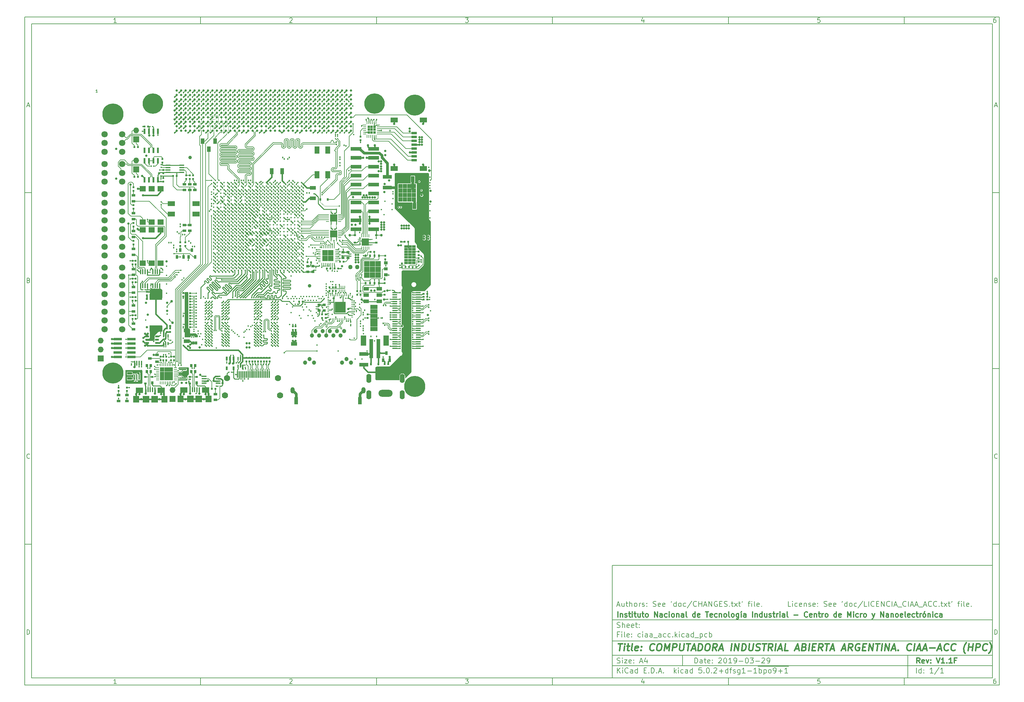
<source format=gbr>
G04 #@! TF.GenerationSoftware,KiCad,Pcbnew,5.0.2+dfsg1-1~bpo9+1*
G04 #@! TF.CreationDate,2019-03-29T14:07:48-03:00*
G04 #@! TF.ProjectId,ciaa_acc,63696161-5f61-4636-932e-6b696361645f,V1.1F*
G04 #@! TF.SameCoordinates,Original*
G04 #@! TF.FileFunction,Copper,L1,Top*
G04 #@! TF.FilePolarity,Positive*
%FSLAX46Y46*%
G04 Gerber Fmt 4.6, Leading zero omitted, Abs format (unit mm)*
G04 Created by KiCad (PCBNEW 5.0.2+dfsg1-1~bpo9+1) date Fri 29 Mar 2019 02:07:48 PM -03*
%MOMM*%
%LPD*%
G01*
G04 APERTURE LIST*
%ADD10C,0.101600*%
%ADD11C,0.150000*%
%ADD12C,0.300000*%
%ADD13C,0.400000*%
G04 #@! TA.AperFunction,NonConductor*
%ADD14C,0.127000*%
G04 #@! TD*
G04 #@! TA.AperFunction,ComponentPad*
%ADD15R,0.800000X0.800000*%
G04 #@! TD*
G04 #@! TA.AperFunction,SMDPad,CuDef*
%ADD16R,0.850000X0.280000*%
G04 #@! TD*
G04 #@! TA.AperFunction,SMDPad,CuDef*
%ADD17R,0.280000X0.850000*%
G04 #@! TD*
G04 #@! TA.AperFunction,SMDPad,CuDef*
%ADD18R,1.080000X2.060000*%
G04 #@! TD*
G04 #@! TA.AperFunction,ComponentPad*
%ADD19O,1.200000X1.800000*%
G04 #@! TD*
G04 #@! TA.AperFunction,ComponentPad*
%ADD20C,1.200000*%
G04 #@! TD*
G04 #@! TA.AperFunction,ComponentPad*
%ADD21C,5.800000*%
G04 #@! TD*
G04 #@! TA.AperFunction,BGAPad,CuDef*
%ADD22C,0.635000*%
G04 #@! TD*
G04 #@! TA.AperFunction,BGAPad,CuDef*
%ADD23C,0.450000*%
G04 #@! TD*
G04 #@! TA.AperFunction,SMDPad,CuDef*
%ADD24R,0.250000X0.700000*%
G04 #@! TD*
G04 #@! TA.AperFunction,SMDPad,CuDef*
%ADD25R,0.700000X0.250000*%
G04 #@! TD*
G04 #@! TA.AperFunction,ComponentPad*
%ADD26R,1.600000X1.600000*%
G04 #@! TD*
G04 #@! TA.AperFunction,SMDPad,CuDef*
%ADD27R,1.800000X1.000000*%
G04 #@! TD*
G04 #@! TA.AperFunction,SMDPad,CuDef*
%ADD28R,0.300000X0.280000*%
G04 #@! TD*
G04 #@! TA.AperFunction,SMDPad,CuDef*
%ADD29R,0.500000X0.500000*%
G04 #@! TD*
G04 #@! TA.AperFunction,SMDPad,CuDef*
%ADD30R,1.000000X1.800000*%
G04 #@! TD*
G04 #@! TA.AperFunction,SMDPad,CuDef*
%ADD31R,0.280000X0.300000*%
G04 #@! TD*
G04 #@! TA.AperFunction,SMDPad,CuDef*
%ADD32R,0.584200X0.685800*%
G04 #@! TD*
G04 #@! TA.AperFunction,SMDPad,CuDef*
%ADD33R,0.685800X0.584200*%
G04 #@! TD*
G04 #@! TA.AperFunction,SMDPad,CuDef*
%ADD34R,1.000000X0.800000*%
G04 #@! TD*
G04 #@! TA.AperFunction,SMDPad,CuDef*
%ADD35R,1.397000X0.406400*%
G04 #@! TD*
G04 #@! TA.AperFunction,SMDPad,CuDef*
%ADD36R,0.508000X17.272000*%
G04 #@! TD*
G04 #@! TA.AperFunction,SMDPad,CuDef*
%ADD37R,0.300000X1.900000*%
G04 #@! TD*
G04 #@! TA.AperFunction,ComponentPad*
%ADD38C,1.778000*%
G04 #@! TD*
G04 #@! TA.AperFunction,SMDPad,CuDef*
%ADD39R,0.400000X1.350000*%
G04 #@! TD*
G04 #@! TA.AperFunction,SMDPad,CuDef*
%ADD40R,2.100000X1.600000*%
G04 #@! TD*
G04 #@! TA.AperFunction,SMDPad,CuDef*
%ADD41R,1.800000X1.900000*%
G04 #@! TD*
G04 #@! TA.AperFunction,SMDPad,CuDef*
%ADD42R,1.900000X1.900000*%
G04 #@! TD*
G04 #@! TA.AperFunction,SMDPad,CuDef*
%ADD43R,1.000000X5.500000*%
G04 #@! TD*
G04 #@! TA.AperFunction,SMDPad,CuDef*
%ADD44R,1.600000X3.000000*%
G04 #@! TD*
G04 #@! TA.AperFunction,ComponentPad*
%ADD45R,1.651000X1.651000*%
G04 #@! TD*
G04 #@! TA.AperFunction,ComponentPad*
%ADD46O,1.651000X1.651000*%
G04 #@! TD*
G04 #@! TA.AperFunction,SMDPad,CuDef*
%ADD47R,2.000000X1.450000*%
G04 #@! TD*
G04 #@! TA.AperFunction,SMDPad,CuDef*
%ADD48R,1.500000X0.800000*%
G04 #@! TD*
G04 #@! TA.AperFunction,SMDPad,CuDef*
%ADD49R,1.000760X0.899160*%
G04 #@! TD*
G04 #@! TA.AperFunction,SMDPad,CuDef*
%ADD50R,3.600000X1.800000*%
G04 #@! TD*
G04 #@! TA.AperFunction,SMDPad,CuDef*
%ADD51R,0.800000X1.000000*%
G04 #@! TD*
G04 #@! TA.AperFunction,SMDPad,CuDef*
%ADD52R,0.250000X0.500000*%
G04 #@! TD*
G04 #@! TA.AperFunction,SMDPad,CuDef*
%ADD53R,2.000000X1.400000*%
G04 #@! TD*
G04 #@! TA.AperFunction,SMDPad,CuDef*
%ADD54R,1.400000X2.000000*%
G04 #@! TD*
G04 #@! TA.AperFunction,SMDPad,CuDef*
%ADD55R,2.600000X1.000000*%
G04 #@! TD*
G04 #@! TA.AperFunction,BGAPad,CuDef*
%ADD56C,0.762000*%
G04 #@! TD*
G04 #@! TA.AperFunction,SMDPad,CuDef*
%ADD57R,0.787400X0.889000*%
G04 #@! TD*
G04 #@! TA.AperFunction,ComponentPad*
%ADD58R,0.750000X0.900000*%
G04 #@! TD*
G04 #@! TA.AperFunction,ComponentPad*
%ADD59R,1.080000X0.780000*%
G04 #@! TD*
G04 #@! TA.AperFunction,SMDPad,CuDef*
%ADD60R,1.100000X0.600000*%
G04 #@! TD*
G04 #@! TA.AperFunction,ComponentPad*
%ADD61R,1.287500X1.287500*%
G04 #@! TD*
G04 #@! TA.AperFunction,SMDPad,CuDef*
%ADD62R,0.450000X0.950000*%
G04 #@! TD*
G04 #@! TA.AperFunction,ComponentPad*
%ADD63R,1.000000X1.250000*%
G04 #@! TD*
G04 #@! TA.AperFunction,SMDPad,CuDef*
%ADD64R,0.450000X1.350000*%
G04 #@! TD*
G04 #@! TA.AperFunction,SMDPad,CuDef*
%ADD65R,0.600000X1.100000*%
G04 #@! TD*
G04 #@! TA.AperFunction,SMDPad,CuDef*
%ADD66R,0.850000X0.270000*%
G04 #@! TD*
G04 #@! TA.AperFunction,SMDPad,CuDef*
%ADD67R,0.270000X0.850000*%
G04 #@! TD*
G04 #@! TA.AperFunction,ComponentPad*
%ADD68R,1.250000X1.250000*%
G04 #@! TD*
G04 #@! TA.AperFunction,SMDPad,CuDef*
%ADD69R,1.350000X0.450000*%
G04 #@! TD*
G04 #@! TA.AperFunction,SMDPad,CuDef*
%ADD70R,0.750000X0.960000*%
G04 #@! TD*
G04 #@! TA.AperFunction,SMDPad,CuDef*
%ADD71R,0.750000X0.540000*%
G04 #@! TD*
G04 #@! TA.AperFunction,ComponentPad*
%ADD72R,1.000000X1.000000*%
G04 #@! TD*
G04 #@! TA.AperFunction,SMDPad,CuDef*
%ADD73R,1.780000X1.520000*%
G04 #@! TD*
G04 #@! TA.AperFunction,SMDPad,CuDef*
%ADD74R,0.850000X0.650000*%
G04 #@! TD*
G04 #@! TA.AperFunction,SMDPad,CuDef*
%ADD75R,0.600000X1.550000*%
G04 #@! TD*
G04 #@! TA.AperFunction,SMDPad,CuDef*
%ADD76R,0.500000X0.800000*%
G04 #@! TD*
G04 #@! TA.AperFunction,SMDPad,CuDef*
%ADD77R,1.600000X1.000000*%
G04 #@! TD*
G04 #@! TA.AperFunction,SMDPad,CuDef*
%ADD78R,0.500000X0.250000*%
G04 #@! TD*
G04 #@! TA.AperFunction,ComponentPad*
%ADD79R,1.500000X1.500000*%
G04 #@! TD*
G04 #@! TA.AperFunction,SMDPad,CuDef*
%ADD80R,2.000000X0.400000*%
G04 #@! TD*
G04 #@! TA.AperFunction,SMDPad,CuDef*
%ADD81R,1.400000X0.750000*%
G04 #@! TD*
G04 #@! TA.AperFunction,ComponentPad*
%ADD82C,1.800000*%
G04 #@! TD*
G04 #@! TA.AperFunction,SMDPad,CuDef*
%ADD83R,1.000000X1.600000*%
G04 #@! TD*
G04 #@! TA.AperFunction,SMDPad,CuDef*
%ADD84R,2.400000X0.750000*%
G04 #@! TD*
G04 #@! TA.AperFunction,SMDPad,CuDef*
%ADD85R,2.400000X0.740000*%
G04 #@! TD*
G04 #@! TA.AperFunction,SMDPad,CuDef*
%ADD86R,3.150000X1.000000*%
G04 #@! TD*
G04 #@! TA.AperFunction,ComponentPad*
%ADD87C,3.000000*%
G04 #@! TD*
G04 #@! TA.AperFunction,ComponentPad*
%ADD88O,1.400000X2.600000*%
G04 #@! TD*
G04 #@! TA.AperFunction,ComponentPad*
%ADD89O,4.000000X2.000000*%
G04 #@! TD*
G04 #@! TA.AperFunction,ComponentPad*
%ADD90C,6.000000*%
G04 #@! TD*
G04 #@! TA.AperFunction,BGAPad,CuDef*
%ADD91C,1.000000*%
G04 #@! TD*
G04 #@! TA.AperFunction,ViaPad*
%ADD92C,0.635000*%
G04 #@! TD*
G04 #@! TA.AperFunction,ViaPad*
%ADD93C,0.406400*%
G04 #@! TD*
G04 #@! TA.AperFunction,ViaPad*
%ADD94C,0.457200*%
G04 #@! TD*
G04 #@! TA.AperFunction,ViaPad*
%ADD95C,1.270000*%
G04 #@! TD*
G04 #@! TA.AperFunction,Conductor*
%ADD96C,0.254000*%
G04 #@! TD*
G04 #@! TA.AperFunction,Conductor*
%ADD97C,0.106680*%
G04 #@! TD*
G04 #@! TA.AperFunction,Conductor*
%ADD98C,0.762000*%
G04 #@! TD*
G04 #@! TA.AperFunction,Conductor*
%ADD99C,0.381000*%
G04 #@! TD*
G04 #@! TA.AperFunction,Conductor*
%ADD100C,0.127000*%
G04 #@! TD*
G04 #@! TA.AperFunction,Conductor*
%ADD101C,0.304800*%
G04 #@! TD*
G04 #@! TA.AperFunction,Conductor*
%ADD102C,0.165100*%
G04 #@! TD*
G04 #@! TA.AperFunction,Conductor*
%ADD103C,0.152400*%
G04 #@! TD*
G04 #@! TA.AperFunction,Conductor*
%ADD104C,0.088900*%
G04 #@! TD*
G04 #@! TA.AperFunction,Conductor*
%ADD105C,0.177800*%
G04 #@! TD*
G04 #@! TA.AperFunction,Conductor*
%ADD106C,0.147320*%
G04 #@! TD*
G04 #@! TA.AperFunction,Conductor*
%ADD107C,0.101600*%
G04 #@! TD*
G04 APERTURE END LIST*
D10*
D11*
X177002200Y-166007200D02*
X177002200Y-198007200D01*
X285002200Y-198007200D01*
X285002200Y-166007200D01*
X177002200Y-166007200D01*
D10*
D11*
X10000000Y-10000000D02*
X10000000Y-200007200D01*
X287002200Y-200007200D01*
X287002200Y-10000000D01*
X10000000Y-10000000D01*
D10*
D11*
X12000000Y-12000000D02*
X12000000Y-198007200D01*
X285002200Y-198007200D01*
X285002200Y-12000000D01*
X12000000Y-12000000D01*
D10*
D11*
X60000000Y-12000000D02*
X60000000Y-10000000D01*
D10*
D11*
X110000000Y-12000000D02*
X110000000Y-10000000D01*
D10*
D11*
X160000000Y-12000000D02*
X160000000Y-10000000D01*
D10*
D11*
X210000000Y-12000000D02*
X210000000Y-10000000D01*
D10*
D11*
X260000000Y-12000000D02*
X260000000Y-10000000D01*
D10*
D11*
X36065476Y-11588095D02*
X35322619Y-11588095D01*
X35694047Y-11588095D02*
X35694047Y-10288095D01*
X35570238Y-10473809D01*
X35446428Y-10597619D01*
X35322619Y-10659523D01*
D10*
D11*
X85322619Y-10411904D02*
X85384523Y-10350000D01*
X85508333Y-10288095D01*
X85817857Y-10288095D01*
X85941666Y-10350000D01*
X86003571Y-10411904D01*
X86065476Y-10535714D01*
X86065476Y-10659523D01*
X86003571Y-10845238D01*
X85260714Y-11588095D01*
X86065476Y-11588095D01*
D10*
D11*
X135260714Y-10288095D02*
X136065476Y-10288095D01*
X135632142Y-10783333D01*
X135817857Y-10783333D01*
X135941666Y-10845238D01*
X136003571Y-10907142D01*
X136065476Y-11030952D01*
X136065476Y-11340476D01*
X136003571Y-11464285D01*
X135941666Y-11526190D01*
X135817857Y-11588095D01*
X135446428Y-11588095D01*
X135322619Y-11526190D01*
X135260714Y-11464285D01*
D10*
D11*
X185941666Y-10721428D02*
X185941666Y-11588095D01*
X185632142Y-10226190D02*
X185322619Y-11154761D01*
X186127380Y-11154761D01*
D10*
D11*
X236003571Y-10288095D02*
X235384523Y-10288095D01*
X235322619Y-10907142D01*
X235384523Y-10845238D01*
X235508333Y-10783333D01*
X235817857Y-10783333D01*
X235941666Y-10845238D01*
X236003571Y-10907142D01*
X236065476Y-11030952D01*
X236065476Y-11340476D01*
X236003571Y-11464285D01*
X235941666Y-11526190D01*
X235817857Y-11588095D01*
X235508333Y-11588095D01*
X235384523Y-11526190D01*
X235322619Y-11464285D01*
D10*
D11*
X285941666Y-10288095D02*
X285694047Y-10288095D01*
X285570238Y-10350000D01*
X285508333Y-10411904D01*
X285384523Y-10597619D01*
X285322619Y-10845238D01*
X285322619Y-11340476D01*
X285384523Y-11464285D01*
X285446428Y-11526190D01*
X285570238Y-11588095D01*
X285817857Y-11588095D01*
X285941666Y-11526190D01*
X286003571Y-11464285D01*
X286065476Y-11340476D01*
X286065476Y-11030952D01*
X286003571Y-10907142D01*
X285941666Y-10845238D01*
X285817857Y-10783333D01*
X285570238Y-10783333D01*
X285446428Y-10845238D01*
X285384523Y-10907142D01*
X285322619Y-11030952D01*
D10*
D11*
X60000000Y-198007200D02*
X60000000Y-200007200D01*
D10*
D11*
X110000000Y-198007200D02*
X110000000Y-200007200D01*
D10*
D11*
X160000000Y-198007200D02*
X160000000Y-200007200D01*
D10*
D11*
X210000000Y-198007200D02*
X210000000Y-200007200D01*
D10*
D11*
X260000000Y-198007200D02*
X260000000Y-200007200D01*
D10*
D11*
X36065476Y-199595295D02*
X35322619Y-199595295D01*
X35694047Y-199595295D02*
X35694047Y-198295295D01*
X35570238Y-198481009D01*
X35446428Y-198604819D01*
X35322619Y-198666723D01*
D10*
D11*
X85322619Y-198419104D02*
X85384523Y-198357200D01*
X85508333Y-198295295D01*
X85817857Y-198295295D01*
X85941666Y-198357200D01*
X86003571Y-198419104D01*
X86065476Y-198542914D01*
X86065476Y-198666723D01*
X86003571Y-198852438D01*
X85260714Y-199595295D01*
X86065476Y-199595295D01*
D10*
D11*
X135260714Y-198295295D02*
X136065476Y-198295295D01*
X135632142Y-198790533D01*
X135817857Y-198790533D01*
X135941666Y-198852438D01*
X136003571Y-198914342D01*
X136065476Y-199038152D01*
X136065476Y-199347676D01*
X136003571Y-199471485D01*
X135941666Y-199533390D01*
X135817857Y-199595295D01*
X135446428Y-199595295D01*
X135322619Y-199533390D01*
X135260714Y-199471485D01*
D10*
D11*
X185941666Y-198728628D02*
X185941666Y-199595295D01*
X185632142Y-198233390D02*
X185322619Y-199161961D01*
X186127380Y-199161961D01*
D10*
D11*
X236003571Y-198295295D02*
X235384523Y-198295295D01*
X235322619Y-198914342D01*
X235384523Y-198852438D01*
X235508333Y-198790533D01*
X235817857Y-198790533D01*
X235941666Y-198852438D01*
X236003571Y-198914342D01*
X236065476Y-199038152D01*
X236065476Y-199347676D01*
X236003571Y-199471485D01*
X235941666Y-199533390D01*
X235817857Y-199595295D01*
X235508333Y-199595295D01*
X235384523Y-199533390D01*
X235322619Y-199471485D01*
D10*
D11*
X285941666Y-198295295D02*
X285694047Y-198295295D01*
X285570238Y-198357200D01*
X285508333Y-198419104D01*
X285384523Y-198604819D01*
X285322619Y-198852438D01*
X285322619Y-199347676D01*
X285384523Y-199471485D01*
X285446428Y-199533390D01*
X285570238Y-199595295D01*
X285817857Y-199595295D01*
X285941666Y-199533390D01*
X286003571Y-199471485D01*
X286065476Y-199347676D01*
X286065476Y-199038152D01*
X286003571Y-198914342D01*
X285941666Y-198852438D01*
X285817857Y-198790533D01*
X285570238Y-198790533D01*
X285446428Y-198852438D01*
X285384523Y-198914342D01*
X285322619Y-199038152D01*
D10*
D11*
X10000000Y-60000000D02*
X12000000Y-60000000D01*
D10*
D11*
X10000000Y-110000000D02*
X12000000Y-110000000D01*
D10*
D11*
X10000000Y-160000000D02*
X12000000Y-160000000D01*
D10*
D11*
X10690476Y-35216666D02*
X11309523Y-35216666D01*
X10566666Y-35588095D02*
X11000000Y-34288095D01*
X11433333Y-35588095D01*
D10*
D11*
X11092857Y-84907142D02*
X11278571Y-84969047D01*
X11340476Y-85030952D01*
X11402380Y-85154761D01*
X11402380Y-85340476D01*
X11340476Y-85464285D01*
X11278571Y-85526190D01*
X11154761Y-85588095D01*
X10659523Y-85588095D01*
X10659523Y-84288095D01*
X11092857Y-84288095D01*
X11216666Y-84350000D01*
X11278571Y-84411904D01*
X11340476Y-84535714D01*
X11340476Y-84659523D01*
X11278571Y-84783333D01*
X11216666Y-84845238D01*
X11092857Y-84907142D01*
X10659523Y-84907142D01*
D10*
D11*
X11402380Y-135464285D02*
X11340476Y-135526190D01*
X11154761Y-135588095D01*
X11030952Y-135588095D01*
X10845238Y-135526190D01*
X10721428Y-135402380D01*
X10659523Y-135278571D01*
X10597619Y-135030952D01*
X10597619Y-134845238D01*
X10659523Y-134597619D01*
X10721428Y-134473809D01*
X10845238Y-134350000D01*
X11030952Y-134288095D01*
X11154761Y-134288095D01*
X11340476Y-134350000D01*
X11402380Y-134411904D01*
D10*
D11*
X10659523Y-185588095D02*
X10659523Y-184288095D01*
X10969047Y-184288095D01*
X11154761Y-184350000D01*
X11278571Y-184473809D01*
X11340476Y-184597619D01*
X11402380Y-184845238D01*
X11402380Y-185030952D01*
X11340476Y-185278571D01*
X11278571Y-185402380D01*
X11154761Y-185526190D01*
X10969047Y-185588095D01*
X10659523Y-185588095D01*
D10*
D11*
X287002200Y-60000000D02*
X285002200Y-60000000D01*
D10*
D11*
X287002200Y-110000000D02*
X285002200Y-110000000D01*
D10*
D11*
X287002200Y-160000000D02*
X285002200Y-160000000D01*
D10*
D11*
X285692676Y-35216666D02*
X286311723Y-35216666D01*
X285568866Y-35588095D02*
X286002200Y-34288095D01*
X286435533Y-35588095D01*
D10*
D11*
X286095057Y-84907142D02*
X286280771Y-84969047D01*
X286342676Y-85030952D01*
X286404580Y-85154761D01*
X286404580Y-85340476D01*
X286342676Y-85464285D01*
X286280771Y-85526190D01*
X286156961Y-85588095D01*
X285661723Y-85588095D01*
X285661723Y-84288095D01*
X286095057Y-84288095D01*
X286218866Y-84350000D01*
X286280771Y-84411904D01*
X286342676Y-84535714D01*
X286342676Y-84659523D01*
X286280771Y-84783333D01*
X286218866Y-84845238D01*
X286095057Y-84907142D01*
X285661723Y-84907142D01*
D10*
D11*
X286404580Y-135464285D02*
X286342676Y-135526190D01*
X286156961Y-135588095D01*
X286033152Y-135588095D01*
X285847438Y-135526190D01*
X285723628Y-135402380D01*
X285661723Y-135278571D01*
X285599819Y-135030952D01*
X285599819Y-134845238D01*
X285661723Y-134597619D01*
X285723628Y-134473809D01*
X285847438Y-134350000D01*
X286033152Y-134288095D01*
X286156961Y-134288095D01*
X286342676Y-134350000D01*
X286404580Y-134411904D01*
D10*
D11*
X285661723Y-185588095D02*
X285661723Y-184288095D01*
X285971247Y-184288095D01*
X286156961Y-184350000D01*
X286280771Y-184473809D01*
X286342676Y-184597619D01*
X286404580Y-184845238D01*
X286404580Y-185030952D01*
X286342676Y-185278571D01*
X286280771Y-185402380D01*
X286156961Y-185526190D01*
X285971247Y-185588095D01*
X285661723Y-185588095D01*
D10*
D11*
X200434342Y-193785771D02*
X200434342Y-192285771D01*
X200791485Y-192285771D01*
X201005771Y-192357200D01*
X201148628Y-192500057D01*
X201220057Y-192642914D01*
X201291485Y-192928628D01*
X201291485Y-193142914D01*
X201220057Y-193428628D01*
X201148628Y-193571485D01*
X201005771Y-193714342D01*
X200791485Y-193785771D01*
X200434342Y-193785771D01*
X202577200Y-193785771D02*
X202577200Y-193000057D01*
X202505771Y-192857200D01*
X202362914Y-192785771D01*
X202077200Y-192785771D01*
X201934342Y-192857200D01*
X202577200Y-193714342D02*
X202434342Y-193785771D01*
X202077200Y-193785771D01*
X201934342Y-193714342D01*
X201862914Y-193571485D01*
X201862914Y-193428628D01*
X201934342Y-193285771D01*
X202077200Y-193214342D01*
X202434342Y-193214342D01*
X202577200Y-193142914D01*
X203077200Y-192785771D02*
X203648628Y-192785771D01*
X203291485Y-192285771D02*
X203291485Y-193571485D01*
X203362914Y-193714342D01*
X203505771Y-193785771D01*
X203648628Y-193785771D01*
X204720057Y-193714342D02*
X204577200Y-193785771D01*
X204291485Y-193785771D01*
X204148628Y-193714342D01*
X204077200Y-193571485D01*
X204077200Y-193000057D01*
X204148628Y-192857200D01*
X204291485Y-192785771D01*
X204577200Y-192785771D01*
X204720057Y-192857200D01*
X204791485Y-193000057D01*
X204791485Y-193142914D01*
X204077200Y-193285771D01*
X205434342Y-193642914D02*
X205505771Y-193714342D01*
X205434342Y-193785771D01*
X205362914Y-193714342D01*
X205434342Y-193642914D01*
X205434342Y-193785771D01*
X205434342Y-192857200D02*
X205505771Y-192928628D01*
X205434342Y-193000057D01*
X205362914Y-192928628D01*
X205434342Y-192857200D01*
X205434342Y-193000057D01*
X207220057Y-192428628D02*
X207291485Y-192357200D01*
X207434342Y-192285771D01*
X207791485Y-192285771D01*
X207934342Y-192357200D01*
X208005771Y-192428628D01*
X208077200Y-192571485D01*
X208077200Y-192714342D01*
X208005771Y-192928628D01*
X207148628Y-193785771D01*
X208077200Y-193785771D01*
X209005771Y-192285771D02*
X209148628Y-192285771D01*
X209291485Y-192357200D01*
X209362914Y-192428628D01*
X209434342Y-192571485D01*
X209505771Y-192857200D01*
X209505771Y-193214342D01*
X209434342Y-193500057D01*
X209362914Y-193642914D01*
X209291485Y-193714342D01*
X209148628Y-193785771D01*
X209005771Y-193785771D01*
X208862914Y-193714342D01*
X208791485Y-193642914D01*
X208720057Y-193500057D01*
X208648628Y-193214342D01*
X208648628Y-192857200D01*
X208720057Y-192571485D01*
X208791485Y-192428628D01*
X208862914Y-192357200D01*
X209005771Y-192285771D01*
X210934342Y-193785771D02*
X210077200Y-193785771D01*
X210505771Y-193785771D02*
X210505771Y-192285771D01*
X210362914Y-192500057D01*
X210220057Y-192642914D01*
X210077200Y-192714342D01*
X211648628Y-193785771D02*
X211934342Y-193785771D01*
X212077200Y-193714342D01*
X212148628Y-193642914D01*
X212291485Y-193428628D01*
X212362914Y-193142914D01*
X212362914Y-192571485D01*
X212291485Y-192428628D01*
X212220057Y-192357200D01*
X212077200Y-192285771D01*
X211791485Y-192285771D01*
X211648628Y-192357200D01*
X211577200Y-192428628D01*
X211505771Y-192571485D01*
X211505771Y-192928628D01*
X211577200Y-193071485D01*
X211648628Y-193142914D01*
X211791485Y-193214342D01*
X212077200Y-193214342D01*
X212220057Y-193142914D01*
X212291485Y-193071485D01*
X212362914Y-192928628D01*
X213005771Y-193214342D02*
X214148628Y-193214342D01*
X215148628Y-192285771D02*
X215291485Y-192285771D01*
X215434342Y-192357200D01*
X215505771Y-192428628D01*
X215577200Y-192571485D01*
X215648628Y-192857200D01*
X215648628Y-193214342D01*
X215577200Y-193500057D01*
X215505771Y-193642914D01*
X215434342Y-193714342D01*
X215291485Y-193785771D01*
X215148628Y-193785771D01*
X215005771Y-193714342D01*
X214934342Y-193642914D01*
X214862914Y-193500057D01*
X214791485Y-193214342D01*
X214791485Y-192857200D01*
X214862914Y-192571485D01*
X214934342Y-192428628D01*
X215005771Y-192357200D01*
X215148628Y-192285771D01*
X216148628Y-192285771D02*
X217077200Y-192285771D01*
X216577200Y-192857200D01*
X216791485Y-192857200D01*
X216934342Y-192928628D01*
X217005771Y-193000057D01*
X217077200Y-193142914D01*
X217077200Y-193500057D01*
X217005771Y-193642914D01*
X216934342Y-193714342D01*
X216791485Y-193785771D01*
X216362914Y-193785771D01*
X216220057Y-193714342D01*
X216148628Y-193642914D01*
X217720057Y-193214342D02*
X218862914Y-193214342D01*
X219505771Y-192428628D02*
X219577200Y-192357200D01*
X219720057Y-192285771D01*
X220077200Y-192285771D01*
X220220057Y-192357200D01*
X220291485Y-192428628D01*
X220362914Y-192571485D01*
X220362914Y-192714342D01*
X220291485Y-192928628D01*
X219434342Y-193785771D01*
X220362914Y-193785771D01*
X221077200Y-193785771D02*
X221362914Y-193785771D01*
X221505771Y-193714342D01*
X221577200Y-193642914D01*
X221720057Y-193428628D01*
X221791485Y-193142914D01*
X221791485Y-192571485D01*
X221720057Y-192428628D01*
X221648628Y-192357200D01*
X221505771Y-192285771D01*
X221220057Y-192285771D01*
X221077200Y-192357200D01*
X221005771Y-192428628D01*
X220934342Y-192571485D01*
X220934342Y-192928628D01*
X221005771Y-193071485D01*
X221077200Y-193142914D01*
X221220057Y-193214342D01*
X221505771Y-193214342D01*
X221648628Y-193142914D01*
X221720057Y-193071485D01*
X221791485Y-192928628D01*
D10*
D11*
X177002200Y-194507200D02*
X285002200Y-194507200D01*
D10*
D11*
X178434342Y-196585771D02*
X178434342Y-195085771D01*
X179291485Y-196585771D02*
X178648628Y-195728628D01*
X179291485Y-195085771D02*
X178434342Y-195942914D01*
X179934342Y-196585771D02*
X179934342Y-195585771D01*
X179934342Y-195085771D02*
X179862914Y-195157200D01*
X179934342Y-195228628D01*
X180005771Y-195157200D01*
X179934342Y-195085771D01*
X179934342Y-195228628D01*
X181505771Y-196442914D02*
X181434342Y-196514342D01*
X181220057Y-196585771D01*
X181077200Y-196585771D01*
X180862914Y-196514342D01*
X180720057Y-196371485D01*
X180648628Y-196228628D01*
X180577200Y-195942914D01*
X180577200Y-195728628D01*
X180648628Y-195442914D01*
X180720057Y-195300057D01*
X180862914Y-195157200D01*
X181077200Y-195085771D01*
X181220057Y-195085771D01*
X181434342Y-195157200D01*
X181505771Y-195228628D01*
X182791485Y-196585771D02*
X182791485Y-195800057D01*
X182720057Y-195657200D01*
X182577200Y-195585771D01*
X182291485Y-195585771D01*
X182148628Y-195657200D01*
X182791485Y-196514342D02*
X182648628Y-196585771D01*
X182291485Y-196585771D01*
X182148628Y-196514342D01*
X182077200Y-196371485D01*
X182077200Y-196228628D01*
X182148628Y-196085771D01*
X182291485Y-196014342D01*
X182648628Y-196014342D01*
X182791485Y-195942914D01*
X184148628Y-196585771D02*
X184148628Y-195085771D01*
X184148628Y-196514342D02*
X184005771Y-196585771D01*
X183720057Y-196585771D01*
X183577200Y-196514342D01*
X183505771Y-196442914D01*
X183434342Y-196300057D01*
X183434342Y-195871485D01*
X183505771Y-195728628D01*
X183577200Y-195657200D01*
X183720057Y-195585771D01*
X184005771Y-195585771D01*
X184148628Y-195657200D01*
X186005771Y-195800057D02*
X186505771Y-195800057D01*
X186720057Y-196585771D02*
X186005771Y-196585771D01*
X186005771Y-195085771D01*
X186720057Y-195085771D01*
X187362914Y-196442914D02*
X187434342Y-196514342D01*
X187362914Y-196585771D01*
X187291485Y-196514342D01*
X187362914Y-196442914D01*
X187362914Y-196585771D01*
X188077200Y-196585771D02*
X188077200Y-195085771D01*
X188434342Y-195085771D01*
X188648628Y-195157200D01*
X188791485Y-195300057D01*
X188862914Y-195442914D01*
X188934342Y-195728628D01*
X188934342Y-195942914D01*
X188862914Y-196228628D01*
X188791485Y-196371485D01*
X188648628Y-196514342D01*
X188434342Y-196585771D01*
X188077200Y-196585771D01*
X189577200Y-196442914D02*
X189648628Y-196514342D01*
X189577200Y-196585771D01*
X189505771Y-196514342D01*
X189577200Y-196442914D01*
X189577200Y-196585771D01*
X190220057Y-196157200D02*
X190934342Y-196157200D01*
X190077200Y-196585771D02*
X190577200Y-195085771D01*
X191077200Y-196585771D01*
X191577200Y-196442914D02*
X191648628Y-196514342D01*
X191577200Y-196585771D01*
X191505771Y-196514342D01*
X191577200Y-196442914D01*
X191577200Y-196585771D01*
X194577200Y-196585771D02*
X194577200Y-195085771D01*
X194720057Y-196014342D02*
X195148628Y-196585771D01*
X195148628Y-195585771D02*
X194577200Y-196157200D01*
X195791485Y-196585771D02*
X195791485Y-195585771D01*
X195791485Y-195085771D02*
X195720057Y-195157200D01*
X195791485Y-195228628D01*
X195862914Y-195157200D01*
X195791485Y-195085771D01*
X195791485Y-195228628D01*
X197148628Y-196514342D02*
X197005771Y-196585771D01*
X196720057Y-196585771D01*
X196577200Y-196514342D01*
X196505771Y-196442914D01*
X196434342Y-196300057D01*
X196434342Y-195871485D01*
X196505771Y-195728628D01*
X196577200Y-195657200D01*
X196720057Y-195585771D01*
X197005771Y-195585771D01*
X197148628Y-195657200D01*
X198434342Y-196585771D02*
X198434342Y-195800057D01*
X198362914Y-195657200D01*
X198220057Y-195585771D01*
X197934342Y-195585771D01*
X197791485Y-195657200D01*
X198434342Y-196514342D02*
X198291485Y-196585771D01*
X197934342Y-196585771D01*
X197791485Y-196514342D01*
X197720057Y-196371485D01*
X197720057Y-196228628D01*
X197791485Y-196085771D01*
X197934342Y-196014342D01*
X198291485Y-196014342D01*
X198434342Y-195942914D01*
X199791485Y-196585771D02*
X199791485Y-195085771D01*
X199791485Y-196514342D02*
X199648628Y-196585771D01*
X199362914Y-196585771D01*
X199220057Y-196514342D01*
X199148628Y-196442914D01*
X199077200Y-196300057D01*
X199077200Y-195871485D01*
X199148628Y-195728628D01*
X199220057Y-195657200D01*
X199362914Y-195585771D01*
X199648628Y-195585771D01*
X199791485Y-195657200D01*
X202362914Y-195085771D02*
X201648628Y-195085771D01*
X201577200Y-195800057D01*
X201648628Y-195728628D01*
X201791485Y-195657200D01*
X202148628Y-195657200D01*
X202291485Y-195728628D01*
X202362914Y-195800057D01*
X202434342Y-195942914D01*
X202434342Y-196300057D01*
X202362914Y-196442914D01*
X202291485Y-196514342D01*
X202148628Y-196585771D01*
X201791485Y-196585771D01*
X201648628Y-196514342D01*
X201577200Y-196442914D01*
X203077200Y-196442914D02*
X203148628Y-196514342D01*
X203077200Y-196585771D01*
X203005771Y-196514342D01*
X203077200Y-196442914D01*
X203077200Y-196585771D01*
X204077200Y-195085771D02*
X204220057Y-195085771D01*
X204362914Y-195157200D01*
X204434342Y-195228628D01*
X204505771Y-195371485D01*
X204577200Y-195657200D01*
X204577200Y-196014342D01*
X204505771Y-196300057D01*
X204434342Y-196442914D01*
X204362914Y-196514342D01*
X204220057Y-196585771D01*
X204077200Y-196585771D01*
X203934342Y-196514342D01*
X203862914Y-196442914D01*
X203791485Y-196300057D01*
X203720057Y-196014342D01*
X203720057Y-195657200D01*
X203791485Y-195371485D01*
X203862914Y-195228628D01*
X203934342Y-195157200D01*
X204077200Y-195085771D01*
X205220057Y-196442914D02*
X205291485Y-196514342D01*
X205220057Y-196585771D01*
X205148628Y-196514342D01*
X205220057Y-196442914D01*
X205220057Y-196585771D01*
X205862914Y-195228628D02*
X205934342Y-195157200D01*
X206077200Y-195085771D01*
X206434342Y-195085771D01*
X206577200Y-195157200D01*
X206648628Y-195228628D01*
X206720057Y-195371485D01*
X206720057Y-195514342D01*
X206648628Y-195728628D01*
X205791485Y-196585771D01*
X206720057Y-196585771D01*
X207362914Y-196014342D02*
X208505771Y-196014342D01*
X207934342Y-196585771D02*
X207934342Y-195442914D01*
X209862914Y-196585771D02*
X209862914Y-195085771D01*
X209862914Y-196514342D02*
X209720057Y-196585771D01*
X209434342Y-196585771D01*
X209291485Y-196514342D01*
X209220057Y-196442914D01*
X209148628Y-196300057D01*
X209148628Y-195871485D01*
X209220057Y-195728628D01*
X209291485Y-195657200D01*
X209434342Y-195585771D01*
X209720057Y-195585771D01*
X209862914Y-195657200D01*
X210362914Y-195585771D02*
X210934342Y-195585771D01*
X210577200Y-196585771D02*
X210577200Y-195300057D01*
X210648628Y-195157200D01*
X210791485Y-195085771D01*
X210934342Y-195085771D01*
X211362914Y-196514342D02*
X211505771Y-196585771D01*
X211791485Y-196585771D01*
X211934342Y-196514342D01*
X212005771Y-196371485D01*
X212005771Y-196300057D01*
X211934342Y-196157200D01*
X211791485Y-196085771D01*
X211577200Y-196085771D01*
X211434342Y-196014342D01*
X211362914Y-195871485D01*
X211362914Y-195800057D01*
X211434342Y-195657200D01*
X211577200Y-195585771D01*
X211791485Y-195585771D01*
X211934342Y-195657200D01*
X213291485Y-195585771D02*
X213291485Y-196800057D01*
X213220057Y-196942914D01*
X213148628Y-197014342D01*
X213005771Y-197085771D01*
X212791485Y-197085771D01*
X212648628Y-197014342D01*
X213291485Y-196514342D02*
X213148628Y-196585771D01*
X212862914Y-196585771D01*
X212720057Y-196514342D01*
X212648628Y-196442914D01*
X212577200Y-196300057D01*
X212577200Y-195871485D01*
X212648628Y-195728628D01*
X212720057Y-195657200D01*
X212862914Y-195585771D01*
X213148628Y-195585771D01*
X213291485Y-195657200D01*
X214791485Y-196585771D02*
X213934342Y-196585771D01*
X214362914Y-196585771D02*
X214362914Y-195085771D01*
X214220057Y-195300057D01*
X214077200Y-195442914D01*
X213934342Y-195514342D01*
X215434342Y-196014342D02*
X216577200Y-196014342D01*
X218077200Y-196585771D02*
X217220057Y-196585771D01*
X217648628Y-196585771D02*
X217648628Y-195085771D01*
X217505771Y-195300057D01*
X217362914Y-195442914D01*
X217220057Y-195514342D01*
X218362914Y-194677200D02*
X219720057Y-194677200D01*
X218720057Y-196585771D02*
X218720057Y-195085771D01*
X218720057Y-195657200D02*
X218862914Y-195585771D01*
X219148628Y-195585771D01*
X219291485Y-195657200D01*
X219362914Y-195728628D01*
X219434342Y-195871485D01*
X219434342Y-196300057D01*
X219362914Y-196442914D01*
X219291485Y-196514342D01*
X219148628Y-196585771D01*
X218862914Y-196585771D01*
X218720057Y-196514342D01*
X219720057Y-194677200D02*
X221077200Y-194677200D01*
X220077200Y-195585771D02*
X220077200Y-197085771D01*
X220077200Y-195657200D02*
X220220057Y-195585771D01*
X220505771Y-195585771D01*
X220648628Y-195657200D01*
X220720057Y-195728628D01*
X220791485Y-195871485D01*
X220791485Y-196300057D01*
X220720057Y-196442914D01*
X220648628Y-196514342D01*
X220505771Y-196585771D01*
X220220057Y-196585771D01*
X220077200Y-196514342D01*
X221077200Y-194677200D02*
X222434342Y-194677200D01*
X221648628Y-196585771D02*
X221505771Y-196514342D01*
X221434342Y-196442914D01*
X221362914Y-196300057D01*
X221362914Y-195871485D01*
X221434342Y-195728628D01*
X221505771Y-195657200D01*
X221648628Y-195585771D01*
X221862914Y-195585771D01*
X222005771Y-195657200D01*
X222077200Y-195728628D01*
X222148628Y-195871485D01*
X222148628Y-196300057D01*
X222077200Y-196442914D01*
X222005771Y-196514342D01*
X221862914Y-196585771D01*
X221648628Y-196585771D01*
X222434342Y-194677200D02*
X223862914Y-194677200D01*
X222862914Y-196585771D02*
X223148628Y-196585771D01*
X223291485Y-196514342D01*
X223362914Y-196442914D01*
X223505771Y-196228628D01*
X223577200Y-195942914D01*
X223577200Y-195371485D01*
X223505771Y-195228628D01*
X223434342Y-195157200D01*
X223291485Y-195085771D01*
X223005771Y-195085771D01*
X222862914Y-195157200D01*
X222791485Y-195228628D01*
X222720057Y-195371485D01*
X222720057Y-195728628D01*
X222791485Y-195871485D01*
X222862914Y-195942914D01*
X223005771Y-196014342D01*
X223291485Y-196014342D01*
X223434342Y-195942914D01*
X223505771Y-195871485D01*
X223577200Y-195728628D01*
X223862914Y-194677200D02*
X225720057Y-194677200D01*
X224220057Y-196014342D02*
X225362914Y-196014342D01*
X224791485Y-196585771D02*
X224791485Y-195442914D01*
X225720057Y-194677200D02*
X227148628Y-194677200D01*
X226862914Y-196585771D02*
X226005771Y-196585771D01*
X226434342Y-196585771D02*
X226434342Y-195085771D01*
X226291485Y-195300057D01*
X226148628Y-195442914D01*
X226005771Y-195514342D01*
D10*
D11*
X177002200Y-191507200D02*
X285002200Y-191507200D01*
D10*
D12*
X264411485Y-193785771D02*
X263911485Y-193071485D01*
X263554342Y-193785771D02*
X263554342Y-192285771D01*
X264125771Y-192285771D01*
X264268628Y-192357200D01*
X264340057Y-192428628D01*
X264411485Y-192571485D01*
X264411485Y-192785771D01*
X264340057Y-192928628D01*
X264268628Y-193000057D01*
X264125771Y-193071485D01*
X263554342Y-193071485D01*
X265625771Y-193714342D02*
X265482914Y-193785771D01*
X265197200Y-193785771D01*
X265054342Y-193714342D01*
X264982914Y-193571485D01*
X264982914Y-193000057D01*
X265054342Y-192857200D01*
X265197200Y-192785771D01*
X265482914Y-192785771D01*
X265625771Y-192857200D01*
X265697200Y-193000057D01*
X265697200Y-193142914D01*
X264982914Y-193285771D01*
X266197200Y-192785771D02*
X266554342Y-193785771D01*
X266911485Y-192785771D01*
X267482914Y-193642914D02*
X267554342Y-193714342D01*
X267482914Y-193785771D01*
X267411485Y-193714342D01*
X267482914Y-193642914D01*
X267482914Y-193785771D01*
X267482914Y-192857200D02*
X267554342Y-192928628D01*
X267482914Y-193000057D01*
X267411485Y-192928628D01*
X267482914Y-192857200D01*
X267482914Y-193000057D01*
X269125771Y-192285771D02*
X269625771Y-193785771D01*
X270125771Y-192285771D01*
X271411485Y-193785771D02*
X270554342Y-193785771D01*
X270982914Y-193785771D02*
X270982914Y-192285771D01*
X270840057Y-192500057D01*
X270697200Y-192642914D01*
X270554342Y-192714342D01*
X272054342Y-193642914D02*
X272125771Y-193714342D01*
X272054342Y-193785771D01*
X271982914Y-193714342D01*
X272054342Y-193642914D01*
X272054342Y-193785771D01*
X273554342Y-193785771D02*
X272697200Y-193785771D01*
X273125771Y-193785771D02*
X273125771Y-192285771D01*
X272982914Y-192500057D01*
X272840057Y-192642914D01*
X272697200Y-192714342D01*
X274697200Y-193000057D02*
X274197200Y-193000057D01*
X274197200Y-193785771D02*
X274197200Y-192285771D01*
X274911485Y-192285771D01*
D10*
D11*
X178362914Y-193714342D02*
X178577200Y-193785771D01*
X178934342Y-193785771D01*
X179077200Y-193714342D01*
X179148628Y-193642914D01*
X179220057Y-193500057D01*
X179220057Y-193357200D01*
X179148628Y-193214342D01*
X179077200Y-193142914D01*
X178934342Y-193071485D01*
X178648628Y-193000057D01*
X178505771Y-192928628D01*
X178434342Y-192857200D01*
X178362914Y-192714342D01*
X178362914Y-192571485D01*
X178434342Y-192428628D01*
X178505771Y-192357200D01*
X178648628Y-192285771D01*
X179005771Y-192285771D01*
X179220057Y-192357200D01*
X179862914Y-193785771D02*
X179862914Y-192785771D01*
X179862914Y-192285771D02*
X179791485Y-192357200D01*
X179862914Y-192428628D01*
X179934342Y-192357200D01*
X179862914Y-192285771D01*
X179862914Y-192428628D01*
X180434342Y-192785771D02*
X181220057Y-192785771D01*
X180434342Y-193785771D01*
X181220057Y-193785771D01*
X182362914Y-193714342D02*
X182220057Y-193785771D01*
X181934342Y-193785771D01*
X181791485Y-193714342D01*
X181720057Y-193571485D01*
X181720057Y-193000057D01*
X181791485Y-192857200D01*
X181934342Y-192785771D01*
X182220057Y-192785771D01*
X182362914Y-192857200D01*
X182434342Y-193000057D01*
X182434342Y-193142914D01*
X181720057Y-193285771D01*
X183077200Y-193642914D02*
X183148628Y-193714342D01*
X183077200Y-193785771D01*
X183005771Y-193714342D01*
X183077200Y-193642914D01*
X183077200Y-193785771D01*
X183077200Y-192857200D02*
X183148628Y-192928628D01*
X183077200Y-193000057D01*
X183005771Y-192928628D01*
X183077200Y-192857200D01*
X183077200Y-193000057D01*
X184862914Y-193357200D02*
X185577200Y-193357200D01*
X184720057Y-193785771D02*
X185220057Y-192285771D01*
X185720057Y-193785771D01*
X186862914Y-192785771D02*
X186862914Y-193785771D01*
X186505771Y-192214342D02*
X186148628Y-193285771D01*
X187077200Y-193285771D01*
D10*
D11*
X263434342Y-196585771D02*
X263434342Y-195085771D01*
X264791485Y-196585771D02*
X264791485Y-195085771D01*
X264791485Y-196514342D02*
X264648628Y-196585771D01*
X264362914Y-196585771D01*
X264220057Y-196514342D01*
X264148628Y-196442914D01*
X264077200Y-196300057D01*
X264077200Y-195871485D01*
X264148628Y-195728628D01*
X264220057Y-195657200D01*
X264362914Y-195585771D01*
X264648628Y-195585771D01*
X264791485Y-195657200D01*
X265505771Y-196442914D02*
X265577200Y-196514342D01*
X265505771Y-196585771D01*
X265434342Y-196514342D01*
X265505771Y-196442914D01*
X265505771Y-196585771D01*
X265505771Y-195657200D02*
X265577200Y-195728628D01*
X265505771Y-195800057D01*
X265434342Y-195728628D01*
X265505771Y-195657200D01*
X265505771Y-195800057D01*
X268148628Y-196585771D02*
X267291485Y-196585771D01*
X267720057Y-196585771D02*
X267720057Y-195085771D01*
X267577200Y-195300057D01*
X267434342Y-195442914D01*
X267291485Y-195514342D01*
X269862914Y-195014342D02*
X268577200Y-196942914D01*
X271148628Y-196585771D02*
X270291485Y-196585771D01*
X270720057Y-196585771D02*
X270720057Y-195085771D01*
X270577200Y-195300057D01*
X270434342Y-195442914D01*
X270291485Y-195514342D01*
D10*
D11*
X177002200Y-187507200D02*
X285002200Y-187507200D01*
D10*
D13*
X178714580Y-188211961D02*
X179857438Y-188211961D01*
X179036009Y-190211961D02*
X179286009Y-188211961D01*
X180274104Y-190211961D02*
X180440771Y-188878628D01*
X180524104Y-188211961D02*
X180416961Y-188307200D01*
X180500295Y-188402438D01*
X180607438Y-188307200D01*
X180524104Y-188211961D01*
X180500295Y-188402438D01*
X181107438Y-188878628D02*
X181869342Y-188878628D01*
X181476485Y-188211961D02*
X181262200Y-189926247D01*
X181333628Y-190116723D01*
X181512200Y-190211961D01*
X181702676Y-190211961D01*
X182655057Y-190211961D02*
X182476485Y-190116723D01*
X182405057Y-189926247D01*
X182619342Y-188211961D01*
X184190771Y-190116723D02*
X183988390Y-190211961D01*
X183607438Y-190211961D01*
X183428866Y-190116723D01*
X183357438Y-189926247D01*
X183452676Y-189164342D01*
X183571723Y-188973866D01*
X183774104Y-188878628D01*
X184155057Y-188878628D01*
X184333628Y-188973866D01*
X184405057Y-189164342D01*
X184381247Y-189354819D01*
X183405057Y-189545295D01*
X185155057Y-190021485D02*
X185238390Y-190116723D01*
X185131247Y-190211961D01*
X185047914Y-190116723D01*
X185155057Y-190021485D01*
X185131247Y-190211961D01*
X185286009Y-188973866D02*
X185369342Y-189069104D01*
X185262200Y-189164342D01*
X185178866Y-189069104D01*
X185286009Y-188973866D01*
X185262200Y-189164342D01*
X188774104Y-190021485D02*
X188666961Y-190116723D01*
X188369342Y-190211961D01*
X188178866Y-190211961D01*
X187905057Y-190116723D01*
X187738390Y-189926247D01*
X187666961Y-189735771D01*
X187619342Y-189354819D01*
X187655057Y-189069104D01*
X187797914Y-188688152D01*
X187916961Y-188497676D01*
X188131247Y-188307200D01*
X188428866Y-188211961D01*
X188619342Y-188211961D01*
X188893152Y-188307200D01*
X188976485Y-188402438D01*
X190238390Y-188211961D02*
X190619342Y-188211961D01*
X190797914Y-188307200D01*
X190964580Y-188497676D01*
X191012200Y-188878628D01*
X190928866Y-189545295D01*
X190786009Y-189926247D01*
X190571723Y-190116723D01*
X190369342Y-190211961D01*
X189988390Y-190211961D01*
X189809819Y-190116723D01*
X189643152Y-189926247D01*
X189595533Y-189545295D01*
X189678866Y-188878628D01*
X189821723Y-188497676D01*
X190036009Y-188307200D01*
X190238390Y-188211961D01*
X191702676Y-190211961D02*
X191952676Y-188211961D01*
X192440771Y-189640533D01*
X193286009Y-188211961D01*
X193036009Y-190211961D01*
X193988390Y-190211961D02*
X194238390Y-188211961D01*
X195000295Y-188211961D01*
X195178866Y-188307200D01*
X195262200Y-188402438D01*
X195333628Y-188592914D01*
X195297914Y-188878628D01*
X195178866Y-189069104D01*
X195071723Y-189164342D01*
X194869342Y-189259580D01*
X194107438Y-189259580D01*
X196238390Y-188211961D02*
X196036009Y-189831009D01*
X196107438Y-190021485D01*
X196190771Y-190116723D01*
X196369342Y-190211961D01*
X196750295Y-190211961D01*
X196952676Y-190116723D01*
X197059819Y-190021485D01*
X197178866Y-189831009D01*
X197381247Y-188211961D01*
X198047914Y-188211961D02*
X199190771Y-188211961D01*
X198369342Y-190211961D02*
X198619342Y-188211961D01*
X199583628Y-189640533D02*
X200536009Y-189640533D01*
X199321723Y-190211961D02*
X200238390Y-188211961D01*
X200655057Y-190211961D01*
X201321723Y-190211961D02*
X201571723Y-188211961D01*
X202047914Y-188211961D01*
X202321723Y-188307200D01*
X202488390Y-188497676D01*
X202559819Y-188688152D01*
X202607438Y-189069104D01*
X202571723Y-189354819D01*
X202428866Y-189735771D01*
X202309819Y-189926247D01*
X202095533Y-190116723D01*
X201797914Y-190211961D01*
X201321723Y-190211961D01*
X203952676Y-188211961D02*
X204333628Y-188211961D01*
X204512200Y-188307200D01*
X204678866Y-188497676D01*
X204726485Y-188878628D01*
X204643152Y-189545295D01*
X204500295Y-189926247D01*
X204286009Y-190116723D01*
X204083628Y-190211961D01*
X203702676Y-190211961D01*
X203524104Y-190116723D01*
X203357438Y-189926247D01*
X203309819Y-189545295D01*
X203393152Y-188878628D01*
X203536009Y-188497676D01*
X203750295Y-188307200D01*
X203952676Y-188211961D01*
X206559819Y-190211961D02*
X206012200Y-189259580D01*
X205416961Y-190211961D02*
X205666961Y-188211961D01*
X206428866Y-188211961D01*
X206607438Y-188307200D01*
X206690771Y-188402438D01*
X206762200Y-188592914D01*
X206726485Y-188878628D01*
X206607438Y-189069104D01*
X206500295Y-189164342D01*
X206297914Y-189259580D01*
X205536009Y-189259580D01*
X207393152Y-189640533D02*
X208345533Y-189640533D01*
X207131247Y-190211961D02*
X208047914Y-188211961D01*
X208464580Y-190211961D01*
X210655057Y-190211961D02*
X210905057Y-188211961D01*
X211607438Y-190211961D02*
X211857438Y-188211961D01*
X212750295Y-190211961D01*
X213000295Y-188211961D01*
X213702676Y-190211961D02*
X213952676Y-188211961D01*
X214428866Y-188211961D01*
X214702676Y-188307200D01*
X214869342Y-188497676D01*
X214940771Y-188688152D01*
X214988390Y-189069104D01*
X214952676Y-189354819D01*
X214809819Y-189735771D01*
X214690771Y-189926247D01*
X214476485Y-190116723D01*
X214178866Y-190211961D01*
X213702676Y-190211961D01*
X215952676Y-188211961D02*
X215750295Y-189831009D01*
X215821723Y-190021485D01*
X215905057Y-190116723D01*
X216083628Y-190211961D01*
X216464580Y-190211961D01*
X216666961Y-190116723D01*
X216774104Y-190021485D01*
X216893152Y-189831009D01*
X217095533Y-188211961D01*
X217714580Y-190116723D02*
X217988390Y-190211961D01*
X218464580Y-190211961D01*
X218666961Y-190116723D01*
X218774104Y-190021485D01*
X218893152Y-189831009D01*
X218916961Y-189640533D01*
X218845533Y-189450057D01*
X218762200Y-189354819D01*
X218583628Y-189259580D01*
X218214580Y-189164342D01*
X218036009Y-189069104D01*
X217952676Y-188973866D01*
X217881247Y-188783390D01*
X217905057Y-188592914D01*
X218024104Y-188402438D01*
X218131247Y-188307200D01*
X218333628Y-188211961D01*
X218809819Y-188211961D01*
X219083628Y-188307200D01*
X219666961Y-188211961D02*
X220809819Y-188211961D01*
X219988390Y-190211961D02*
X220238390Y-188211961D01*
X222369342Y-190211961D02*
X221821723Y-189259580D01*
X221226485Y-190211961D02*
X221476485Y-188211961D01*
X222238390Y-188211961D01*
X222416961Y-188307200D01*
X222500295Y-188402438D01*
X222571723Y-188592914D01*
X222536009Y-188878628D01*
X222416961Y-189069104D01*
X222309819Y-189164342D01*
X222107438Y-189259580D01*
X221345533Y-189259580D01*
X223226485Y-190211961D02*
X223476485Y-188211961D01*
X224155057Y-189640533D02*
X225107438Y-189640533D01*
X223893152Y-190211961D02*
X224809819Y-188211961D01*
X225226485Y-190211961D01*
X226845533Y-190211961D02*
X225893152Y-190211961D01*
X226143152Y-188211961D01*
X229012200Y-189640533D02*
X229964580Y-189640533D01*
X228750295Y-190211961D02*
X229666961Y-188211961D01*
X230083628Y-190211961D01*
X231547914Y-189164342D02*
X231821723Y-189259580D01*
X231905057Y-189354819D01*
X231976485Y-189545295D01*
X231940771Y-189831009D01*
X231821723Y-190021485D01*
X231714580Y-190116723D01*
X231512200Y-190211961D01*
X230750295Y-190211961D01*
X231000295Y-188211961D01*
X231666961Y-188211961D01*
X231845533Y-188307200D01*
X231928866Y-188402438D01*
X232000295Y-188592914D01*
X231976485Y-188783390D01*
X231857438Y-188973866D01*
X231750295Y-189069104D01*
X231547914Y-189164342D01*
X230881247Y-189164342D01*
X232750295Y-190211961D02*
X233000295Y-188211961D01*
X233833628Y-189164342D02*
X234500295Y-189164342D01*
X234655057Y-190211961D02*
X233702676Y-190211961D01*
X233952676Y-188211961D01*
X234905057Y-188211961D01*
X236655057Y-190211961D02*
X236107438Y-189259580D01*
X235512200Y-190211961D02*
X235762200Y-188211961D01*
X236524104Y-188211961D01*
X236702676Y-188307200D01*
X236786009Y-188402438D01*
X236857438Y-188592914D01*
X236821723Y-188878628D01*
X236702676Y-189069104D01*
X236595533Y-189164342D01*
X236393152Y-189259580D01*
X235631247Y-189259580D01*
X237476485Y-188211961D02*
X238619342Y-188211961D01*
X237797914Y-190211961D02*
X238047914Y-188211961D01*
X239012200Y-189640533D02*
X239964580Y-189640533D01*
X238750295Y-190211961D02*
X239666961Y-188211961D01*
X240083628Y-190211961D01*
X242250295Y-189640533D02*
X243202676Y-189640533D01*
X241988390Y-190211961D02*
X242905057Y-188211961D01*
X243321723Y-190211961D01*
X245131247Y-190211961D02*
X244583628Y-189259580D01*
X243988390Y-190211961D02*
X244238390Y-188211961D01*
X245000295Y-188211961D01*
X245178866Y-188307200D01*
X245262200Y-188402438D01*
X245333628Y-188592914D01*
X245297914Y-188878628D01*
X245178866Y-189069104D01*
X245071723Y-189164342D01*
X244869342Y-189259580D01*
X244107438Y-189259580D01*
X247274104Y-188307200D02*
X247095533Y-188211961D01*
X246809819Y-188211961D01*
X246512200Y-188307200D01*
X246297914Y-188497676D01*
X246178866Y-188688152D01*
X246036009Y-189069104D01*
X246000295Y-189354819D01*
X246047914Y-189735771D01*
X246119342Y-189926247D01*
X246286009Y-190116723D01*
X246559819Y-190211961D01*
X246750295Y-190211961D01*
X247047914Y-190116723D01*
X247155057Y-190021485D01*
X247238390Y-189354819D01*
X246857438Y-189354819D01*
X248119342Y-189164342D02*
X248786009Y-189164342D01*
X248940771Y-190211961D02*
X247988390Y-190211961D01*
X248238390Y-188211961D01*
X249190771Y-188211961D01*
X249797914Y-190211961D02*
X250047914Y-188211961D01*
X250940771Y-190211961D01*
X251190771Y-188211961D01*
X251857438Y-188211961D02*
X253000295Y-188211961D01*
X252178866Y-190211961D02*
X252428866Y-188211961D01*
X253416961Y-190211961D02*
X253666961Y-188211961D01*
X254369342Y-190211961D02*
X254619342Y-188211961D01*
X255512199Y-190211961D01*
X255762199Y-188211961D01*
X256440771Y-189640533D02*
X257393152Y-189640533D01*
X256178866Y-190211961D02*
X257095533Y-188211961D01*
X257512199Y-190211961D01*
X258202676Y-190021485D02*
X258286009Y-190116723D01*
X258178866Y-190211961D01*
X258095533Y-190116723D01*
X258202676Y-190021485D01*
X258178866Y-190211961D01*
X261821723Y-190021485D02*
X261714580Y-190116723D01*
X261416961Y-190211961D01*
X261226485Y-190211961D01*
X260952676Y-190116723D01*
X260786009Y-189926247D01*
X260714580Y-189735771D01*
X260666961Y-189354819D01*
X260702676Y-189069104D01*
X260845533Y-188688152D01*
X260964580Y-188497676D01*
X261178866Y-188307200D01*
X261476485Y-188211961D01*
X261666961Y-188211961D01*
X261940771Y-188307200D01*
X262024104Y-188402438D01*
X262655057Y-190211961D02*
X262905057Y-188211961D01*
X263583628Y-189640533D02*
X264536009Y-189640533D01*
X263321723Y-190211961D02*
X264238390Y-188211961D01*
X264655057Y-190211961D01*
X265297914Y-189640533D02*
X266250295Y-189640533D01*
X265036009Y-190211961D02*
X265952676Y-188211961D01*
X266369342Y-190211961D01*
X267131247Y-189450057D02*
X268655057Y-189450057D01*
X269488390Y-189640533D02*
X270440771Y-189640533D01*
X269226485Y-190211961D02*
X270143152Y-188211961D01*
X270559819Y-190211961D01*
X272393152Y-190021485D02*
X272286009Y-190116723D01*
X271988390Y-190211961D01*
X271797914Y-190211961D01*
X271524104Y-190116723D01*
X271357438Y-189926247D01*
X271286009Y-189735771D01*
X271238390Y-189354819D01*
X271274104Y-189069104D01*
X271416961Y-188688152D01*
X271536009Y-188497676D01*
X271750295Y-188307200D01*
X272047914Y-188211961D01*
X272238390Y-188211961D01*
X272512200Y-188307200D01*
X272595533Y-188402438D01*
X274393152Y-190021485D02*
X274286009Y-190116723D01*
X273988390Y-190211961D01*
X273797914Y-190211961D01*
X273524104Y-190116723D01*
X273357438Y-189926247D01*
X273286009Y-189735771D01*
X273238390Y-189354819D01*
X273274104Y-189069104D01*
X273416961Y-188688152D01*
X273536009Y-188497676D01*
X273750295Y-188307200D01*
X274047914Y-188211961D01*
X274238390Y-188211961D01*
X274512200Y-188307200D01*
X274595533Y-188402438D01*
X277226485Y-190973866D02*
X277143152Y-190878628D01*
X276988390Y-190592914D01*
X276916961Y-190402438D01*
X276857438Y-190116723D01*
X276821723Y-189640533D01*
X276869342Y-189259580D01*
X277024104Y-188783390D01*
X277155057Y-188497676D01*
X277274104Y-188307200D01*
X277500295Y-188021485D01*
X277607438Y-187926247D01*
X278083628Y-190211961D02*
X278333628Y-188211961D01*
X278214580Y-189164342D02*
X279357438Y-189164342D01*
X279226485Y-190211961D02*
X279476485Y-188211961D01*
X280178866Y-190211961D02*
X280428866Y-188211961D01*
X281190771Y-188211961D01*
X281369342Y-188307200D01*
X281452676Y-188402438D01*
X281524104Y-188592914D01*
X281488390Y-188878628D01*
X281369342Y-189069104D01*
X281262200Y-189164342D01*
X281059819Y-189259580D01*
X280297914Y-189259580D01*
X283345533Y-190021485D02*
X283238390Y-190116723D01*
X282940771Y-190211961D01*
X282750295Y-190211961D01*
X282476485Y-190116723D01*
X282309819Y-189926247D01*
X282238390Y-189735771D01*
X282190771Y-189354819D01*
X282226485Y-189069104D01*
X282369342Y-188688152D01*
X282488390Y-188497676D01*
X282702676Y-188307200D01*
X283000295Y-188211961D01*
X283190771Y-188211961D01*
X283464580Y-188307200D01*
X283547914Y-188402438D01*
X283893152Y-190973866D02*
X284000295Y-190878628D01*
X284226485Y-190592914D01*
X284345533Y-190402438D01*
X284476485Y-190116723D01*
X284631247Y-189640533D01*
X284678866Y-189259580D01*
X284643152Y-188783390D01*
X284583628Y-188497676D01*
X284512200Y-188307200D01*
X284357438Y-188021485D01*
X284274104Y-187926247D01*
D10*
D11*
X178934342Y-185600057D02*
X178434342Y-185600057D01*
X178434342Y-186385771D02*
X178434342Y-184885771D01*
X179148628Y-184885771D01*
X179720057Y-186385771D02*
X179720057Y-185385771D01*
X179720057Y-184885771D02*
X179648628Y-184957200D01*
X179720057Y-185028628D01*
X179791485Y-184957200D01*
X179720057Y-184885771D01*
X179720057Y-185028628D01*
X180648628Y-186385771D02*
X180505771Y-186314342D01*
X180434342Y-186171485D01*
X180434342Y-184885771D01*
X181791485Y-186314342D02*
X181648628Y-186385771D01*
X181362914Y-186385771D01*
X181220057Y-186314342D01*
X181148628Y-186171485D01*
X181148628Y-185600057D01*
X181220057Y-185457200D01*
X181362914Y-185385771D01*
X181648628Y-185385771D01*
X181791485Y-185457200D01*
X181862914Y-185600057D01*
X181862914Y-185742914D01*
X181148628Y-185885771D01*
X182505771Y-186242914D02*
X182577200Y-186314342D01*
X182505771Y-186385771D01*
X182434342Y-186314342D01*
X182505771Y-186242914D01*
X182505771Y-186385771D01*
X182505771Y-185457200D02*
X182577200Y-185528628D01*
X182505771Y-185600057D01*
X182434342Y-185528628D01*
X182505771Y-185457200D01*
X182505771Y-185600057D01*
X185005771Y-186314342D02*
X184862914Y-186385771D01*
X184577200Y-186385771D01*
X184434342Y-186314342D01*
X184362914Y-186242914D01*
X184291485Y-186100057D01*
X184291485Y-185671485D01*
X184362914Y-185528628D01*
X184434342Y-185457200D01*
X184577200Y-185385771D01*
X184862914Y-185385771D01*
X185005771Y-185457200D01*
X185648628Y-186385771D02*
X185648628Y-185385771D01*
X185648628Y-184885771D02*
X185577200Y-184957200D01*
X185648628Y-185028628D01*
X185720057Y-184957200D01*
X185648628Y-184885771D01*
X185648628Y-185028628D01*
X187005771Y-186385771D02*
X187005771Y-185600057D01*
X186934342Y-185457200D01*
X186791485Y-185385771D01*
X186505771Y-185385771D01*
X186362914Y-185457200D01*
X187005771Y-186314342D02*
X186862914Y-186385771D01*
X186505771Y-186385771D01*
X186362914Y-186314342D01*
X186291485Y-186171485D01*
X186291485Y-186028628D01*
X186362914Y-185885771D01*
X186505771Y-185814342D01*
X186862914Y-185814342D01*
X187005771Y-185742914D01*
X188362914Y-186385771D02*
X188362914Y-185600057D01*
X188291485Y-185457200D01*
X188148628Y-185385771D01*
X187862914Y-185385771D01*
X187720057Y-185457200D01*
X188362914Y-186314342D02*
X188220057Y-186385771D01*
X187862914Y-186385771D01*
X187720057Y-186314342D01*
X187648628Y-186171485D01*
X187648628Y-186028628D01*
X187720057Y-185885771D01*
X187862914Y-185814342D01*
X188220057Y-185814342D01*
X188362914Y-185742914D01*
X188720057Y-186528628D02*
X189862914Y-186528628D01*
X190862914Y-186385771D02*
X190862914Y-185600057D01*
X190791485Y-185457200D01*
X190648628Y-185385771D01*
X190362914Y-185385771D01*
X190220057Y-185457200D01*
X190862914Y-186314342D02*
X190720057Y-186385771D01*
X190362914Y-186385771D01*
X190220057Y-186314342D01*
X190148628Y-186171485D01*
X190148628Y-186028628D01*
X190220057Y-185885771D01*
X190362914Y-185814342D01*
X190720057Y-185814342D01*
X190862914Y-185742914D01*
X192220057Y-186314342D02*
X192077200Y-186385771D01*
X191791485Y-186385771D01*
X191648628Y-186314342D01*
X191577200Y-186242914D01*
X191505771Y-186100057D01*
X191505771Y-185671485D01*
X191577200Y-185528628D01*
X191648628Y-185457200D01*
X191791485Y-185385771D01*
X192077200Y-185385771D01*
X192220057Y-185457200D01*
X193505771Y-186314342D02*
X193362914Y-186385771D01*
X193077200Y-186385771D01*
X192934342Y-186314342D01*
X192862914Y-186242914D01*
X192791485Y-186100057D01*
X192791485Y-185671485D01*
X192862914Y-185528628D01*
X192934342Y-185457200D01*
X193077200Y-185385771D01*
X193362914Y-185385771D01*
X193505771Y-185457200D01*
X194148628Y-186242914D02*
X194220057Y-186314342D01*
X194148628Y-186385771D01*
X194077200Y-186314342D01*
X194148628Y-186242914D01*
X194148628Y-186385771D01*
X194862914Y-186385771D02*
X194862914Y-184885771D01*
X195005771Y-185814342D02*
X195434342Y-186385771D01*
X195434342Y-185385771D02*
X194862914Y-185957200D01*
X196077200Y-186385771D02*
X196077200Y-185385771D01*
X196077200Y-184885771D02*
X196005771Y-184957200D01*
X196077200Y-185028628D01*
X196148628Y-184957200D01*
X196077200Y-184885771D01*
X196077200Y-185028628D01*
X197434342Y-186314342D02*
X197291485Y-186385771D01*
X197005771Y-186385771D01*
X196862914Y-186314342D01*
X196791485Y-186242914D01*
X196720057Y-186100057D01*
X196720057Y-185671485D01*
X196791485Y-185528628D01*
X196862914Y-185457200D01*
X197005771Y-185385771D01*
X197291485Y-185385771D01*
X197434342Y-185457200D01*
X198720057Y-186385771D02*
X198720057Y-185600057D01*
X198648628Y-185457200D01*
X198505771Y-185385771D01*
X198220057Y-185385771D01*
X198077200Y-185457200D01*
X198720057Y-186314342D02*
X198577200Y-186385771D01*
X198220057Y-186385771D01*
X198077200Y-186314342D01*
X198005771Y-186171485D01*
X198005771Y-186028628D01*
X198077200Y-185885771D01*
X198220057Y-185814342D01*
X198577200Y-185814342D01*
X198720057Y-185742914D01*
X200077200Y-186385771D02*
X200077200Y-184885771D01*
X200077200Y-186314342D02*
X199934342Y-186385771D01*
X199648628Y-186385771D01*
X199505771Y-186314342D01*
X199434342Y-186242914D01*
X199362914Y-186100057D01*
X199362914Y-185671485D01*
X199434342Y-185528628D01*
X199505771Y-185457200D01*
X199648628Y-185385771D01*
X199934342Y-185385771D01*
X200077200Y-185457200D01*
X200434342Y-186528628D02*
X201577200Y-186528628D01*
X201934342Y-185385771D02*
X201934342Y-186885771D01*
X201934342Y-185457200D02*
X202077200Y-185385771D01*
X202362914Y-185385771D01*
X202505771Y-185457200D01*
X202577200Y-185528628D01*
X202648628Y-185671485D01*
X202648628Y-186100057D01*
X202577200Y-186242914D01*
X202505771Y-186314342D01*
X202362914Y-186385771D01*
X202077200Y-186385771D01*
X201934342Y-186314342D01*
X203934342Y-186314342D02*
X203791485Y-186385771D01*
X203505771Y-186385771D01*
X203362914Y-186314342D01*
X203291485Y-186242914D01*
X203220057Y-186100057D01*
X203220057Y-185671485D01*
X203291485Y-185528628D01*
X203362914Y-185457200D01*
X203505771Y-185385771D01*
X203791485Y-185385771D01*
X203934342Y-185457200D01*
X204577200Y-186385771D02*
X204577200Y-184885771D01*
X204577200Y-185457200D02*
X204720057Y-185385771D01*
X205005771Y-185385771D01*
X205148628Y-185457200D01*
X205220057Y-185528628D01*
X205291485Y-185671485D01*
X205291485Y-186100057D01*
X205220057Y-186242914D01*
X205148628Y-186314342D01*
X205005771Y-186385771D01*
X204720057Y-186385771D01*
X204577200Y-186314342D01*
D10*
D11*
X177002200Y-181507200D02*
X285002200Y-181507200D01*
D10*
D11*
X178362914Y-183614342D02*
X178577200Y-183685771D01*
X178934342Y-183685771D01*
X179077200Y-183614342D01*
X179148628Y-183542914D01*
X179220057Y-183400057D01*
X179220057Y-183257200D01*
X179148628Y-183114342D01*
X179077200Y-183042914D01*
X178934342Y-182971485D01*
X178648628Y-182900057D01*
X178505771Y-182828628D01*
X178434342Y-182757200D01*
X178362914Y-182614342D01*
X178362914Y-182471485D01*
X178434342Y-182328628D01*
X178505771Y-182257200D01*
X178648628Y-182185771D01*
X179005771Y-182185771D01*
X179220057Y-182257200D01*
X179862914Y-183685771D02*
X179862914Y-182185771D01*
X180505771Y-183685771D02*
X180505771Y-182900057D01*
X180434342Y-182757200D01*
X180291485Y-182685771D01*
X180077200Y-182685771D01*
X179934342Y-182757200D01*
X179862914Y-182828628D01*
X181791485Y-183614342D02*
X181648628Y-183685771D01*
X181362914Y-183685771D01*
X181220057Y-183614342D01*
X181148628Y-183471485D01*
X181148628Y-182900057D01*
X181220057Y-182757200D01*
X181362914Y-182685771D01*
X181648628Y-182685771D01*
X181791485Y-182757200D01*
X181862914Y-182900057D01*
X181862914Y-183042914D01*
X181148628Y-183185771D01*
X183077200Y-183614342D02*
X182934342Y-183685771D01*
X182648628Y-183685771D01*
X182505771Y-183614342D01*
X182434342Y-183471485D01*
X182434342Y-182900057D01*
X182505771Y-182757200D01*
X182648628Y-182685771D01*
X182934342Y-182685771D01*
X183077200Y-182757200D01*
X183148628Y-182900057D01*
X183148628Y-183042914D01*
X182434342Y-183185771D01*
X183577200Y-182685771D02*
X184148628Y-182685771D01*
X183791485Y-182185771D02*
X183791485Y-183471485D01*
X183862914Y-183614342D01*
X184005771Y-183685771D01*
X184148628Y-183685771D01*
X184648628Y-183542914D02*
X184720057Y-183614342D01*
X184648628Y-183685771D01*
X184577200Y-183614342D01*
X184648628Y-183542914D01*
X184648628Y-183685771D01*
X184648628Y-182757200D02*
X184720057Y-182828628D01*
X184648628Y-182900057D01*
X184577200Y-182828628D01*
X184648628Y-182757200D01*
X184648628Y-182900057D01*
D10*
D12*
X178554342Y-180685771D02*
X178554342Y-179185771D01*
X179268628Y-179685771D02*
X179268628Y-180685771D01*
X179268628Y-179828628D02*
X179340057Y-179757200D01*
X179482914Y-179685771D01*
X179697200Y-179685771D01*
X179840057Y-179757200D01*
X179911485Y-179900057D01*
X179911485Y-180685771D01*
X180554342Y-180614342D02*
X180697200Y-180685771D01*
X180982914Y-180685771D01*
X181125771Y-180614342D01*
X181197200Y-180471485D01*
X181197200Y-180400057D01*
X181125771Y-180257200D01*
X180982914Y-180185771D01*
X180768628Y-180185771D01*
X180625771Y-180114342D01*
X180554342Y-179971485D01*
X180554342Y-179900057D01*
X180625771Y-179757200D01*
X180768628Y-179685771D01*
X180982914Y-179685771D01*
X181125771Y-179757200D01*
X181625771Y-179685771D02*
X182197200Y-179685771D01*
X181840057Y-179185771D02*
X181840057Y-180471485D01*
X181911485Y-180614342D01*
X182054342Y-180685771D01*
X182197200Y-180685771D01*
X182697200Y-180685771D02*
X182697200Y-179685771D01*
X182697200Y-179185771D02*
X182625771Y-179257200D01*
X182697200Y-179328628D01*
X182768628Y-179257200D01*
X182697200Y-179185771D01*
X182697200Y-179328628D01*
X183197200Y-179685771D02*
X183768628Y-179685771D01*
X183411485Y-179185771D02*
X183411485Y-180471485D01*
X183482914Y-180614342D01*
X183625771Y-180685771D01*
X183768628Y-180685771D01*
X184911485Y-179685771D02*
X184911485Y-180685771D01*
X184268628Y-179685771D02*
X184268628Y-180471485D01*
X184340057Y-180614342D01*
X184482914Y-180685771D01*
X184697200Y-180685771D01*
X184840057Y-180614342D01*
X184911485Y-180542914D01*
X185411485Y-179685771D02*
X185982914Y-179685771D01*
X185625771Y-179185771D02*
X185625771Y-180471485D01*
X185697200Y-180614342D01*
X185840057Y-180685771D01*
X185982914Y-180685771D01*
X186697200Y-180685771D02*
X186554342Y-180614342D01*
X186482914Y-180542914D01*
X186411485Y-180400057D01*
X186411485Y-179971485D01*
X186482914Y-179828628D01*
X186554342Y-179757200D01*
X186697200Y-179685771D01*
X186911485Y-179685771D01*
X187054342Y-179757200D01*
X187125771Y-179828628D01*
X187197200Y-179971485D01*
X187197200Y-180400057D01*
X187125771Y-180542914D01*
X187054342Y-180614342D01*
X186911485Y-180685771D01*
X186697200Y-180685771D01*
X188982914Y-180685771D02*
X188982914Y-179185771D01*
X189840057Y-180685771D01*
X189840057Y-179185771D01*
X191197200Y-180685771D02*
X191197200Y-179900057D01*
X191125771Y-179757200D01*
X190982914Y-179685771D01*
X190697200Y-179685771D01*
X190554342Y-179757200D01*
X191197200Y-180614342D02*
X191054342Y-180685771D01*
X190697200Y-180685771D01*
X190554342Y-180614342D01*
X190482914Y-180471485D01*
X190482914Y-180328628D01*
X190554342Y-180185771D01*
X190697200Y-180114342D01*
X191054342Y-180114342D01*
X191197200Y-180042914D01*
X192554342Y-180614342D02*
X192411485Y-180685771D01*
X192125771Y-180685771D01*
X191982914Y-180614342D01*
X191911485Y-180542914D01*
X191840057Y-180400057D01*
X191840057Y-179971485D01*
X191911485Y-179828628D01*
X191982914Y-179757200D01*
X192125771Y-179685771D01*
X192411485Y-179685771D01*
X192554342Y-179757200D01*
X193197200Y-180685771D02*
X193197200Y-179685771D01*
X193197200Y-179185771D02*
X193125771Y-179257200D01*
X193197200Y-179328628D01*
X193268628Y-179257200D01*
X193197200Y-179185771D01*
X193197200Y-179328628D01*
X194125771Y-180685771D02*
X193982914Y-180614342D01*
X193911485Y-180542914D01*
X193840057Y-180400057D01*
X193840057Y-179971485D01*
X193911485Y-179828628D01*
X193982914Y-179757200D01*
X194125771Y-179685771D01*
X194340057Y-179685771D01*
X194482914Y-179757200D01*
X194554342Y-179828628D01*
X194625771Y-179971485D01*
X194625771Y-180400057D01*
X194554342Y-180542914D01*
X194482914Y-180614342D01*
X194340057Y-180685771D01*
X194125771Y-180685771D01*
X195268628Y-179685771D02*
X195268628Y-180685771D01*
X195268628Y-179828628D02*
X195340057Y-179757200D01*
X195482914Y-179685771D01*
X195697200Y-179685771D01*
X195840057Y-179757200D01*
X195911485Y-179900057D01*
X195911485Y-180685771D01*
X197268628Y-180685771D02*
X197268628Y-179900057D01*
X197197200Y-179757200D01*
X197054342Y-179685771D01*
X196768628Y-179685771D01*
X196625771Y-179757200D01*
X197268628Y-180614342D02*
X197125771Y-180685771D01*
X196768628Y-180685771D01*
X196625771Y-180614342D01*
X196554342Y-180471485D01*
X196554342Y-180328628D01*
X196625771Y-180185771D01*
X196768628Y-180114342D01*
X197125771Y-180114342D01*
X197268628Y-180042914D01*
X198197200Y-180685771D02*
X198054342Y-180614342D01*
X197982914Y-180471485D01*
X197982914Y-179185771D01*
X200554342Y-180685771D02*
X200554342Y-179185771D01*
X200554342Y-180614342D02*
X200411485Y-180685771D01*
X200125771Y-180685771D01*
X199982914Y-180614342D01*
X199911485Y-180542914D01*
X199840057Y-180400057D01*
X199840057Y-179971485D01*
X199911485Y-179828628D01*
X199982914Y-179757200D01*
X200125771Y-179685771D01*
X200411485Y-179685771D01*
X200554342Y-179757200D01*
X201840057Y-180614342D02*
X201697200Y-180685771D01*
X201411485Y-180685771D01*
X201268628Y-180614342D01*
X201197200Y-180471485D01*
X201197200Y-179900057D01*
X201268628Y-179757200D01*
X201411485Y-179685771D01*
X201697200Y-179685771D01*
X201840057Y-179757200D01*
X201911485Y-179900057D01*
X201911485Y-180042914D01*
X201197200Y-180185771D01*
X203482914Y-179185771D02*
X204340057Y-179185771D01*
X203911485Y-180685771D02*
X203911485Y-179185771D01*
X205411485Y-180614342D02*
X205268628Y-180685771D01*
X204982914Y-180685771D01*
X204840057Y-180614342D01*
X204768628Y-180471485D01*
X204768628Y-179900057D01*
X204840057Y-179757200D01*
X204982914Y-179685771D01*
X205268628Y-179685771D01*
X205411485Y-179757200D01*
X205482914Y-179900057D01*
X205482914Y-180042914D01*
X204768628Y-180185771D01*
X206768628Y-180614342D02*
X206625771Y-180685771D01*
X206340057Y-180685771D01*
X206197200Y-180614342D01*
X206125771Y-180542914D01*
X206054342Y-180400057D01*
X206054342Y-179971485D01*
X206125771Y-179828628D01*
X206197200Y-179757200D01*
X206340057Y-179685771D01*
X206625771Y-179685771D01*
X206768628Y-179757200D01*
X207411485Y-179685771D02*
X207411485Y-180685771D01*
X207411485Y-179828628D02*
X207482914Y-179757200D01*
X207625771Y-179685771D01*
X207840057Y-179685771D01*
X207982914Y-179757200D01*
X208054342Y-179900057D01*
X208054342Y-180685771D01*
X208982914Y-180685771D02*
X208840057Y-180614342D01*
X208768628Y-180542914D01*
X208697200Y-180400057D01*
X208697200Y-179971485D01*
X208768628Y-179828628D01*
X208840057Y-179757200D01*
X208982914Y-179685771D01*
X209197200Y-179685771D01*
X209340057Y-179757200D01*
X209411485Y-179828628D01*
X209482914Y-179971485D01*
X209482914Y-180400057D01*
X209411485Y-180542914D01*
X209340057Y-180614342D01*
X209197200Y-180685771D01*
X208982914Y-180685771D01*
X210340057Y-180685771D02*
X210197200Y-180614342D01*
X210125771Y-180471485D01*
X210125771Y-179185771D01*
X211125771Y-180685771D02*
X210982914Y-180614342D01*
X210911485Y-180542914D01*
X210840057Y-180400057D01*
X210840057Y-179971485D01*
X210911485Y-179828628D01*
X210982914Y-179757200D01*
X211125771Y-179685771D01*
X211340057Y-179685771D01*
X211482914Y-179757200D01*
X211554342Y-179828628D01*
X211625771Y-179971485D01*
X211625771Y-180400057D01*
X211554342Y-180542914D01*
X211482914Y-180614342D01*
X211340057Y-180685771D01*
X211125771Y-180685771D01*
X212911485Y-179685771D02*
X212911485Y-180900057D01*
X212840057Y-181042914D01*
X212768628Y-181114342D01*
X212625771Y-181185771D01*
X212411485Y-181185771D01*
X212268628Y-181114342D01*
X212911485Y-180614342D02*
X212768628Y-180685771D01*
X212482914Y-180685771D01*
X212340057Y-180614342D01*
X212268628Y-180542914D01*
X212197200Y-180400057D01*
X212197200Y-179971485D01*
X212268628Y-179828628D01*
X212340057Y-179757200D01*
X212482914Y-179685771D01*
X212768628Y-179685771D01*
X212911485Y-179757200D01*
X213625771Y-180685771D02*
X213625771Y-179685771D01*
X213768628Y-179114342D02*
X213554342Y-179328628D01*
X214982914Y-180685771D02*
X214982914Y-179900057D01*
X214911485Y-179757200D01*
X214768628Y-179685771D01*
X214482914Y-179685771D01*
X214340057Y-179757200D01*
X214982914Y-180614342D02*
X214840057Y-180685771D01*
X214482914Y-180685771D01*
X214340057Y-180614342D01*
X214268628Y-180471485D01*
X214268628Y-180328628D01*
X214340057Y-180185771D01*
X214482914Y-180114342D01*
X214840057Y-180114342D01*
X214982914Y-180042914D01*
X216840057Y-180685771D02*
X216840057Y-179185771D01*
X217554342Y-179685771D02*
X217554342Y-180685771D01*
X217554342Y-179828628D02*
X217625771Y-179757200D01*
X217768628Y-179685771D01*
X217982914Y-179685771D01*
X218125771Y-179757200D01*
X218197200Y-179900057D01*
X218197200Y-180685771D01*
X219554342Y-180685771D02*
X219554342Y-179185771D01*
X219554342Y-180614342D02*
X219411485Y-180685771D01*
X219125771Y-180685771D01*
X218982914Y-180614342D01*
X218911485Y-180542914D01*
X218840057Y-180400057D01*
X218840057Y-179971485D01*
X218911485Y-179828628D01*
X218982914Y-179757200D01*
X219125771Y-179685771D01*
X219411485Y-179685771D01*
X219554342Y-179757200D01*
X220911485Y-179685771D02*
X220911485Y-180685771D01*
X220268628Y-179685771D02*
X220268628Y-180471485D01*
X220340057Y-180614342D01*
X220482914Y-180685771D01*
X220697200Y-180685771D01*
X220840057Y-180614342D01*
X220911485Y-180542914D01*
X221554342Y-180614342D02*
X221697200Y-180685771D01*
X221982914Y-180685771D01*
X222125771Y-180614342D01*
X222197200Y-180471485D01*
X222197200Y-180400057D01*
X222125771Y-180257200D01*
X221982914Y-180185771D01*
X221768628Y-180185771D01*
X221625771Y-180114342D01*
X221554342Y-179971485D01*
X221554342Y-179900057D01*
X221625771Y-179757200D01*
X221768628Y-179685771D01*
X221982914Y-179685771D01*
X222125771Y-179757200D01*
X222625771Y-179685771D02*
X223197200Y-179685771D01*
X222840057Y-179185771D02*
X222840057Y-180471485D01*
X222911485Y-180614342D01*
X223054342Y-180685771D01*
X223197200Y-180685771D01*
X223697200Y-180685771D02*
X223697200Y-179685771D01*
X223697200Y-179971485D02*
X223768628Y-179828628D01*
X223840057Y-179757200D01*
X223982914Y-179685771D01*
X224125771Y-179685771D01*
X224625771Y-180685771D02*
X224625771Y-179685771D01*
X224625771Y-179185771D02*
X224554342Y-179257200D01*
X224625771Y-179328628D01*
X224697200Y-179257200D01*
X224625771Y-179185771D01*
X224625771Y-179328628D01*
X225982914Y-180685771D02*
X225982914Y-179900057D01*
X225911485Y-179757200D01*
X225768628Y-179685771D01*
X225482914Y-179685771D01*
X225340057Y-179757200D01*
X225982914Y-180614342D02*
X225840057Y-180685771D01*
X225482914Y-180685771D01*
X225340057Y-180614342D01*
X225268628Y-180471485D01*
X225268628Y-180328628D01*
X225340057Y-180185771D01*
X225482914Y-180114342D01*
X225840057Y-180114342D01*
X225982914Y-180042914D01*
X226911485Y-180685771D02*
X226768628Y-180614342D01*
X226697200Y-180471485D01*
X226697200Y-179185771D01*
X228625771Y-180114342D02*
X229768628Y-180114342D01*
X232482914Y-180542914D02*
X232411485Y-180614342D01*
X232197200Y-180685771D01*
X232054342Y-180685771D01*
X231840057Y-180614342D01*
X231697200Y-180471485D01*
X231625771Y-180328628D01*
X231554342Y-180042914D01*
X231554342Y-179828628D01*
X231625771Y-179542914D01*
X231697200Y-179400057D01*
X231840057Y-179257200D01*
X232054342Y-179185771D01*
X232197200Y-179185771D01*
X232411485Y-179257200D01*
X232482914Y-179328628D01*
X233697200Y-180614342D02*
X233554342Y-180685771D01*
X233268628Y-180685771D01*
X233125771Y-180614342D01*
X233054342Y-180471485D01*
X233054342Y-179900057D01*
X233125771Y-179757200D01*
X233268628Y-179685771D01*
X233554342Y-179685771D01*
X233697200Y-179757200D01*
X233768628Y-179900057D01*
X233768628Y-180042914D01*
X233054342Y-180185771D01*
X234411485Y-179685771D02*
X234411485Y-180685771D01*
X234411485Y-179828628D02*
X234482914Y-179757200D01*
X234625771Y-179685771D01*
X234840057Y-179685771D01*
X234982914Y-179757200D01*
X235054342Y-179900057D01*
X235054342Y-180685771D01*
X235554342Y-179685771D02*
X236125771Y-179685771D01*
X235768628Y-179185771D02*
X235768628Y-180471485D01*
X235840057Y-180614342D01*
X235982914Y-180685771D01*
X236125771Y-180685771D01*
X236625771Y-180685771D02*
X236625771Y-179685771D01*
X236625771Y-179971485D02*
X236697200Y-179828628D01*
X236768628Y-179757200D01*
X236911485Y-179685771D01*
X237054342Y-179685771D01*
X237768628Y-180685771D02*
X237625771Y-180614342D01*
X237554342Y-180542914D01*
X237482914Y-180400057D01*
X237482914Y-179971485D01*
X237554342Y-179828628D01*
X237625771Y-179757200D01*
X237768628Y-179685771D01*
X237982914Y-179685771D01*
X238125771Y-179757200D01*
X238197200Y-179828628D01*
X238268628Y-179971485D01*
X238268628Y-180400057D01*
X238197200Y-180542914D01*
X238125771Y-180614342D01*
X237982914Y-180685771D01*
X237768628Y-180685771D01*
X240697200Y-180685771D02*
X240697200Y-179185771D01*
X240697200Y-180614342D02*
X240554342Y-180685771D01*
X240268628Y-180685771D01*
X240125771Y-180614342D01*
X240054342Y-180542914D01*
X239982914Y-180400057D01*
X239982914Y-179971485D01*
X240054342Y-179828628D01*
X240125771Y-179757200D01*
X240268628Y-179685771D01*
X240554342Y-179685771D01*
X240697200Y-179757200D01*
X241982914Y-180614342D02*
X241840057Y-180685771D01*
X241554342Y-180685771D01*
X241411485Y-180614342D01*
X241340057Y-180471485D01*
X241340057Y-179900057D01*
X241411485Y-179757200D01*
X241554342Y-179685771D01*
X241840057Y-179685771D01*
X241982914Y-179757200D01*
X242054342Y-179900057D01*
X242054342Y-180042914D01*
X241340057Y-180185771D01*
X243840057Y-180685771D02*
X243840057Y-179185771D01*
X244340057Y-180257200D01*
X244840057Y-179185771D01*
X244840057Y-180685771D01*
X245554342Y-180685771D02*
X245554342Y-179685771D01*
X245554342Y-179185771D02*
X245482914Y-179257200D01*
X245554342Y-179328628D01*
X245625771Y-179257200D01*
X245554342Y-179185771D01*
X245554342Y-179328628D01*
X246911485Y-180614342D02*
X246768628Y-180685771D01*
X246482914Y-180685771D01*
X246340057Y-180614342D01*
X246268628Y-180542914D01*
X246197200Y-180400057D01*
X246197200Y-179971485D01*
X246268628Y-179828628D01*
X246340057Y-179757200D01*
X246482914Y-179685771D01*
X246768628Y-179685771D01*
X246911485Y-179757200D01*
X247554342Y-180685771D02*
X247554342Y-179685771D01*
X247554342Y-179971485D02*
X247625771Y-179828628D01*
X247697200Y-179757200D01*
X247840057Y-179685771D01*
X247982914Y-179685771D01*
X248697200Y-180685771D02*
X248554342Y-180614342D01*
X248482914Y-180542914D01*
X248411485Y-180400057D01*
X248411485Y-179971485D01*
X248482914Y-179828628D01*
X248554342Y-179757200D01*
X248697200Y-179685771D01*
X248911485Y-179685771D01*
X249054342Y-179757200D01*
X249125771Y-179828628D01*
X249197200Y-179971485D01*
X249197200Y-180400057D01*
X249125771Y-180542914D01*
X249054342Y-180614342D01*
X248911485Y-180685771D01*
X248697200Y-180685771D01*
X250840057Y-179685771D02*
X251197200Y-180685771D01*
X251554342Y-179685771D02*
X251197200Y-180685771D01*
X251054342Y-181042914D01*
X250982914Y-181114342D01*
X250840057Y-181185771D01*
X253268628Y-180685771D02*
X253268628Y-179185771D01*
X254125771Y-180685771D01*
X254125771Y-179185771D01*
X255482914Y-180685771D02*
X255482914Y-179900057D01*
X255411485Y-179757200D01*
X255268628Y-179685771D01*
X254982914Y-179685771D01*
X254840057Y-179757200D01*
X255482914Y-180614342D02*
X255340057Y-180685771D01*
X254982914Y-180685771D01*
X254840057Y-180614342D01*
X254768628Y-180471485D01*
X254768628Y-180328628D01*
X254840057Y-180185771D01*
X254982914Y-180114342D01*
X255340057Y-180114342D01*
X255482914Y-180042914D01*
X256197200Y-179685771D02*
X256197200Y-180685771D01*
X256197200Y-179828628D02*
X256268628Y-179757200D01*
X256411485Y-179685771D01*
X256625771Y-179685771D01*
X256768628Y-179757200D01*
X256840057Y-179900057D01*
X256840057Y-180685771D01*
X257768628Y-180685771D02*
X257625771Y-180614342D01*
X257554342Y-180542914D01*
X257482914Y-180400057D01*
X257482914Y-179971485D01*
X257554342Y-179828628D01*
X257625771Y-179757200D01*
X257768628Y-179685771D01*
X257982914Y-179685771D01*
X258125771Y-179757200D01*
X258197200Y-179828628D01*
X258268628Y-179971485D01*
X258268628Y-180400057D01*
X258197200Y-180542914D01*
X258125771Y-180614342D01*
X257982914Y-180685771D01*
X257768628Y-180685771D01*
X259482914Y-180614342D02*
X259340057Y-180685771D01*
X259054342Y-180685771D01*
X258911485Y-180614342D01*
X258840057Y-180471485D01*
X258840057Y-179900057D01*
X258911485Y-179757200D01*
X259054342Y-179685771D01*
X259340057Y-179685771D01*
X259482914Y-179757200D01*
X259554342Y-179900057D01*
X259554342Y-180042914D01*
X258840057Y-180185771D01*
X260411485Y-180685771D02*
X260268628Y-180614342D01*
X260197200Y-180471485D01*
X260197200Y-179185771D01*
X261554342Y-180614342D02*
X261411485Y-180685771D01*
X261125771Y-180685771D01*
X260982914Y-180614342D01*
X260911485Y-180471485D01*
X260911485Y-179900057D01*
X260982914Y-179757200D01*
X261125771Y-179685771D01*
X261411485Y-179685771D01*
X261554342Y-179757200D01*
X261625771Y-179900057D01*
X261625771Y-180042914D01*
X260911485Y-180185771D01*
X262911485Y-180614342D02*
X262768628Y-180685771D01*
X262482914Y-180685771D01*
X262340057Y-180614342D01*
X262268628Y-180542914D01*
X262197200Y-180400057D01*
X262197200Y-179971485D01*
X262268628Y-179828628D01*
X262340057Y-179757200D01*
X262482914Y-179685771D01*
X262768628Y-179685771D01*
X262911485Y-179757200D01*
X263340057Y-179685771D02*
X263911485Y-179685771D01*
X263554342Y-179185771D02*
X263554342Y-180471485D01*
X263625771Y-180614342D01*
X263768628Y-180685771D01*
X263911485Y-180685771D01*
X264411485Y-180685771D02*
X264411485Y-179685771D01*
X264411485Y-179971485D02*
X264482914Y-179828628D01*
X264554342Y-179757200D01*
X264697200Y-179685771D01*
X264840057Y-179685771D01*
X265554342Y-180685771D02*
X265411485Y-180614342D01*
X265340057Y-180542914D01*
X265268628Y-180400057D01*
X265268628Y-179971485D01*
X265340057Y-179828628D01*
X265411485Y-179757200D01*
X265554342Y-179685771D01*
X265768628Y-179685771D01*
X265911485Y-179757200D01*
X265982914Y-179828628D01*
X266054342Y-179971485D01*
X266054342Y-180400057D01*
X265982914Y-180542914D01*
X265911485Y-180614342D01*
X265768628Y-180685771D01*
X265554342Y-180685771D01*
X265840057Y-179114342D02*
X265625771Y-179328628D01*
X266697200Y-179685771D02*
X266697200Y-180685771D01*
X266697200Y-179828628D02*
X266768628Y-179757200D01*
X266911485Y-179685771D01*
X267125771Y-179685771D01*
X267268628Y-179757200D01*
X267340057Y-179900057D01*
X267340057Y-180685771D01*
X268054342Y-180685771D02*
X268054342Y-179685771D01*
X268054342Y-179185771D02*
X267982914Y-179257200D01*
X268054342Y-179328628D01*
X268125771Y-179257200D01*
X268054342Y-179185771D01*
X268054342Y-179328628D01*
X269411485Y-180614342D02*
X269268628Y-180685771D01*
X268982914Y-180685771D01*
X268840057Y-180614342D01*
X268768628Y-180542914D01*
X268697200Y-180400057D01*
X268697200Y-179971485D01*
X268768628Y-179828628D01*
X268840057Y-179757200D01*
X268982914Y-179685771D01*
X269268628Y-179685771D01*
X269411485Y-179757200D01*
X270697200Y-180685771D02*
X270697200Y-179900057D01*
X270625771Y-179757200D01*
X270482914Y-179685771D01*
X270197200Y-179685771D01*
X270054342Y-179757200D01*
X270697200Y-180614342D02*
X270554342Y-180685771D01*
X270197200Y-180685771D01*
X270054342Y-180614342D01*
X269982914Y-180471485D01*
X269982914Y-180328628D01*
X270054342Y-180185771D01*
X270197200Y-180114342D01*
X270554342Y-180114342D01*
X270697200Y-180042914D01*
D10*
D11*
X178362914Y-177257200D02*
X179077200Y-177257200D01*
X178220057Y-177685771D02*
X178720057Y-176185771D01*
X179220057Y-177685771D01*
X180362914Y-176685771D02*
X180362914Y-177685771D01*
X179720057Y-176685771D02*
X179720057Y-177471485D01*
X179791485Y-177614342D01*
X179934342Y-177685771D01*
X180148628Y-177685771D01*
X180291485Y-177614342D01*
X180362914Y-177542914D01*
X180862914Y-176685771D02*
X181434342Y-176685771D01*
X181077200Y-176185771D02*
X181077200Y-177471485D01*
X181148628Y-177614342D01*
X181291485Y-177685771D01*
X181434342Y-177685771D01*
X181934342Y-177685771D02*
X181934342Y-176185771D01*
X182577200Y-177685771D02*
X182577200Y-176900057D01*
X182505771Y-176757200D01*
X182362914Y-176685771D01*
X182148628Y-176685771D01*
X182005771Y-176757200D01*
X181934342Y-176828628D01*
X183505771Y-177685771D02*
X183362914Y-177614342D01*
X183291485Y-177542914D01*
X183220057Y-177400057D01*
X183220057Y-176971485D01*
X183291485Y-176828628D01*
X183362914Y-176757200D01*
X183505771Y-176685771D01*
X183720057Y-176685771D01*
X183862914Y-176757200D01*
X183934342Y-176828628D01*
X184005771Y-176971485D01*
X184005771Y-177400057D01*
X183934342Y-177542914D01*
X183862914Y-177614342D01*
X183720057Y-177685771D01*
X183505771Y-177685771D01*
X184648628Y-177685771D02*
X184648628Y-176685771D01*
X184648628Y-176971485D02*
X184720057Y-176828628D01*
X184791485Y-176757200D01*
X184934342Y-176685771D01*
X185077200Y-176685771D01*
X185505771Y-177614342D02*
X185648628Y-177685771D01*
X185934342Y-177685771D01*
X186077200Y-177614342D01*
X186148628Y-177471485D01*
X186148628Y-177400057D01*
X186077200Y-177257200D01*
X185934342Y-177185771D01*
X185720057Y-177185771D01*
X185577200Y-177114342D01*
X185505771Y-176971485D01*
X185505771Y-176900057D01*
X185577200Y-176757200D01*
X185720057Y-176685771D01*
X185934342Y-176685771D01*
X186077200Y-176757200D01*
X186791485Y-177542914D02*
X186862914Y-177614342D01*
X186791485Y-177685771D01*
X186720057Y-177614342D01*
X186791485Y-177542914D01*
X186791485Y-177685771D01*
X186791485Y-176757200D02*
X186862914Y-176828628D01*
X186791485Y-176900057D01*
X186720057Y-176828628D01*
X186791485Y-176757200D01*
X186791485Y-176900057D01*
X188577200Y-177614342D02*
X188791485Y-177685771D01*
X189148628Y-177685771D01*
X189291485Y-177614342D01*
X189362914Y-177542914D01*
X189434342Y-177400057D01*
X189434342Y-177257200D01*
X189362914Y-177114342D01*
X189291485Y-177042914D01*
X189148628Y-176971485D01*
X188862914Y-176900057D01*
X188720057Y-176828628D01*
X188648628Y-176757200D01*
X188577200Y-176614342D01*
X188577200Y-176471485D01*
X188648628Y-176328628D01*
X188720057Y-176257200D01*
X188862914Y-176185771D01*
X189220057Y-176185771D01*
X189434342Y-176257200D01*
X190648628Y-177614342D02*
X190505771Y-177685771D01*
X190220057Y-177685771D01*
X190077200Y-177614342D01*
X190005771Y-177471485D01*
X190005771Y-176900057D01*
X190077200Y-176757200D01*
X190220057Y-176685771D01*
X190505771Y-176685771D01*
X190648628Y-176757200D01*
X190720057Y-176900057D01*
X190720057Y-177042914D01*
X190005771Y-177185771D01*
X191934342Y-177614342D02*
X191791485Y-177685771D01*
X191505771Y-177685771D01*
X191362914Y-177614342D01*
X191291485Y-177471485D01*
X191291485Y-176900057D01*
X191362914Y-176757200D01*
X191505771Y-176685771D01*
X191791485Y-176685771D01*
X191934342Y-176757200D01*
X192005771Y-176900057D01*
X192005771Y-177042914D01*
X191291485Y-177185771D01*
X193862914Y-176185771D02*
X193720057Y-176471485D01*
X195148628Y-177685771D02*
X195148628Y-176185771D01*
X195148628Y-177614342D02*
X195005771Y-177685771D01*
X194720057Y-177685771D01*
X194577200Y-177614342D01*
X194505771Y-177542914D01*
X194434342Y-177400057D01*
X194434342Y-176971485D01*
X194505771Y-176828628D01*
X194577200Y-176757200D01*
X194720057Y-176685771D01*
X195005771Y-176685771D01*
X195148628Y-176757200D01*
X196077200Y-177685771D02*
X195934342Y-177614342D01*
X195862914Y-177542914D01*
X195791485Y-177400057D01*
X195791485Y-176971485D01*
X195862914Y-176828628D01*
X195934342Y-176757200D01*
X196077200Y-176685771D01*
X196291485Y-176685771D01*
X196434342Y-176757200D01*
X196505771Y-176828628D01*
X196577200Y-176971485D01*
X196577200Y-177400057D01*
X196505771Y-177542914D01*
X196434342Y-177614342D01*
X196291485Y-177685771D01*
X196077200Y-177685771D01*
X197862914Y-177614342D02*
X197720057Y-177685771D01*
X197434342Y-177685771D01*
X197291485Y-177614342D01*
X197220057Y-177542914D01*
X197148628Y-177400057D01*
X197148628Y-176971485D01*
X197220057Y-176828628D01*
X197291485Y-176757200D01*
X197434342Y-176685771D01*
X197720057Y-176685771D01*
X197862914Y-176757200D01*
X199577200Y-176114342D02*
X198291485Y-178042914D01*
X200934342Y-177542914D02*
X200862914Y-177614342D01*
X200648628Y-177685771D01*
X200505771Y-177685771D01*
X200291485Y-177614342D01*
X200148628Y-177471485D01*
X200077200Y-177328628D01*
X200005771Y-177042914D01*
X200005771Y-176828628D01*
X200077200Y-176542914D01*
X200148628Y-176400057D01*
X200291485Y-176257200D01*
X200505771Y-176185771D01*
X200648628Y-176185771D01*
X200862914Y-176257200D01*
X200934342Y-176328628D01*
X201577200Y-177685771D02*
X201577200Y-176185771D01*
X201577200Y-176900057D02*
X202434342Y-176900057D01*
X202434342Y-177685771D02*
X202434342Y-176185771D01*
X203077200Y-177257200D02*
X203791485Y-177257200D01*
X202934342Y-177685771D02*
X203434342Y-176185771D01*
X203934342Y-177685771D01*
X204434342Y-177685771D02*
X204434342Y-176185771D01*
X205291485Y-177685771D01*
X205291485Y-176185771D01*
X206791485Y-176257200D02*
X206648628Y-176185771D01*
X206434342Y-176185771D01*
X206220057Y-176257200D01*
X206077200Y-176400057D01*
X206005771Y-176542914D01*
X205934342Y-176828628D01*
X205934342Y-177042914D01*
X206005771Y-177328628D01*
X206077200Y-177471485D01*
X206220057Y-177614342D01*
X206434342Y-177685771D01*
X206577200Y-177685771D01*
X206791485Y-177614342D01*
X206862914Y-177542914D01*
X206862914Y-177042914D01*
X206577200Y-177042914D01*
X207505771Y-176900057D02*
X208005771Y-176900057D01*
X208220057Y-177685771D02*
X207505771Y-177685771D01*
X207505771Y-176185771D01*
X208220057Y-176185771D01*
X208791485Y-177614342D02*
X209005771Y-177685771D01*
X209362914Y-177685771D01*
X209505771Y-177614342D01*
X209577200Y-177542914D01*
X209648628Y-177400057D01*
X209648628Y-177257200D01*
X209577200Y-177114342D01*
X209505771Y-177042914D01*
X209362914Y-176971485D01*
X209077200Y-176900057D01*
X208934342Y-176828628D01*
X208862914Y-176757200D01*
X208791485Y-176614342D01*
X208791485Y-176471485D01*
X208862914Y-176328628D01*
X208934342Y-176257200D01*
X209077200Y-176185771D01*
X209434342Y-176185771D01*
X209648628Y-176257200D01*
X210291485Y-177542914D02*
X210362914Y-177614342D01*
X210291485Y-177685771D01*
X210220057Y-177614342D01*
X210291485Y-177542914D01*
X210291485Y-177685771D01*
X210791485Y-176685771D02*
X211362914Y-176685771D01*
X211005771Y-176185771D02*
X211005771Y-177471485D01*
X211077200Y-177614342D01*
X211220057Y-177685771D01*
X211362914Y-177685771D01*
X211720057Y-177685771D02*
X212505771Y-176685771D01*
X211720057Y-176685771D02*
X212505771Y-177685771D01*
X212862914Y-176685771D02*
X213434342Y-176685771D01*
X213077200Y-176185771D02*
X213077200Y-177471485D01*
X213148628Y-177614342D01*
X213291485Y-177685771D01*
X213434342Y-177685771D01*
X214005771Y-176185771D02*
X213862914Y-176471485D01*
X215577200Y-176685771D02*
X216148628Y-176685771D01*
X215791485Y-177685771D02*
X215791485Y-176400057D01*
X215862914Y-176257200D01*
X216005771Y-176185771D01*
X216148628Y-176185771D01*
X216648628Y-177685771D02*
X216648628Y-176685771D01*
X216648628Y-176185771D02*
X216577200Y-176257200D01*
X216648628Y-176328628D01*
X216720057Y-176257200D01*
X216648628Y-176185771D01*
X216648628Y-176328628D01*
X217577200Y-177685771D02*
X217434342Y-177614342D01*
X217362914Y-177471485D01*
X217362914Y-176185771D01*
X218720057Y-177614342D02*
X218577200Y-177685771D01*
X218291485Y-177685771D01*
X218148628Y-177614342D01*
X218077200Y-177471485D01*
X218077200Y-176900057D01*
X218148628Y-176757200D01*
X218291485Y-176685771D01*
X218577200Y-176685771D01*
X218720057Y-176757200D01*
X218791485Y-176900057D01*
X218791485Y-177042914D01*
X218077200Y-177185771D01*
X219434342Y-177542914D02*
X219505771Y-177614342D01*
X219434342Y-177685771D01*
X219362914Y-177614342D01*
X219434342Y-177542914D01*
X219434342Y-177685771D01*
X227720057Y-177685771D02*
X227005771Y-177685771D01*
X227005771Y-176185771D01*
X228220057Y-177685771D02*
X228220057Y-176685771D01*
X228220057Y-176185771D02*
X228148628Y-176257200D01*
X228220057Y-176328628D01*
X228291485Y-176257200D01*
X228220057Y-176185771D01*
X228220057Y-176328628D01*
X229577200Y-177614342D02*
X229434342Y-177685771D01*
X229148628Y-177685771D01*
X229005771Y-177614342D01*
X228934342Y-177542914D01*
X228862914Y-177400057D01*
X228862914Y-176971485D01*
X228934342Y-176828628D01*
X229005771Y-176757200D01*
X229148628Y-176685771D01*
X229434342Y-176685771D01*
X229577200Y-176757200D01*
X230791485Y-177614342D02*
X230648628Y-177685771D01*
X230362914Y-177685771D01*
X230220057Y-177614342D01*
X230148628Y-177471485D01*
X230148628Y-176900057D01*
X230220057Y-176757200D01*
X230362914Y-176685771D01*
X230648628Y-176685771D01*
X230791485Y-176757200D01*
X230862914Y-176900057D01*
X230862914Y-177042914D01*
X230148628Y-177185771D01*
X231505771Y-176685771D02*
X231505771Y-177685771D01*
X231505771Y-176828628D02*
X231577200Y-176757200D01*
X231720057Y-176685771D01*
X231934342Y-176685771D01*
X232077200Y-176757200D01*
X232148628Y-176900057D01*
X232148628Y-177685771D01*
X232791485Y-177614342D02*
X232934342Y-177685771D01*
X233220057Y-177685771D01*
X233362914Y-177614342D01*
X233434342Y-177471485D01*
X233434342Y-177400057D01*
X233362914Y-177257200D01*
X233220057Y-177185771D01*
X233005771Y-177185771D01*
X232862914Y-177114342D01*
X232791485Y-176971485D01*
X232791485Y-176900057D01*
X232862914Y-176757200D01*
X233005771Y-176685771D01*
X233220057Y-176685771D01*
X233362914Y-176757200D01*
X234648628Y-177614342D02*
X234505771Y-177685771D01*
X234220057Y-177685771D01*
X234077200Y-177614342D01*
X234005771Y-177471485D01*
X234005771Y-176900057D01*
X234077200Y-176757200D01*
X234220057Y-176685771D01*
X234505771Y-176685771D01*
X234648628Y-176757200D01*
X234720057Y-176900057D01*
X234720057Y-177042914D01*
X234005771Y-177185771D01*
X235362914Y-177542914D02*
X235434342Y-177614342D01*
X235362914Y-177685771D01*
X235291485Y-177614342D01*
X235362914Y-177542914D01*
X235362914Y-177685771D01*
X235362914Y-176757200D02*
X235434342Y-176828628D01*
X235362914Y-176900057D01*
X235291485Y-176828628D01*
X235362914Y-176757200D01*
X235362914Y-176900057D01*
X237148628Y-177614342D02*
X237362914Y-177685771D01*
X237720057Y-177685771D01*
X237862914Y-177614342D01*
X237934342Y-177542914D01*
X238005771Y-177400057D01*
X238005771Y-177257200D01*
X237934342Y-177114342D01*
X237862914Y-177042914D01*
X237720057Y-176971485D01*
X237434342Y-176900057D01*
X237291485Y-176828628D01*
X237220057Y-176757200D01*
X237148628Y-176614342D01*
X237148628Y-176471485D01*
X237220057Y-176328628D01*
X237291485Y-176257200D01*
X237434342Y-176185771D01*
X237791485Y-176185771D01*
X238005771Y-176257200D01*
X239220057Y-177614342D02*
X239077200Y-177685771D01*
X238791485Y-177685771D01*
X238648628Y-177614342D01*
X238577200Y-177471485D01*
X238577200Y-176900057D01*
X238648628Y-176757200D01*
X238791485Y-176685771D01*
X239077200Y-176685771D01*
X239220057Y-176757200D01*
X239291485Y-176900057D01*
X239291485Y-177042914D01*
X238577200Y-177185771D01*
X240505771Y-177614342D02*
X240362914Y-177685771D01*
X240077200Y-177685771D01*
X239934342Y-177614342D01*
X239862914Y-177471485D01*
X239862914Y-176900057D01*
X239934342Y-176757200D01*
X240077200Y-176685771D01*
X240362914Y-176685771D01*
X240505771Y-176757200D01*
X240577200Y-176900057D01*
X240577200Y-177042914D01*
X239862914Y-177185771D01*
X242434342Y-176185771D02*
X242291485Y-176471485D01*
X243720057Y-177685771D02*
X243720057Y-176185771D01*
X243720057Y-177614342D02*
X243577200Y-177685771D01*
X243291485Y-177685771D01*
X243148628Y-177614342D01*
X243077200Y-177542914D01*
X243005771Y-177400057D01*
X243005771Y-176971485D01*
X243077200Y-176828628D01*
X243148628Y-176757200D01*
X243291485Y-176685771D01*
X243577200Y-176685771D01*
X243720057Y-176757200D01*
X244648628Y-177685771D02*
X244505771Y-177614342D01*
X244434342Y-177542914D01*
X244362914Y-177400057D01*
X244362914Y-176971485D01*
X244434342Y-176828628D01*
X244505771Y-176757200D01*
X244648628Y-176685771D01*
X244862914Y-176685771D01*
X245005771Y-176757200D01*
X245077200Y-176828628D01*
X245148628Y-176971485D01*
X245148628Y-177400057D01*
X245077200Y-177542914D01*
X245005771Y-177614342D01*
X244862914Y-177685771D01*
X244648628Y-177685771D01*
X246434342Y-177614342D02*
X246291485Y-177685771D01*
X246005771Y-177685771D01*
X245862914Y-177614342D01*
X245791485Y-177542914D01*
X245720057Y-177400057D01*
X245720057Y-176971485D01*
X245791485Y-176828628D01*
X245862914Y-176757200D01*
X246005771Y-176685771D01*
X246291485Y-176685771D01*
X246434342Y-176757200D01*
X248148628Y-176114342D02*
X246862914Y-178042914D01*
X249362914Y-177685771D02*
X248648628Y-177685771D01*
X248648628Y-176185771D01*
X249862914Y-177685771D02*
X249862914Y-176185771D01*
X251434342Y-177542914D02*
X251362914Y-177614342D01*
X251148628Y-177685771D01*
X251005771Y-177685771D01*
X250791485Y-177614342D01*
X250648628Y-177471485D01*
X250577200Y-177328628D01*
X250505771Y-177042914D01*
X250505771Y-176828628D01*
X250577200Y-176542914D01*
X250648628Y-176400057D01*
X250791485Y-176257200D01*
X251005771Y-176185771D01*
X251148628Y-176185771D01*
X251362914Y-176257200D01*
X251434342Y-176328628D01*
X252077200Y-176900057D02*
X252577200Y-176900057D01*
X252791485Y-177685771D02*
X252077200Y-177685771D01*
X252077200Y-176185771D01*
X252791485Y-176185771D01*
X253434342Y-177685771D02*
X253434342Y-176185771D01*
X254291485Y-177685771D01*
X254291485Y-176185771D01*
X255862914Y-177542914D02*
X255791485Y-177614342D01*
X255577200Y-177685771D01*
X255434342Y-177685771D01*
X255220057Y-177614342D01*
X255077200Y-177471485D01*
X255005771Y-177328628D01*
X254934342Y-177042914D01*
X254934342Y-176828628D01*
X255005771Y-176542914D01*
X255077200Y-176400057D01*
X255220057Y-176257200D01*
X255434342Y-176185771D01*
X255577200Y-176185771D01*
X255791485Y-176257200D01*
X255862914Y-176328628D01*
X256505771Y-177685771D02*
X256505771Y-176185771D01*
X257148628Y-177257200D02*
X257862914Y-177257200D01*
X257005771Y-177685771D02*
X257505771Y-176185771D01*
X258005771Y-177685771D01*
X258148628Y-177828628D02*
X259291485Y-177828628D01*
X260505771Y-177542914D02*
X260434342Y-177614342D01*
X260220057Y-177685771D01*
X260077200Y-177685771D01*
X259862914Y-177614342D01*
X259720057Y-177471485D01*
X259648628Y-177328628D01*
X259577200Y-177042914D01*
X259577200Y-176828628D01*
X259648628Y-176542914D01*
X259720057Y-176400057D01*
X259862914Y-176257200D01*
X260077200Y-176185771D01*
X260220057Y-176185771D01*
X260434342Y-176257200D01*
X260505771Y-176328628D01*
X261148628Y-177685771D02*
X261148628Y-176185771D01*
X261791485Y-177257200D02*
X262505771Y-177257200D01*
X261648628Y-177685771D02*
X262148628Y-176185771D01*
X262648628Y-177685771D01*
X263077200Y-177257200D02*
X263791485Y-177257200D01*
X262934342Y-177685771D02*
X263434342Y-176185771D01*
X263934342Y-177685771D01*
X264077200Y-177828628D02*
X265220057Y-177828628D01*
X265505771Y-177257200D02*
X266220057Y-177257200D01*
X265362914Y-177685771D02*
X265862914Y-176185771D01*
X266362914Y-177685771D01*
X267720057Y-177542914D02*
X267648628Y-177614342D01*
X267434342Y-177685771D01*
X267291485Y-177685771D01*
X267077200Y-177614342D01*
X266934342Y-177471485D01*
X266862914Y-177328628D01*
X266791485Y-177042914D01*
X266791485Y-176828628D01*
X266862914Y-176542914D01*
X266934342Y-176400057D01*
X267077200Y-176257200D01*
X267291485Y-176185771D01*
X267434342Y-176185771D01*
X267648628Y-176257200D01*
X267720057Y-176328628D01*
X269220057Y-177542914D02*
X269148628Y-177614342D01*
X268934342Y-177685771D01*
X268791485Y-177685771D01*
X268577200Y-177614342D01*
X268434342Y-177471485D01*
X268362914Y-177328628D01*
X268291485Y-177042914D01*
X268291485Y-176828628D01*
X268362914Y-176542914D01*
X268434342Y-176400057D01*
X268577200Y-176257200D01*
X268791485Y-176185771D01*
X268934342Y-176185771D01*
X269148628Y-176257200D01*
X269220057Y-176328628D01*
X269862914Y-177542914D02*
X269934342Y-177614342D01*
X269862914Y-177685771D01*
X269791485Y-177614342D01*
X269862914Y-177542914D01*
X269862914Y-177685771D01*
X270362914Y-176685771D02*
X270934342Y-176685771D01*
X270577200Y-176185771D02*
X270577200Y-177471485D01*
X270648628Y-177614342D01*
X270791485Y-177685771D01*
X270934342Y-177685771D01*
X271291485Y-177685771D02*
X272077200Y-176685771D01*
X271291485Y-176685771D02*
X272077200Y-177685771D01*
X272434342Y-176685771D02*
X273005771Y-176685771D01*
X272648628Y-176185771D02*
X272648628Y-177471485D01*
X272720057Y-177614342D01*
X272862914Y-177685771D01*
X273005771Y-177685771D01*
X273577200Y-176185771D02*
X273434342Y-176471485D01*
X275148628Y-176685771D02*
X275720057Y-176685771D01*
X275362914Y-177685771D02*
X275362914Y-176400057D01*
X275434342Y-176257200D01*
X275577200Y-176185771D01*
X275720057Y-176185771D01*
X276220057Y-177685771D02*
X276220057Y-176685771D01*
X276220057Y-176185771D02*
X276148628Y-176257200D01*
X276220057Y-176328628D01*
X276291485Y-176257200D01*
X276220057Y-176185771D01*
X276220057Y-176328628D01*
X277148628Y-177685771D02*
X277005771Y-177614342D01*
X276934342Y-177471485D01*
X276934342Y-176185771D01*
X278291485Y-177614342D02*
X278148628Y-177685771D01*
X277862914Y-177685771D01*
X277720057Y-177614342D01*
X277648628Y-177471485D01*
X277648628Y-176900057D01*
X277720057Y-176757200D01*
X277862914Y-176685771D01*
X278148628Y-176685771D01*
X278291485Y-176757200D01*
X278362914Y-176900057D01*
X278362914Y-177042914D01*
X277648628Y-177185771D01*
X279005771Y-177542914D02*
X279077200Y-177614342D01*
X279005771Y-177685771D01*
X278934342Y-177614342D01*
X279005771Y-177542914D01*
X279005771Y-177685771D01*
D10*
D11*
X197002200Y-191507200D02*
X197002200Y-194507200D01*
D10*
D11*
X261002200Y-191507200D02*
X261002200Y-198007200D01*
D14*
X30717714Y-31444714D02*
X30282285Y-31444714D01*
X30500000Y-31444714D02*
X30500000Y-30682714D01*
X30427428Y-30791571D01*
X30354857Y-30864142D01*
X30282285Y-30900428D01*
D15*
G04 #@! TO.P,U46,25*
G04 #@! TO.N,GND*
X107785000Y-41237000D03*
X108585000Y-41237000D03*
X109385000Y-41237000D03*
X109385000Y-42037000D03*
X108585000Y-42037000D03*
X107785000Y-42037000D03*
X107785000Y-42837000D03*
X108585000Y-42837000D03*
X109385000Y-42837000D03*
D16*
G04 #@! TO.P,U46,12*
G04 #@! TO.N,Net-(U46-Pad12)*
X106610000Y-43287000D03*
G04 #@! TO.P,U46,11*
G04 #@! TO.N,GND*
X106610000Y-42787000D03*
G04 #@! TO.P,U46,10*
G04 #@! TO.N,Net-(U46-Pad10)*
X106610000Y-42287000D03*
G04 #@! TO.P,U46,9*
G04 #@! TO.N,/Principal/BANK_501/SDIO_CLK*
X106610000Y-41787000D03*
G04 #@! TO.P,U46,8*
G04 #@! TO.N,Net-(U46-Pad8)*
X106610000Y-41287000D03*
G04 #@! TO.P,U46,7*
G04 #@! TO.N,/Principal/BANK_501/SDIO_D1*
X106610000Y-40787000D03*
D17*
G04 #@! TO.P,U46,6*
G04 #@! TO.N,/Principal/BANK_501/SDIO_D0*
X107335000Y-40062000D03*
G04 #@! TO.P,U46,5*
G04 #@! TO.N,+1.8V*
X107835000Y-40062000D03*
G04 #@! TO.P,U46,4*
G04 #@! TO.N,/Principal/BANK_501/SDIO_CMD*
X108335000Y-40062000D03*
G04 #@! TO.P,U46,1*
G04 #@! TO.N,/Principal/BANK_501/SDIO_D2*
X109835000Y-40062000D03*
G04 #@! TO.P,U46,2*
G04 #@! TO.N,GND*
X109335000Y-40062000D03*
G04 #@! TO.P,U46,3*
G04 #@! TO.N,/Principal/BANK_501/SDIO_D3*
X108835000Y-40062000D03*
D16*
G04 #@! TO.P,U46,24*
G04 #@! TO.N,GND*
X110560000Y-40787000D03*
G04 #@! TO.P,U46,23*
G04 #@! TO.N,Net-(J18-Pad1)*
X110560000Y-41287000D03*
G04 #@! TO.P,U46,22*
G04 #@! TO.N,Net-(J18-Pad2)*
X110560000Y-41787000D03*
G04 #@! TO.P,U46,21*
G04 #@! TO.N,+3.3V*
X110560000Y-42287000D03*
G04 #@! TO.P,U46,20*
G04 #@! TO.N,Net-(J18-Pad3)*
X110560000Y-42787000D03*
G04 #@! TO.P,U46,19*
G04 #@! TO.N,Net-(J18-Pad5)*
X110560000Y-43287000D03*
D17*
G04 #@! TO.P,U46,13*
G04 #@! TO.N,Net-(U46-Pad13)*
X107335000Y-44012000D03*
G04 #@! TO.P,U46,14*
G04 #@! TO.N,Net-(U46-Pad14)*
X107835000Y-44012000D03*
G04 #@! TO.P,U46,15*
G04 #@! TO.N,Net-(U46-Pad15)*
X108335000Y-44012000D03*
G04 #@! TO.P,U46,17*
G04 #@! TO.N,+3.3V*
X109335000Y-44012000D03*
G04 #@! TO.P,U46,16*
G04 #@! TO.N,Net-(J18-Pad8)*
X108835000Y-44012000D03*
G04 #@! TO.P,U46,18*
G04 #@! TO.N,Net-(J18-Pad7)*
X109835000Y-44012000D03*
G04 #@! TD*
D18*
G04 #@! TO.P,J17,17*
G04 #@! TO.N,GND*
X105308000Y-119126000D03*
X87158000Y-119126000D03*
D19*
X106318000Y-116156000D03*
X86148000Y-116156000D03*
D20*
G04 #@! TO.P,J17,15*
G04 #@! TO.N,Net-(J17-Pad15)*
X102743000Y-108346000D03*
G04 #@! TO.P,J17,16*
G04 #@! TO.N,N/C*
X101473000Y-107326000D03*
G04 #@! TO.P,J17,14*
G04 #@! TO.N,Net-(J17-Pad14)*
X100203000Y-108346000D03*
G04 #@! TO.P,J17,13*
G04 #@! TO.N,Net-(J17-Pad13)*
X92263000Y-108346000D03*
G04 #@! TO.P,J17,12*
G04 #@! TO.N,+3.3V*
X90993000Y-107326000D03*
G04 #@! TO.P,J17,11*
G04 #@! TO.N,Net-(J17-Pad11)*
X89723000Y-108346000D03*
G04 #@! TO.P,J17,10*
G04 #@! TO.N,GND*
X100805000Y-99326000D03*
G04 #@! TO.P,J17,8*
G04 #@! TO.N,/Principal/BANK_501/MDI4_N*
X98773000Y-99326000D03*
G04 #@! TO.P,J17,6*
G04 #@! TO.N,/Principal/BANK_501/MDI3_N*
X96741000Y-99326000D03*
G04 #@! TO.P,J17,4*
G04 #@! TO.N,/Principal/BANK_501/MDI2_N*
X94709000Y-99326000D03*
G04 #@! TO.P,J17,2*
G04 #@! TO.N,/Principal/BANK_501/MDI1_N*
X92677000Y-99326000D03*
G04 #@! TO.P,J17,9*
G04 #@! TO.N,Net-(J17-Pad9)*
X99789000Y-100596000D03*
G04 #@! TO.P,J17,7*
G04 #@! TO.N,/Principal/BANK_501/MDI4_P*
X97757000Y-100596000D03*
G04 #@! TO.P,J17,5*
G04 #@! TO.N,/Principal/BANK_501/MDI3_P*
X95725000Y-100596000D03*
G04 #@! TO.P,J17,3*
G04 #@! TO.N,/Principal/BANK_501/MDI2_P*
X93693000Y-100596000D03*
G04 #@! TO.P,J17,1*
G04 #@! TO.N,/Principal/BANK_501/MDI1_P*
X91661000Y-100596000D03*
G04 #@! TD*
D21*
G04 #@! TO.P,J5,41*
G04 #@! TO.N,N/C*
X109455700Y-34616700D03*
X46454300Y-34616700D03*
D22*
G04 #@! TO.P,J5,K40*
G04 #@! TO.N,Net-(J5-PadK40)*
X53180000Y-30901700D03*
G04 #@! TO.P,J5,J40*
G04 #@! TO.N,GND*
X53180000Y-32171700D03*
G04 #@! TO.P,J5,H40*
G04 #@! TO.N,VCCO_HR*
X53180000Y-33441700D03*
G04 #@! TO.P,J5,G40*
G04 #@! TO.N,GND*
X53180000Y-34711700D03*
G04 #@! TO.P,J5,F40*
G04 #@! TO.N,VCCO_HR*
X53180000Y-35981700D03*
G04 #@! TO.P,J5,E40*
G04 #@! TO.N,GND*
X53180000Y-37251700D03*
G04 #@! TO.P,J5,D40*
G04 #@! TO.N,+3.3V*
X53180000Y-38521700D03*
G04 #@! TO.P,J5,C40*
G04 #@! TO.N,GND*
X53180000Y-39791700D03*
G04 #@! TO.P,J5,B40*
G04 #@! TO.N,Net-(J5-PadB40)*
X53180000Y-41061700D03*
G04 #@! TO.P,J5,A40*
G04 #@! TO.N,GND*
X53180000Y-42331700D03*
G04 #@! TO.P,J5,K39*
X54450000Y-30901700D03*
G04 #@! TO.P,J5,J39*
G04 #@! TO.N,Net-(J5-PadJ39)*
X54450000Y-32171700D03*
G04 #@! TO.P,J5,H39*
G04 #@! TO.N,GND*
X54450000Y-33441700D03*
G04 #@! TO.P,J5,G39*
G04 #@! TO.N,VCCO_HR*
X54450000Y-34711700D03*
G04 #@! TO.P,J5,F39*
G04 #@! TO.N,GND*
X54450000Y-35981700D03*
G04 #@! TO.P,J5,E39*
G04 #@! TO.N,VCCO_HR*
X54450000Y-37251700D03*
G04 #@! TO.P,J5,D39*
G04 #@! TO.N,GND*
X54450000Y-38521700D03*
G04 #@! TO.P,J5,C39*
G04 #@! TO.N,+3.3V*
X54450000Y-39791700D03*
G04 #@! TO.P,J5,B39*
G04 #@! TO.N,GND*
X54450000Y-41061700D03*
G04 #@! TO.P,J5,A39*
G04 #@! TO.N,Net-(J5-PadA39)*
X54450000Y-42331700D03*
G04 #@! TO.P,J5,K38*
G04 #@! TO.N,/Principal/BANKS_HP/FMC_HB_17_N*
X55720000Y-30901700D03*
G04 #@! TO.P,J5,J38*
G04 #@! TO.N,GND*
X55720000Y-32171700D03*
G04 #@! TO.P,J5,H38*
G04 #@! TO.N,/Principal/BANKS_HR/FMC_LA_32_N*
X55720000Y-33441700D03*
G04 #@! TO.P,J5,G38*
G04 #@! TO.N,GND*
X55720000Y-34711700D03*
G04 #@! TO.P,J5,F38*
G04 #@! TO.N,/Principal/BANKS_HP/FMC_HB_20_N*
X55720000Y-35981700D03*
G04 #@! TO.P,J5,E38*
G04 #@! TO.N,GND*
X55720000Y-37251700D03*
G04 #@! TO.P,J5,D38*
G04 #@! TO.N,+3.3V*
X55720000Y-38521700D03*
G04 #@! TO.P,J5,C38*
G04 #@! TO.N,GND*
X55720000Y-39791700D03*
G04 #@! TO.P,J5,B38*
X55720000Y-41061700D03*
G04 #@! TO.P,J5,A38*
G04 #@! TO.N,Net-(J5-PadA38)*
X55720000Y-42331700D03*
G04 #@! TO.P,J5,K37*
G04 #@! TO.N,/Principal/BANKS_HP/FMC_HB_17_P*
X56990000Y-30901700D03*
G04 #@! TO.P,J5,J37*
G04 #@! TO.N,/Principal/BANKS_HP/FMC_HB_18_N*
X56990000Y-32171700D03*
G04 #@! TO.P,J5,H37*
G04 #@! TO.N,/Principal/BANKS_HR/FMC_LA_32_P*
X56990000Y-33441700D03*
G04 #@! TO.P,J5,G37*
G04 #@! TO.N,/Principal/BANKS_HR/FMC_LA_33_N*
X56990000Y-34711700D03*
G04 #@! TO.P,J5,F37*
G04 #@! TO.N,/Principal/BANKS_HP/FMC_HB_20_P*
X56990000Y-35981700D03*
G04 #@! TO.P,J5,E37*
G04 #@! TO.N,/Principal/BANKS_HP/FMC_HB_21_N*
X56990000Y-37251700D03*
G04 #@! TO.P,J5,D37*
G04 #@! TO.N,GND*
X56990000Y-38521700D03*
G04 #@! TO.P,J5,C37*
G04 #@! TO.N,Net-(J5-PadC37)*
X56990000Y-39791700D03*
G04 #@! TO.P,J5,B37*
G04 #@! TO.N,Net-(J5-PadB37)*
X56990000Y-41061700D03*
G04 #@! TO.P,J5,A37*
G04 #@! TO.N,GND*
X56990000Y-42331700D03*
G04 #@! TO.P,J5,K36*
X58260000Y-30901700D03*
G04 #@! TO.P,J5,J36*
G04 #@! TO.N,/Principal/BANKS_HP/FMC_HB_18_P*
X58260000Y-32171700D03*
G04 #@! TO.P,J5,H36*
G04 #@! TO.N,GND*
X58260000Y-33441700D03*
G04 #@! TO.P,J5,G36*
G04 #@! TO.N,/Principal/BANKS_HR/FMC_LA_33_P*
X58260000Y-34711700D03*
G04 #@! TO.P,J5,F36*
G04 #@! TO.N,GND*
X58260000Y-35981700D03*
G04 #@! TO.P,J5,E36*
G04 #@! TO.N,/Principal/BANKS_HP/FMC_HB_21_P*
X58260000Y-37251700D03*
G04 #@! TO.P,J5,D36*
G04 #@! TO.N,+3.3V*
X58260000Y-38521700D03*
G04 #@! TO.P,J5,C36*
G04 #@! TO.N,GND*
X58260000Y-39791700D03*
G04 #@! TO.P,J5,B36*
G04 #@! TO.N,Net-(J5-PadB36)*
X58260000Y-41061700D03*
G04 #@! TO.P,J5,A36*
G04 #@! TO.N,GND*
X58260000Y-42331700D03*
G04 #@! TO.P,J5,K35*
G04 #@! TO.N,/Principal/BANKS_HP/FMC_HB_14_N*
X59530000Y-30901700D03*
G04 #@! TO.P,J5,J35*
G04 #@! TO.N,GND*
X59530000Y-32171700D03*
G04 #@! TO.P,J5,H35*
G04 #@! TO.N,/Principal/BANKS_HR/FMC_LA_30_N*
X59530000Y-33441700D03*
G04 #@! TO.P,J5,G35*
G04 #@! TO.N,GND*
X59530000Y-34711700D03*
G04 #@! TO.P,J5,F35*
G04 #@! TO.N,/Principal/BANKS_HP/FMC_HB_16_N*
X59530000Y-35981700D03*
G04 #@! TO.P,J5,E35*
G04 #@! TO.N,GND*
X59530000Y-37251700D03*
G04 #@! TO.P,J5,D35*
X59530000Y-38521700D03*
G04 #@! TO.P,J5,C35*
G04 #@! TO.N,Net-(J5-PadC35)*
X59530000Y-39791700D03*
G04 #@! TO.P,J5,B35*
G04 #@! TO.N,GND*
X59530000Y-41061700D03*
G04 #@! TO.P,J5,A35*
G04 #@! TO.N,Net-(J5-PadA35)*
X59530000Y-42331700D03*
G04 #@! TO.P,J5,K34*
G04 #@! TO.N,/Principal/BANKS_HP/FMC_HB_14_P*
X60800000Y-30901700D03*
G04 #@! TO.P,J5,J34*
G04 #@! TO.N,/Principal/BANKS_HP/FMC_HB_15_N*
X60800000Y-32171700D03*
G04 #@! TO.P,J5,H34*
G04 #@! TO.N,/Principal/BANKS_HR/FMC_LA_30_P*
X60800000Y-33441700D03*
G04 #@! TO.P,J5,G34*
G04 #@! TO.N,/Principal/BANKS_HR/FMC_LA_31_N*
X60800000Y-34711700D03*
G04 #@! TO.P,J5,F34*
G04 #@! TO.N,/Principal/BANKS_HP/FMC_HB_16_P*
X60800000Y-35981700D03*
G04 #@! TO.P,J5,E34*
G04 #@! TO.N,/Principal/BANKS_HP/FMC_HB_19_N*
X60800000Y-37251700D03*
G04 #@! TO.P,J5,D34*
G04 #@! TO.N,/Principal/BANK_501/PS_SRST_B*
X60800000Y-38521700D03*
G04 #@! TO.P,J5,C34*
G04 #@! TO.N,GND*
X60800000Y-39791700D03*
G04 #@! TO.P,J5,B34*
X60800000Y-41061700D03*
G04 #@! TO.P,J5,A34*
G04 #@! TO.N,Net-(J5-PadA34)*
X60800000Y-42331700D03*
G04 #@! TO.P,J5,K33*
G04 #@! TO.N,GND*
X62070000Y-30901700D03*
G04 #@! TO.P,J5,J33*
G04 #@! TO.N,/Principal/BANKS_HP/FMC_HB_15_P*
X62070000Y-32171700D03*
G04 #@! TO.P,J5,H33*
G04 #@! TO.N,GND*
X62070000Y-33441700D03*
G04 #@! TO.P,J5,G33*
G04 #@! TO.N,/Principal/BANKS_HR/FMC_LA_31_P*
X62070000Y-34711700D03*
G04 #@! TO.P,J5,F33*
G04 #@! TO.N,GND*
X62070000Y-35981700D03*
G04 #@! TO.P,J5,E33*
G04 #@! TO.N,/Principal/BANKS_HP/FMC_HB_19_P*
X62070000Y-37251700D03*
G04 #@! TO.P,J5,D33*
G04 #@! TO.N,/Principal/BANK_0/TMS*
X62070000Y-38521700D03*
G04 #@! TO.P,J5,C33*
G04 #@! TO.N,GND*
X62070000Y-39791700D03*
G04 #@! TO.P,J5,B33*
G04 #@! TO.N,Net-(J5-PadB33)*
X62070000Y-41061700D03*
G04 #@! TO.P,J5,A33*
G04 #@! TO.N,GND*
X62070000Y-42331700D03*
G04 #@! TO.P,J5,K32*
G04 #@! TO.N,/Principal/BANKS_HP/FMC_HB_10_N*
X63340000Y-30901700D03*
G04 #@! TO.P,J5,J32*
G04 #@! TO.N,GND*
X63340000Y-32171700D03*
G04 #@! TO.P,J5,H32*
G04 #@! TO.N,/Principal/BANKS_HR/FMC_LA_28_N*
X63340000Y-33441700D03*
G04 #@! TO.P,J5,G32*
G04 #@! TO.N,GND*
X63340000Y-34711700D03*
G04 #@! TO.P,J5,F32*
G04 #@! TO.N,/Principal/BANKS_HP/FMC_HB_12_N*
X63340000Y-35981700D03*
G04 #@! TO.P,J5,E32*
G04 #@! TO.N,GND*
X63340000Y-37251700D03*
G04 #@! TO.P,J5,D32*
G04 #@! TO.N,+3.3V*
X63340000Y-38521700D03*
G04 #@! TO.P,J5,C32*
G04 #@! TO.N,GND*
X63340000Y-39791700D03*
G04 #@! TO.P,J5,B32*
G04 #@! TO.N,Net-(J5-PadB32)*
X63340000Y-41061700D03*
G04 #@! TO.P,J5,A32*
G04 #@! TO.N,GND*
X63340000Y-42331700D03*
G04 #@! TO.P,J5,K31*
G04 #@! TO.N,/Principal/BANKS_HP/FMC_HB_10_P*
X64610000Y-30901700D03*
G04 #@! TO.P,J5,J31*
G04 #@! TO.N,/Principal/BANKS_HP/FMC_HB_11_N*
X64610000Y-32171700D03*
G04 #@! TO.P,J5,H31*
G04 #@! TO.N,/Principal/BANKS_HR/FMC_LA_28_P*
X64610000Y-33441700D03*
G04 #@! TO.P,J5,G31*
G04 #@! TO.N,/Principal/BANKS_HR/FMC_LA_29_N*
X64610000Y-34711700D03*
G04 #@! TO.P,J5,F31*
G04 #@! TO.N,/Principal/BANKS_HP/FMC_HB_12_P*
X64610000Y-35981700D03*
G04 #@! TO.P,J5,E31*
G04 #@! TO.N,/Principal/BANKS_HP/FMC_HB_13_N*
X64610000Y-37251700D03*
G04 #@! TO.P,J5,D31*
G04 #@! TO.N,/Principal/BANK_0/TDO*
X64610000Y-38521700D03*
G04 #@! TO.P,J5,C31*
G04 #@! TO.N,/Principal/BANK_0/SMBUS_SDA*
X64610000Y-39791700D03*
G04 #@! TO.P,J5,B31*
G04 #@! TO.N,GND*
X64610000Y-41061700D03*
G04 #@! TO.P,J5,A31*
G04 #@! TO.N,Net-(J5-PadA31)*
X64610000Y-42331700D03*
G04 #@! TO.P,J5,K30*
G04 #@! TO.N,GND*
X65880000Y-30901700D03*
G04 #@! TO.P,J5,J30*
G04 #@! TO.N,/Principal/BANKS_HP/FMC_HB_11_P*
X65880000Y-32171700D03*
G04 #@! TO.P,J5,H30*
G04 #@! TO.N,GND*
X65880000Y-33441700D03*
G04 #@! TO.P,J5,G30*
G04 #@! TO.N,/Principal/BANKS_HR/FMC_LA_29_P*
X65880000Y-34711700D03*
G04 #@! TO.P,J5,F30*
G04 #@! TO.N,GND*
X65880000Y-35981700D03*
G04 #@! TO.P,J5,E30*
G04 #@! TO.N,/Principal/BANKS_HP/FMC_HB_13_P*
X65880000Y-37251700D03*
G04 #@! TO.P,J5,D30*
G04 #@! TO.N,Net-(J20-Pad1)*
X65880000Y-38521700D03*
G04 #@! TO.P,J5,C30*
G04 #@! TO.N,/Principal/BANK_0/SMBUS_SCL*
X65880000Y-39791700D03*
G04 #@! TO.P,J5,B30*
G04 #@! TO.N,GND*
X65880000Y-41061700D03*
G04 #@! TO.P,J5,A30*
G04 #@! TO.N,Net-(J5-PadA30)*
X65880000Y-42331700D03*
G04 #@! TO.P,J5,K29*
G04 #@! TO.N,/Principal/BANKS_HP/FMC_HB_6_N*
X67150000Y-30901700D03*
G04 #@! TO.P,J5,J29*
G04 #@! TO.N,GND*
X67150000Y-32171700D03*
G04 #@! TO.P,J5,H29*
G04 #@! TO.N,/Principal/BANKS_HR/FMC_LA_24_N*
X67150000Y-33441700D03*
G04 #@! TO.P,J5,G29*
G04 #@! TO.N,GND*
X67150000Y-34711700D03*
G04 #@! TO.P,J5,F29*
G04 #@! TO.N,/Principal/BANKS_HP/FMC_HB_8_N*
X67150000Y-35981700D03*
G04 #@! TO.P,J5,E29*
G04 #@! TO.N,GND*
X67150000Y-37251700D03*
G04 #@! TO.P,J5,D29*
G04 #@! TO.N,/Principal/BANK_0/TCK*
X67150000Y-38521700D03*
G04 #@! TO.P,J5,C29*
G04 #@! TO.N,GND*
X67150000Y-39791700D03*
G04 #@! TO.P,J5,B29*
G04 #@! TO.N,Net-(J5-PadB29)*
X67150000Y-41061700D03*
G04 #@! TO.P,J5,A29*
G04 #@! TO.N,GND*
X67150000Y-42331700D03*
G04 #@! TO.P,J5,K28*
G04 #@! TO.N,/Principal/BANKS_HP/FMC_HB_6_P*
X68420000Y-30901700D03*
G04 #@! TO.P,J5,J28*
G04 #@! TO.N,/Principal/BANKS_HP/FMC_HB_7_N*
X68420000Y-32171700D03*
G04 #@! TO.P,J5,H28*
G04 #@! TO.N,/Principal/BANKS_HR/FMC_LA_24_P*
X68420000Y-33441700D03*
G04 #@! TO.P,J5,G28*
G04 #@! TO.N,/Principal/BANKS_HR/FMC_LA_25_N*
X68420000Y-34711700D03*
G04 #@! TO.P,J5,F28*
G04 #@! TO.N,/Principal/BANKS_HP/FMC_HB_8_P*
X68420000Y-35981700D03*
G04 #@! TO.P,J5,E28*
G04 #@! TO.N,/Principal/BANKS_HP/FMC_HB_9_N*
X68420000Y-37251700D03*
G04 #@! TO.P,J5,D28*
G04 #@! TO.N,GND*
X68420000Y-38521700D03*
G04 #@! TO.P,J5,C28*
X68420000Y-39791700D03*
G04 #@! TO.P,J5,B28*
G04 #@! TO.N,Net-(J5-PadB28)*
X68420000Y-41061700D03*
G04 #@! TO.P,J5,A28*
G04 #@! TO.N,GND*
X68420000Y-42331700D03*
G04 #@! TO.P,J5,K27*
X69690000Y-30901700D03*
G04 #@! TO.P,J5,J27*
G04 #@! TO.N,/Principal/BANKS_HP/FMC_HB_7_P*
X69690000Y-32171700D03*
G04 #@! TO.P,J5,H27*
G04 #@! TO.N,GND*
X69690000Y-33441700D03*
G04 #@! TO.P,J5,G27*
G04 #@! TO.N,/Principal/BANKS_HR/FMC_LA_25_P*
X69690000Y-34711700D03*
G04 #@! TO.P,J5,F27*
G04 #@! TO.N,GND*
X69690000Y-35981700D03*
G04 #@! TO.P,J5,E27*
G04 #@! TO.N,/Principal/BANKS_HP/FMC_HB_9_P*
X69690000Y-37251700D03*
G04 #@! TO.P,J5,D27*
G04 #@! TO.N,/Principal/BANKS_HR/FMC_LA_26_N*
X69690000Y-38521700D03*
G04 #@! TO.P,J5,C27*
G04 #@! TO.N,/Principal/BANKS_HR/FMC_LA_27_N*
X69690000Y-39791700D03*
G04 #@! TO.P,J5,B27*
G04 #@! TO.N,GND*
X69690000Y-41061700D03*
G04 #@! TO.P,J5,A27*
G04 #@! TO.N,/Principal/BANK_112/DP0_C2M_N*
X69690000Y-42331700D03*
G04 #@! TO.P,J5,K26*
G04 #@! TO.N,/Principal/BANKS_HP/FMC_HB_0_N*
X70960000Y-30901700D03*
G04 #@! TO.P,J5,J26*
G04 #@! TO.N,GND*
X70960000Y-32171700D03*
G04 #@! TO.P,J5,H26*
G04 #@! TO.N,/Principal/BANKS_HR/FMC_LA_21_N*
X70960000Y-33441700D03*
G04 #@! TO.P,J5,G26*
G04 #@! TO.N,GND*
X70960000Y-34711700D03*
G04 #@! TO.P,J5,F26*
G04 #@! TO.N,/Principal/BANKS_HP/FMC_HB_4_N*
X70960000Y-35981700D03*
G04 #@! TO.P,J5,E26*
G04 #@! TO.N,GND*
X70960000Y-37251700D03*
G04 #@! TO.P,J5,D26*
G04 #@! TO.N,/Principal/BANKS_HR/FMC_LA_26_P*
X70960000Y-38521700D03*
G04 #@! TO.P,J5,C26*
G04 #@! TO.N,/Principal/BANKS_HR/FMC_LA_27_P*
X70960000Y-39791700D03*
G04 #@! TO.P,J5,B26*
G04 #@! TO.N,GND*
X70960000Y-41061700D03*
G04 #@! TO.P,J5,A26*
G04 #@! TO.N,/Principal/BANK_112/DP0_C2M_P*
X70960000Y-42331700D03*
G04 #@! TO.P,J5,K25*
G04 #@! TO.N,/Principal/BANKS_HP/FMC_HB_0_P*
X72230000Y-30901700D03*
G04 #@! TO.P,J5,J25*
G04 #@! TO.N,/Principal/BANKS_HP/FMC_HB_1_N*
X72230000Y-32171700D03*
G04 #@! TO.P,J5,H25*
G04 #@! TO.N,/Principal/BANKS_HR/FMC_LA_21_P*
X72230000Y-33441700D03*
G04 #@! TO.P,J5,G25*
G04 #@! TO.N,/Principal/BANKS_HR/FMC_LA_22_N*
X72230000Y-34711700D03*
G04 #@! TO.P,J5,F25*
G04 #@! TO.N,/Principal/BANKS_HP/FMC_HB_4_P*
X72230000Y-35981700D03*
G04 #@! TO.P,J5,E25*
G04 #@! TO.N,/Principal/BANKS_HP/FMC_HB_5_N*
X72230000Y-37251700D03*
G04 #@! TO.P,J5,D25*
G04 #@! TO.N,GND*
X72230000Y-38521700D03*
G04 #@! TO.P,J5,C25*
X72230000Y-39791700D03*
G04 #@! TO.P,J5,B25*
G04 #@! TO.N,Net-(J5-PadB25)*
X72230000Y-41061700D03*
G04 #@! TO.P,J5,A25*
G04 #@! TO.N,GND*
X72230000Y-42331700D03*
G04 #@! TO.P,J5,K24*
X73500000Y-30901700D03*
G04 #@! TO.P,J5,J24*
G04 #@! TO.N,/Principal/BANKS_HP/FMC_HB_1_P*
X73500000Y-32171700D03*
G04 #@! TO.P,J5,H24*
G04 #@! TO.N,GND*
X73500000Y-33441700D03*
G04 #@! TO.P,J5,G24*
G04 #@! TO.N,/Principal/BANKS_HR/FMC_LA_22_P*
X73500000Y-34711700D03*
G04 #@! TO.P,J5,F24*
G04 #@! TO.N,GND*
X73500000Y-35981700D03*
G04 #@! TO.P,J5,E24*
G04 #@! TO.N,/Principal/BANKS_HP/FMC_HB_5_P*
X73500000Y-37251700D03*
G04 #@! TO.P,J5,D24*
G04 #@! TO.N,/Principal/BANKS_HR/FMC_LA_23_N*
X73500000Y-38521700D03*
G04 #@! TO.P,J5,C24*
G04 #@! TO.N,GND*
X73500000Y-39791700D03*
G04 #@! TO.P,J5,B24*
G04 #@! TO.N,Net-(J5-PadB24)*
X73500000Y-41061700D03*
G04 #@! TO.P,J5,A24*
G04 #@! TO.N,GND*
X73500000Y-42331700D03*
G04 #@! TO.P,J5,K23*
G04 #@! TO.N,/Principal/BANKS_HP/FMC_HA_23_N*
X74770000Y-30901700D03*
G04 #@! TO.P,J5,J23*
G04 #@! TO.N,GND*
X74770000Y-32171700D03*
G04 #@! TO.P,J5,H23*
G04 #@! TO.N,/Principal/BANKS_HR/FMC_LA_19_N*
X74770000Y-33441700D03*
G04 #@! TO.P,J5,G23*
G04 #@! TO.N,GND*
X74770000Y-34711700D03*
G04 #@! TO.P,J5,F23*
G04 #@! TO.N,/Principal/BANKS_HP/FMC_HB_2_N*
X74770000Y-35981700D03*
G04 #@! TO.P,J5,E23*
G04 #@! TO.N,GND*
X74770000Y-37251700D03*
G04 #@! TO.P,J5,D23*
G04 #@! TO.N,/Principal/BANKS_HR/FMC_LA_23_P*
X74770000Y-38521700D03*
G04 #@! TO.P,J5,C23*
G04 #@! TO.N,/Principal/BANKS_HR/FMC_LA_18_N*
X74770000Y-39791700D03*
G04 #@! TO.P,J5,B23*
G04 #@! TO.N,GND*
X74770000Y-41061700D03*
G04 #@! TO.P,J5,A23*
G04 #@! TO.N,/Principal/BANK_112/DP1_C2M_N*
X74770000Y-42331700D03*
G04 #@! TO.P,J5,K22*
G04 #@! TO.N,/Principal/BANKS_HP/FMC_HA_23_P*
X76040000Y-30901700D03*
G04 #@! TO.P,J5,J22*
G04 #@! TO.N,/Principal/BANKS_HP/FMC_HA_22_N*
X76040000Y-32171700D03*
G04 #@! TO.P,J5,H22*
G04 #@! TO.N,/Principal/BANKS_HR/FMC_LA_19_P*
X76040000Y-33441700D03*
G04 #@! TO.P,J5,G22*
G04 #@! TO.N,/Principal/BANKS_HR/FMC_LA_20_N*
X76040000Y-34711700D03*
G04 #@! TO.P,J5,F22*
G04 #@! TO.N,/Principal/BANKS_HP/FMC_HB_2_P*
X76040000Y-35981700D03*
G04 #@! TO.P,J5,E22*
G04 #@! TO.N,/Principal/BANKS_HP/FMC_HB_3_N*
X76040000Y-37251700D03*
G04 #@! TO.P,J5,D22*
G04 #@! TO.N,GND*
X76040000Y-38521700D03*
G04 #@! TO.P,J5,C22*
G04 #@! TO.N,/Principal/BANKS_HR/FMC_LA_18_P*
X76040000Y-39791700D03*
G04 #@! TO.P,J5,B22*
G04 #@! TO.N,GND*
X76040000Y-41061700D03*
G04 #@! TO.P,J5,A22*
G04 #@! TO.N,/Principal/BANK_112/DP1_C2M_P*
X76040000Y-42331700D03*
G04 #@! TO.P,J5,K21*
G04 #@! TO.N,GND*
X77310000Y-30901700D03*
G04 #@! TO.P,J5,J21*
G04 #@! TO.N,/Principal/BANKS_HP/FMC_HA_22_P*
X77310000Y-32171700D03*
G04 #@! TO.P,J5,H21*
G04 #@! TO.N,GND*
X77310000Y-33441700D03*
G04 #@! TO.P,J5,G21*
G04 #@! TO.N,/Principal/BANKS_HR/FMC_LA_20_P*
X77310000Y-34711700D03*
G04 #@! TO.P,J5,F21*
G04 #@! TO.N,GND*
X77310000Y-35981700D03*
G04 #@! TO.P,J5,E21*
G04 #@! TO.N,/Principal/BANKS_HP/FMC_HB_3_P*
X77310000Y-37251700D03*
G04 #@! TO.P,J5,D21*
G04 #@! TO.N,/Principal/BANKS_HR/FMC_LA_17_N*
X77310000Y-38521700D03*
G04 #@! TO.P,J5,C21*
G04 #@! TO.N,GND*
X77310000Y-39791700D03*
G04 #@! TO.P,J5,B21*
G04 #@! TO.N,Net-(J5-PadB21)*
X77310000Y-41061700D03*
G04 #@! TO.P,J5,A21*
G04 #@! TO.N,GND*
X77310000Y-42331700D03*
G04 #@! TO.P,J5,K20*
G04 #@! TO.N,/Principal/BANKS_HP/FMC_HA_21_N*
X78580000Y-30901700D03*
G04 #@! TO.P,J5,J20*
G04 #@! TO.N,GND*
X78580000Y-32171700D03*
G04 #@! TO.P,J5,H20*
G04 #@! TO.N,/Principal/BANKS_HR/FMC_LA_15_N*
X78580000Y-33441700D03*
G04 #@! TO.P,J5,G20*
G04 #@! TO.N,GND*
X78580000Y-34711700D03*
G04 #@! TO.P,J5,F20*
G04 #@! TO.N,/Principal/BANKS_HP/FMC_HA_19_N*
X78580000Y-35981700D03*
G04 #@! TO.P,J5,E20*
G04 #@! TO.N,GND*
X78580000Y-37251700D03*
G04 #@! TO.P,J5,D20*
G04 #@! TO.N,/Principal/BANKS_HR/FMC_LA_17_P*
X78580000Y-38521700D03*
G04 #@! TO.P,J5,C20*
G04 #@! TO.N,GND*
X78580000Y-39791700D03*
G04 #@! TO.P,J5,B20*
G04 #@! TO.N,Net-(J5-PadB20)*
X78580000Y-41061700D03*
G04 #@! TO.P,J5,A20*
G04 #@! TO.N,GND*
X78580000Y-42331700D03*
G04 #@! TO.P,J5,K19*
G04 #@! TO.N,/Principal/BANKS_HP/FMC_HA_21_P*
X79850000Y-30901700D03*
G04 #@! TO.P,J5,J19*
G04 #@! TO.N,/Principal/BANKS_HP/FMC_HA_18_N*
X79850000Y-32171700D03*
G04 #@! TO.P,J5,H19*
G04 #@! TO.N,/Principal/BANKS_HR/FMC_LA_15_P*
X79850000Y-33441700D03*
G04 #@! TO.P,J5,G19*
G04 #@! TO.N,/Principal/BANKS_HR/FMC_LA_16_N*
X79850000Y-34711700D03*
G04 #@! TO.P,J5,F19*
G04 #@! TO.N,/Principal/BANKS_HP/FMC_HA_19_P*
X79850000Y-35981700D03*
G04 #@! TO.P,J5,E19*
G04 #@! TO.N,/Principal/BANKS_HP/FMC_HA_20_N*
X79850000Y-37251700D03*
G04 #@! TO.P,J5,D19*
G04 #@! TO.N,GND*
X79850000Y-38521700D03*
G04 #@! TO.P,J5,C19*
G04 #@! TO.N,/Principal/BANKS_HR/FMC_LA_14_N*
X79850000Y-39791700D03*
G04 #@! TO.P,J5,B19*
G04 #@! TO.N,GND*
X79850000Y-41061700D03*
G04 #@! TO.P,J5,A19*
G04 #@! TO.N,Net-(J5-PadA19)*
X79850000Y-42331700D03*
G04 #@! TO.P,J5,K18*
G04 #@! TO.N,GND*
X81120000Y-30901700D03*
G04 #@! TO.P,J5,J18*
G04 #@! TO.N,/Principal/BANKS_HP/FMC_HA_18_P*
X81120000Y-32171700D03*
G04 #@! TO.P,J5,H18*
G04 #@! TO.N,GND*
X81120000Y-33441700D03*
G04 #@! TO.P,J5,G18*
G04 #@! TO.N,/Principal/BANKS_HR/FMC_LA_16_P*
X81120000Y-34711700D03*
G04 #@! TO.P,J5,F18*
G04 #@! TO.N,GND*
X81120000Y-35981700D03*
G04 #@! TO.P,J5,E18*
G04 #@! TO.N,/Principal/BANKS_HP/FMC_HA_20_P*
X81120000Y-37251700D03*
G04 #@! TO.P,J5,D18*
G04 #@! TO.N,/Principal/BANKS_HR/FMC_LA_13_N*
X81120000Y-38521700D03*
G04 #@! TO.P,J5,C18*
G04 #@! TO.N,/Principal/BANKS_HR/FMC_LA_14_P*
X81120000Y-39791700D03*
G04 #@! TO.P,J5,B18*
G04 #@! TO.N,GND*
X81120000Y-41061700D03*
G04 #@! TO.P,J5,A18*
G04 #@! TO.N,Net-(J5-PadA18)*
X81120000Y-42331700D03*
G04 #@! TO.P,J5,K17*
G04 #@! TO.N,/Principal/BANKS_HP/FMC_HA_17_N*
X82390000Y-30901700D03*
G04 #@! TO.P,J5,J17*
G04 #@! TO.N,GND*
X82390000Y-32171700D03*
G04 #@! TO.P,J5,H17*
G04 #@! TO.N,/Principal/BANKS_HR/FMC_LA_11_N*
X82390000Y-33441700D03*
G04 #@! TO.P,J5,G17*
G04 #@! TO.N,GND*
X82390000Y-34711700D03*
G04 #@! TO.P,J5,F17*
G04 #@! TO.N,/Principal/BANKS_HP/FMC_HA_15_N*
X82390000Y-35981700D03*
G04 #@! TO.P,J5,E17*
G04 #@! TO.N,GND*
X82390000Y-37251700D03*
G04 #@! TO.P,J5,D17*
G04 #@! TO.N,/Principal/BANKS_HR/FMC_LA_13_P*
X82390000Y-38521700D03*
G04 #@! TO.P,J5,C17*
G04 #@! TO.N,GND*
X82390000Y-39791700D03*
G04 #@! TO.P,J5,B17*
G04 #@! TO.N,Net-(J5-PadB17)*
X82390000Y-41061700D03*
G04 #@! TO.P,J5,A17*
G04 #@! TO.N,GND*
X82390000Y-42331700D03*
G04 #@! TO.P,J5,K16*
G04 #@! TO.N,/Principal/BANKS_HP/FMC_HA_17_P*
X83660000Y-30901700D03*
G04 #@! TO.P,J5,J16*
G04 #@! TO.N,/Principal/BANKS_HP/FMC_HA_14_N*
X83660000Y-32171700D03*
G04 #@! TO.P,J5,H16*
G04 #@! TO.N,/Principal/BANKS_HR/FMC_LA_11_P*
X83660000Y-33441700D03*
G04 #@! TO.P,J5,G16*
G04 #@! TO.N,/Principal/BANKS_HR/FMC_LA_12_N*
X83660000Y-34711700D03*
G04 #@! TO.P,J5,F16*
G04 #@! TO.N,/Principal/BANKS_HP/FMC_HA_15_P*
X83660000Y-35981700D03*
G04 #@! TO.P,J5,E16*
G04 #@! TO.N,/Principal/BANKS_HP/FMC_HA_16_N*
X83660000Y-37251700D03*
G04 #@! TO.P,J5,D16*
G04 #@! TO.N,GND*
X83660000Y-38521700D03*
G04 #@! TO.P,J5,C16*
X83660000Y-39791700D03*
G04 #@! TO.P,J5,B16*
G04 #@! TO.N,Net-(J5-PadB16)*
X83660000Y-41061700D03*
G04 #@! TO.P,J5,A16*
G04 #@! TO.N,GND*
X83660000Y-42331700D03*
G04 #@! TO.P,J5,K15*
X84930000Y-30901700D03*
G04 #@! TO.P,J5,J15*
G04 #@! TO.N,/Principal/BANKS_HP/FMC_HA_14_P*
X84930000Y-32171700D03*
G04 #@! TO.P,J5,H15*
G04 #@! TO.N,GND*
X84930000Y-33441700D03*
G04 #@! TO.P,J5,G15*
G04 #@! TO.N,/Principal/BANKS_HR/FMC_LA_12_P*
X84930000Y-34711700D03*
G04 #@! TO.P,J5,F15*
G04 #@! TO.N,GND*
X84930000Y-35981700D03*
G04 #@! TO.P,J5,E15*
G04 #@! TO.N,/Principal/BANKS_HP/FMC_HA_16_P*
X84930000Y-37251700D03*
G04 #@! TO.P,J5,D15*
G04 #@! TO.N,/Principal/BANKS_HR/FMC_LA_9_N*
X84930000Y-38521700D03*
G04 #@! TO.P,J5,C15*
G04 #@! TO.N,/Principal/BANKS_HR/FMC_LA_10_N*
X84930000Y-39791700D03*
G04 #@! TO.P,J5,B15*
G04 #@! TO.N,GND*
X84930000Y-41061700D03*
G04 #@! TO.P,J5,A15*
G04 #@! TO.N,Net-(J5-PadA15)*
X84930000Y-42331700D03*
G04 #@! TO.P,J5,K14*
G04 #@! TO.N,/Principal/BANKS_HP/FMC_HA_10_N*
X86200000Y-30901700D03*
G04 #@! TO.P,J5,J14*
G04 #@! TO.N,GND*
X86200000Y-32171700D03*
G04 #@! TO.P,J5,H14*
G04 #@! TO.N,/Principal/BANKS_HR/FMC_LA_7_N*
X86200000Y-33441700D03*
G04 #@! TO.P,J5,G14*
G04 #@! TO.N,GND*
X86200000Y-34711700D03*
G04 #@! TO.P,J5,F14*
G04 #@! TO.N,/Principal/BANKS_HP/FMC_HA_12_N*
X86200000Y-35981700D03*
G04 #@! TO.P,J5,E14*
G04 #@! TO.N,GND*
X86200000Y-37251700D03*
G04 #@! TO.P,J5,D14*
G04 #@! TO.N,/Principal/BANKS_HR/FMC_LA_9_P*
X86200000Y-38521700D03*
G04 #@! TO.P,J5,C14*
G04 #@! TO.N,/Principal/BANKS_HR/FMC_LA_10_P*
X86200000Y-39791700D03*
G04 #@! TO.P,J5,B14*
G04 #@! TO.N,GND*
X86200000Y-41061700D03*
G04 #@! TO.P,J5,A14*
G04 #@! TO.N,Net-(J5-PadA14)*
X86200000Y-42331700D03*
G04 #@! TO.P,J5,K13*
G04 #@! TO.N,/Principal/BANKS_HP/FMC_HA_10_P*
X87470000Y-30901700D03*
G04 #@! TO.P,J5,J13*
G04 #@! TO.N,/Principal/BANKS_HP/FMC_HA_11_N*
X87470000Y-32171700D03*
G04 #@! TO.P,J5,H13*
G04 #@! TO.N,/Principal/BANKS_HR/FMC_LA_7_P*
X87470000Y-33441700D03*
G04 #@! TO.P,J5,G13*
G04 #@! TO.N,/Principal/BANKS_HR/FMC_LA_8_N*
X87470000Y-34711700D03*
G04 #@! TO.P,J5,F13*
G04 #@! TO.N,/Principal/BANKS_HP/FMC_HA_12_P*
X87470000Y-35981700D03*
G04 #@! TO.P,J5,E13*
G04 #@! TO.N,/Principal/BANKS_HP/FMC_HA_13_N*
X87470000Y-37251700D03*
G04 #@! TO.P,J5,D13*
G04 #@! TO.N,GND*
X87470000Y-38521700D03*
G04 #@! TO.P,J5,C13*
X87470000Y-39791700D03*
G04 #@! TO.P,J5,B13*
G04 #@! TO.N,Net-(J5-PadB13)*
X87470000Y-41061700D03*
G04 #@! TO.P,J5,A13*
G04 #@! TO.N,GND*
X87470000Y-42331700D03*
G04 #@! TO.P,J5,K12*
X88740000Y-30901700D03*
G04 #@! TO.P,J5,J12*
G04 #@! TO.N,/Principal/BANKS_HP/FMC_HA_11_P*
X88740000Y-32171700D03*
G04 #@! TO.P,J5,H12*
G04 #@! TO.N,GND*
X88740000Y-33441700D03*
G04 #@! TO.P,J5,G12*
G04 #@! TO.N,/Principal/BANKS_HR/FMC_LA_8_P*
X88740000Y-34711700D03*
G04 #@! TO.P,J5,F12*
G04 #@! TO.N,GND*
X88740000Y-35981700D03*
G04 #@! TO.P,J5,E12*
G04 #@! TO.N,/Principal/BANKS_HP/FMC_HA_13_P*
X88740000Y-37251700D03*
G04 #@! TO.P,J5,D12*
G04 #@! TO.N,/Principal/BANKS_HR/FMC_LA_5_N*
X88740000Y-38521700D03*
G04 #@! TO.P,J5,C12*
G04 #@! TO.N,GND*
X88740000Y-39791700D03*
G04 #@! TO.P,J5,B12*
G04 #@! TO.N,Net-(J5-PadB12)*
X88740000Y-41061700D03*
G04 #@! TO.P,J5,A12*
G04 #@! TO.N,GND*
X88740000Y-42331700D03*
G04 #@! TO.P,J5,K11*
G04 #@! TO.N,/Principal/BANKS_HP/FMC_HA_6_N*
X90010000Y-30901700D03*
G04 #@! TO.P,J5,J11*
G04 #@! TO.N,GND*
X90010000Y-32171700D03*
G04 #@! TO.P,J5,H11*
G04 #@! TO.N,/Principal/BANKS_HR/FMC_LA_4_N*
X90010000Y-33441700D03*
G04 #@! TO.P,J5,G11*
G04 #@! TO.N,GND*
X90010000Y-34711700D03*
G04 #@! TO.P,J5,F11*
G04 #@! TO.N,/Principal/BANKS_HP/FMC_HA_8_N*
X90010000Y-35981700D03*
G04 #@! TO.P,J5,E11*
G04 #@! TO.N,GND*
X90010000Y-37251700D03*
G04 #@! TO.P,J5,D11*
G04 #@! TO.N,/Principal/BANKS_HR/FMC_LA_5_P*
X90010000Y-38521700D03*
G04 #@! TO.P,J5,C11*
G04 #@! TO.N,/Principal/BANKS_HR/FMC_LA_6_N*
X90010000Y-39791700D03*
G04 #@! TO.P,J5,B11*
G04 #@! TO.N,GND*
X90010000Y-41061700D03*
G04 #@! TO.P,J5,A11*
G04 #@! TO.N,Net-(J5-PadA11)*
X90010000Y-42331700D03*
G04 #@! TO.P,J5,K10*
G04 #@! TO.N,/Principal/BANKS_HP/FMC_HA_6_P*
X91280000Y-30901700D03*
G04 #@! TO.P,J5,J10*
G04 #@! TO.N,/Principal/BANKS_HP/FMC_HA_7_N*
X91280000Y-32171700D03*
G04 #@! TO.P,J5,H10*
G04 #@! TO.N,/Principal/BANKS_HR/FMC_LA_4_P*
X91280000Y-33441700D03*
G04 #@! TO.P,J5,G10*
G04 #@! TO.N,/Principal/BANKS_HR/FMC_LA_3_N*
X91280000Y-34711700D03*
G04 #@! TO.P,J5,F10*
G04 #@! TO.N,/Principal/BANKS_HP/FMC_HA_8_P*
X91280000Y-35981700D03*
G04 #@! TO.P,J5,E10*
G04 #@! TO.N,/Principal/BANKS_HP/FMC_HA_9_N*
X91280000Y-37251700D03*
G04 #@! TO.P,J5,D10*
G04 #@! TO.N,GND*
X91280000Y-38521700D03*
G04 #@! TO.P,J5,C10*
G04 #@! TO.N,/Principal/BANKS_HR/FMC_LA_6_P*
X91280000Y-39791700D03*
G04 #@! TO.P,J5,B10*
G04 #@! TO.N,GND*
X91280000Y-41061700D03*
G04 #@! TO.P,J5,A10*
G04 #@! TO.N,Net-(J5-PadA10)*
X91280000Y-42331700D03*
G04 #@! TO.P,J5,K9*
G04 #@! TO.N,GND*
X92550000Y-30901700D03*
G04 #@! TO.P,J5,J9*
G04 #@! TO.N,/Principal/BANKS_HP/FMC_HA_7_P*
X92550000Y-32171700D03*
G04 #@! TO.P,J5,H9*
G04 #@! TO.N,GND*
X92550000Y-33441700D03*
G04 #@! TO.P,J5,G9*
G04 #@! TO.N,/Principal/BANKS_HR/FMC_LA_3_P*
X92550000Y-34711700D03*
G04 #@! TO.P,J5,F9*
G04 #@! TO.N,GND*
X92550000Y-35981700D03*
G04 #@! TO.P,J5,E9*
G04 #@! TO.N,/Principal/BANKS_HP/FMC_HA_9_P*
X92550000Y-37251700D03*
G04 #@! TO.P,J5,D9*
G04 #@! TO.N,/Principal/BANKS_HR/FMC_LA_1_N*
X92550000Y-38521700D03*
G04 #@! TO.P,J5,C9*
G04 #@! TO.N,GND*
X92550000Y-39791700D03*
G04 #@! TO.P,J5,B9*
G04 #@! TO.N,Net-(J5-PadB9)*
X92550000Y-41061700D03*
G04 #@! TO.P,J5,A9*
G04 #@! TO.N,GND*
X92550000Y-42331700D03*
G04 #@! TO.P,J5,K8*
G04 #@! TO.N,/Principal/BANKS_HP/FMC_HA_2_N*
X93820000Y-30901700D03*
G04 #@! TO.P,J5,J8*
G04 #@! TO.N,GND*
X93820000Y-32171700D03*
G04 #@! TO.P,J5,H8*
G04 #@! TO.N,/Principal/BANKS_HR/FMC_LA_2_N*
X93820000Y-33441700D03*
G04 #@! TO.P,J5,G8*
G04 #@! TO.N,GND*
X93820000Y-34711700D03*
G04 #@! TO.P,J5,F8*
G04 #@! TO.N,/Principal/BANKS_HP/FMC_HA_4_N*
X93820000Y-35981700D03*
G04 #@! TO.P,J5,E8*
G04 #@! TO.N,GND*
X93820000Y-37251700D03*
G04 #@! TO.P,J5,D8*
G04 #@! TO.N,/Principal/BANKS_HR/FMC_LA_1_P*
X93820000Y-38521700D03*
G04 #@! TO.P,J5,C8*
G04 #@! TO.N,GND*
X93820000Y-39791700D03*
G04 #@! TO.P,J5,B8*
G04 #@! TO.N,Net-(J5-PadB8)*
X93820000Y-41061700D03*
G04 #@! TO.P,J5,A8*
G04 #@! TO.N,GND*
X93820000Y-42331700D03*
G04 #@! TO.P,J5,K7*
G04 #@! TO.N,/Principal/BANKS_HP/FMC_HA_2_P*
X95090000Y-30901700D03*
G04 #@! TO.P,J5,J7*
G04 #@! TO.N,/Principal/BANKS_HP/FMC_HA_3_N*
X95090000Y-32171700D03*
G04 #@! TO.P,J5,H7*
G04 #@! TO.N,/Principal/BANKS_HR/FMC_LA_2_P*
X95090000Y-33441700D03*
G04 #@! TO.P,J5,G7*
G04 #@! TO.N,/Principal/BANKS_HR/FMC_LA_0_N*
X95090000Y-34711700D03*
G04 #@! TO.P,J5,F7*
G04 #@! TO.N,/Principal/BANKS_HP/FMC_HA_4_P*
X95090000Y-35981700D03*
G04 #@! TO.P,J5,E7*
G04 #@! TO.N,/Principal/BANKS_HP/FMC_HA_5_N*
X95090000Y-37251700D03*
G04 #@! TO.P,J5,D7*
G04 #@! TO.N,GND*
X95090000Y-38521700D03*
G04 #@! TO.P,J5,C7*
G04 #@! TO.N,/Principal/BANK_112/DP2_M2C_N*
X95090000Y-39791700D03*
G04 #@! TO.P,J5,B7*
G04 #@! TO.N,GND*
X95090000Y-41061700D03*
G04 #@! TO.P,J5,A7*
G04 #@! TO.N,/Principal/BANK_112/DP0_M2C_N*
X95090000Y-42331700D03*
G04 #@! TO.P,J5,K6*
G04 #@! TO.N,GND*
X96360000Y-30901700D03*
G04 #@! TO.P,J5,J6*
G04 #@! TO.N,/Principal/BANKS_HP/FMC_HA_3_P*
X96360000Y-32171700D03*
G04 #@! TO.P,J5,H6*
G04 #@! TO.N,GND*
X96360000Y-33441700D03*
G04 #@! TO.P,J5,G6*
G04 #@! TO.N,/Principal/BANKS_HR/FMC_LA_0_P*
X96360000Y-34711700D03*
G04 #@! TO.P,J5,F6*
G04 #@! TO.N,GND*
X96360000Y-35981700D03*
G04 #@! TO.P,J5,E6*
G04 #@! TO.N,/Principal/BANKS_HP/FMC_HA_5_P*
X96360000Y-37251700D03*
G04 #@! TO.P,J5,D6*
G04 #@! TO.N,GND*
X96360000Y-38521700D03*
G04 #@! TO.P,J5,C6*
G04 #@! TO.N,/Principal/BANK_112/DP2_M2C_P*
X96360000Y-39791700D03*
G04 #@! TO.P,J5,B6*
G04 #@! TO.N,GND*
X96360000Y-41061700D03*
G04 #@! TO.P,J5,A6*
G04 #@! TO.N,/Principal/BANK_112/DP0_M2C_P*
X96360000Y-42331700D03*
G04 #@! TO.P,J5,K5*
G04 #@! TO.N,/Principal/BANKS_HP/FMC_CLK1_M2C_N*
X97630000Y-30901700D03*
G04 #@! TO.P,J5,J5*
G04 #@! TO.N,GND*
X97630000Y-32171700D03*
G04 #@! TO.P,J5,H5*
G04 #@! TO.N,/Principal/BANKS_HR/FMC_CLK0_M2C_N*
X97630000Y-33441700D03*
G04 #@! TO.P,J5,G5*
G04 #@! TO.N,GND*
X97630000Y-34711700D03*
G04 #@! TO.P,J5,F5*
G04 #@! TO.N,/Principal/BANKS_HP/FMC_HA_0_N*
X97630000Y-35981700D03*
G04 #@! TO.P,J5,E5*
G04 #@! TO.N,GND*
X97630000Y-37251700D03*
G04 #@! TO.P,J5,D5*
G04 #@! TO.N,/Principal/BANKS_HR/MGTREFCLK1_B_N*
X97630000Y-38521700D03*
G04 #@! TO.P,J5,C5*
G04 #@! TO.N,GND*
X97630000Y-39791700D03*
G04 #@! TO.P,J5,B5*
G04 #@! TO.N,Net-(J5-PadB5)*
X97630000Y-41061700D03*
G04 #@! TO.P,J5,A5*
G04 #@! TO.N,GND*
X97630000Y-42331700D03*
G04 #@! TO.P,J5,K4*
G04 #@! TO.N,/Principal/BANKS_HP/FMC_CLK1_M2C_P*
X98900000Y-30901700D03*
G04 #@! TO.P,J5,J4*
G04 #@! TO.N,GND*
X98900000Y-32171700D03*
G04 #@! TO.P,J5,H4*
G04 #@! TO.N,/Principal/BANKS_HR/FMC_CLK0_M2C_P*
X98900000Y-33441700D03*
G04 #@! TO.P,J5,G4*
G04 #@! TO.N,GND*
X98900000Y-34711700D03*
G04 #@! TO.P,J5,F4*
G04 #@! TO.N,/Principal/BANKS_HP/FMC_HA_0_P*
X98900000Y-35981700D03*
G04 #@! TO.P,J5,E4*
G04 #@! TO.N,GND*
X98900000Y-37251700D03*
G04 #@! TO.P,J5,D4*
G04 #@! TO.N,/Principal/BANKS_HR/MGTREFCLK1_B_P*
X98900000Y-38521700D03*
G04 #@! TO.P,J5,C4*
G04 #@! TO.N,GND*
X98900000Y-39791700D03*
G04 #@! TO.P,J5,B4*
G04 #@! TO.N,Net-(J5-PadB4)*
X98900000Y-41061700D03*
G04 #@! TO.P,J5,A4*
G04 #@! TO.N,GND*
X98900000Y-42331700D03*
G04 #@! TO.P,J5,K3*
X100170000Y-30901700D03*
G04 #@! TO.P,J5,J3*
G04 #@! TO.N,/Principal/BANKS_HP/FMC_CLK1_C2M_N*
X100170000Y-32171700D03*
G04 #@! TO.P,J5,H3*
G04 #@! TO.N,GND*
X100170000Y-33441700D03*
G04 #@! TO.P,J5,G3*
G04 #@! TO.N,/Principal/BANKS_HR/FMC_CLK0_C2M_N*
X100170000Y-34711700D03*
G04 #@! TO.P,J5,F3*
G04 #@! TO.N,GND*
X100170000Y-35981700D03*
G04 #@! TO.P,J5,E3*
G04 #@! TO.N,/Principal/BANKS_HP/FMC_HA_1_N*
X100170000Y-37251700D03*
G04 #@! TO.P,J5,D3*
G04 #@! TO.N,GND*
X100170000Y-38521700D03*
G04 #@! TO.P,J5,C3*
G04 #@! TO.N,/Principal/BANK_112/DP2_C2M_N*
X100170000Y-39791700D03*
G04 #@! TO.P,J5,B3*
G04 #@! TO.N,GND*
X100170000Y-41061700D03*
G04 #@! TO.P,J5,A3*
G04 #@! TO.N,/Principal/BANK_112/DP1_M2C_N*
X100170000Y-42331700D03*
G04 #@! TO.P,J5,K2*
G04 #@! TO.N,GND*
X101440000Y-30901700D03*
G04 #@! TO.P,J5,J2*
G04 #@! TO.N,/Principal/BANKS_HP/FMC_CLK1_C2M_P*
X101440000Y-32171700D03*
G04 #@! TO.P,J5,H2*
G04 #@! TO.N,Net-(D2-Pad2)*
X101440000Y-33441700D03*
G04 #@! TO.P,J5,G2*
G04 #@! TO.N,/Principal/BANKS_HR/FMC_CLK0_C2M_P*
X101440000Y-34711700D03*
G04 #@! TO.P,J5,F2*
G04 #@! TO.N,GND*
X101440000Y-35981700D03*
G04 #@! TO.P,J5,E2*
G04 #@! TO.N,/Principal/BANKS_HP/FMC_HA_1_P*
X101440000Y-37251700D03*
G04 #@! TO.P,J5,D2*
G04 #@! TO.N,GND*
X101440000Y-38521700D03*
G04 #@! TO.P,J5,C2*
G04 #@! TO.N,/Principal/BANK_112/DP2_C2M_P*
X101440000Y-39791700D03*
G04 #@! TO.P,J5,B2*
G04 #@! TO.N,GND*
X101440000Y-41061700D03*
G04 #@! TO.P,J5,A2*
G04 #@! TO.N,/Principal/BANK_112/DP1_M2C_P*
X101440000Y-42331700D03*
G04 #@! TO.P,J5,K1*
G04 #@! TO.N,Net-(J5-PadK1)*
X102710000Y-30901700D03*
G04 #@! TO.P,J5,J1*
G04 #@! TO.N,GND*
X102710000Y-32171700D03*
G04 #@! TO.P,J5,H1*
G04 #@! TO.N,Net-(J5-PadH1)*
X102710000Y-33441700D03*
G04 #@! TO.P,J5,G1*
G04 #@! TO.N,GND*
X102710000Y-34711700D03*
G04 #@! TO.P,J5,F1*
G04 #@! TO.N,Net-(J5-PadF1)*
X102710000Y-35981700D03*
G04 #@! TO.P,J5,E1*
G04 #@! TO.N,GND*
X102710000Y-37251700D03*
G04 #@! TO.P,J5,D1*
G04 #@! TO.N,/Principal/BANK_0/POWERGOOD*
X102710000Y-38521700D03*
G04 #@! TO.P,J5,C1*
G04 #@! TO.N,GND*
X102710000Y-39791700D03*
G04 #@! TO.P,J5,B1*
G04 #@! TO.N,Net-(J5-PadB1)*
X102710000Y-41061700D03*
G04 #@! TO.P,J5,A1*
G04 #@! TO.N,GND*
X102710000Y-42331700D03*
G04 #@! TD*
D23*
G04 #@! TO.P,U1,AF26*
G04 #@! TO.N,GND*
X63700000Y-82100000D03*
G04 #@! TO.P,U1,AF25*
G04 #@! TO.N,/Principal/BANKS_HR/DIN1*
X63700000Y-81100000D03*
G04 #@! TO.P,U1,AF24*
G04 #@! TO.N,/Principal/BANKS_HR/DIN3*
X63700000Y-80100000D03*
G04 #@! TO.P,U1,AF23*
G04 #@! TO.N,/Principal/BANKS_HR/HDMI_OUT_EN*
X63700000Y-79100000D03*
G04 #@! TO.P,U1,AF22*
G04 #@! TO.N,/Principal/BANKS_HR/CAN_TX*
X63700000Y-78100000D03*
G04 #@! TO.P,U1,AF21*
G04 #@! TO.N,VCCO_HR*
X63700000Y-77100000D03*
G04 #@! TO.P,U1,AF20*
G04 #@! TO.N,Net-(U1-PadAF20)*
X63700000Y-76100000D03*
G04 #@! TO.P,U1,AF19*
G04 #@! TO.N,/Principal/BANKS_HR/FMC_PRSNT*
X63700000Y-75100000D03*
G04 #@! TO.P,U1,AF18*
G04 #@! TO.N,/Principal/BANKS_HR/FMC_LA_27_N*
X63700000Y-74100000D03*
G04 #@! TO.P,U1,AF17*
G04 #@! TO.N,/Principal/BANKS_HR/FMC_LA_33_N*
X63700000Y-73100000D03*
G04 #@! TO.P,U1,AF16*
G04 #@! TO.N,GND*
X63700000Y-72100000D03*
G04 #@! TO.P,U1,AF15*
G04 #@! TO.N,/Principal/BANKS_HR/FMC_LA_20_P*
X63700000Y-71100000D03*
G04 #@! TO.P,U1,AF14*
G04 #@! TO.N,/Principal/BANKS_HR/FMC_LA_20_N*
X63700000Y-70100000D03*
G04 #@! TO.P,U1,AF13*
G04 #@! TO.N,/Principal/BANKS_HR/FMC_LA_14_N*
X63700000Y-69100000D03*
G04 #@! TO.P,U1,AF12*
G04 #@! TO.N,/Principal/BANKS_HR/FMC_LA_13_N*
X63700000Y-68100000D03*
G04 #@! TO.P,U1,AF11*
G04 #@! TO.N,VCCO_HR*
X63700000Y-67100000D03*
G04 #@! TO.P,U1,AF10*
G04 #@! TO.N,/Principal/BANKS_HR/FMC_LA_5_N*
X63700000Y-66100000D03*
G04 #@! TO.P,U1,AF9*
G04 #@! TO.N,GND*
X63700000Y-65100000D03*
G04 #@! TO.P,U1,AF8*
G04 #@! TO.N,N/C*
X63700000Y-64100000D03*
G04 #@! TO.P,U1,AF7*
X63700000Y-63100000D03*
G04 #@! TO.P,U1,AF6*
G04 #@! TO.N,+1.2V*
X63700000Y-62100000D03*
G04 #@! TO.P,U1,AF5*
G04 #@! TO.N,GND*
X63700000Y-61100000D03*
G04 #@! TO.P,U1,AF4*
G04 #@! TO.N,N/C*
X63700000Y-60100000D03*
G04 #@! TO.P,U1,AF3*
X63700000Y-59100000D03*
G04 #@! TO.P,U1,AF2*
G04 #@! TO.N,+1.2V*
X63700000Y-58100000D03*
G04 #@! TO.P,U1,AF1*
G04 #@! TO.N,GND*
X63700000Y-57100000D03*
G04 #@! TO.P,U1,AE26*
G04 #@! TO.N,/Principal/BANKS_HR/DOUT1*
X64700000Y-82100000D03*
G04 #@! TO.P,U1,AE25*
G04 #@! TO.N,/Principal/BANKS_HR/DOUT3*
X64700000Y-81100000D03*
G04 #@! TO.P,U1,AE24*
G04 #@! TO.N,VCCO_HR*
X64700000Y-80100000D03*
G04 #@! TO.P,U1,AE23*
G04 #@! TO.N,/Principal/BANKS_HR/UART_EMIO_TX*
X64700000Y-79100000D03*
G04 #@! TO.P,U1,AE22*
G04 #@! TO.N,/Principal/BANKS_HR/CAN_RX*
X64700000Y-78100000D03*
G04 #@! TO.P,U1,AE21*
G04 #@! TO.N,/Principal/BANKS_HR/FMC_LA_21_N*
X64700000Y-77100000D03*
G04 #@! TO.P,U1,AE20*
G04 #@! TO.N,/Principal/BANKS_HR/FMC_LA_21_P*
X64700000Y-76100000D03*
G04 #@! TO.P,U1,AE19*
G04 #@! TO.N,GND*
X64700000Y-75100000D03*
G04 #@! TO.P,U1,AE18*
G04 #@! TO.N,/Principal/BANKS_HR/FMC_LA_27_P*
X64700000Y-74100000D03*
G04 #@! TO.P,U1,AE17*
G04 #@! TO.N,/Principal/BANKS_HR/FMC_LA_33_P*
X64700000Y-73100000D03*
G04 #@! TO.P,U1,AE16*
G04 #@! TO.N,/Principal/BANKS_HR/FMC_LA_28_P*
X64700000Y-72100000D03*
G04 #@! TO.P,U1,AE15*
G04 #@! TO.N,/Principal/BANKS_HR/FMC_LA_28_N*
X64700000Y-71100000D03*
G04 #@! TO.P,U1,AE14*
G04 #@! TO.N,VCCO_HR*
X64700000Y-70100000D03*
G04 #@! TO.P,U1,AE13*
G04 #@! TO.N,/Principal/BANKS_HR/FMC_LA_14_P*
X64700000Y-69100000D03*
G04 #@! TO.P,U1,AE12*
G04 #@! TO.N,/Principal/BANKS_HR/FMC_LA_13_P*
X64700000Y-68100000D03*
G04 #@! TO.P,U1,AE11*
G04 #@! TO.N,/Principal/BANKS_HR/FMC_LA_5_P*
X64700000Y-67100000D03*
G04 #@! TO.P,U1,AE10*
G04 #@! TO.N,/Principal/BANKS_HR/FMC_LA_6_P*
X64700000Y-66100000D03*
G04 #@! TO.P,U1,AE9*
G04 #@! TO.N,GND*
X64700000Y-65100000D03*
G04 #@! TO.P,U1,AE8*
G04 #@! TO.N,+1.0V*
X64700000Y-64100000D03*
G04 #@! TO.P,U1,AE7*
G04 #@! TO.N,GND*
X64700000Y-63100000D03*
G04 #@! TO.P,U1,AE6*
G04 #@! TO.N,N/C*
X64700000Y-62100000D03*
G04 #@! TO.P,U1,AE5*
X64700000Y-61100000D03*
G04 #@! TO.P,U1,AE4*
G04 #@! TO.N,+1.2V*
X64700000Y-60100000D03*
G04 #@! TO.P,U1,AE3*
G04 #@! TO.N,GND*
X64700000Y-59100000D03*
G04 #@! TO.P,U1,AE2*
G04 #@! TO.N,N/C*
X64700000Y-58100000D03*
G04 #@! TO.P,U1,AE1*
X64700000Y-57100000D03*
G04 #@! TO.P,U1,AD26*
G04 #@! TO.N,/Principal/BANKS_HR/DOUT0*
X65700000Y-82100000D03*
G04 #@! TO.P,U1,AD25*
G04 #@! TO.N,/Principal/BANKS_HR/DOUT2*
X65700000Y-81100000D03*
G04 #@! TO.P,U1,AD24*
G04 #@! TO.N,/Principal/BANKS_HR/DIN0*
X65700000Y-80100000D03*
G04 #@! TO.P,U1,AD23*
G04 #@! TO.N,/Principal/BANKS_HR/DIN2*
X65700000Y-79100000D03*
G04 #@! TO.P,U1,AD22*
G04 #@! TO.N,GND*
X65700000Y-78100000D03*
G04 #@! TO.P,U1,AD21*
G04 #@! TO.N,/Principal/BANKS_HR/FMC_LA_17_N*
X65700000Y-77100000D03*
G04 #@! TO.P,U1,AD20*
G04 #@! TO.N,/Principal/BANKS_HR/FMC_LA_17_P*
X65700000Y-76100000D03*
G04 #@! TO.P,U1,AD19*
G04 #@! TO.N,/Principal/BANKS_HR/FMC_LA_31_N*
X65700000Y-75100000D03*
G04 #@! TO.P,U1,AD18*
G04 #@! TO.N,/Principal/BANKS_HR/FMC_LA_31_P*
X65700000Y-74100000D03*
G04 #@! TO.P,U1,AD17*
G04 #@! TO.N,VCCO_HR*
X65700000Y-73100000D03*
G04 #@! TO.P,U1,AD16*
G04 #@! TO.N,/Principal/BANKS_HR/FMC_LA_30_P*
X65700000Y-72100000D03*
G04 #@! TO.P,U1,AD15*
G04 #@! TO.N,/Principal/BANKS_HR/FMC_LA_30_N*
X65700000Y-71100000D03*
G04 #@! TO.P,U1,AD14*
G04 #@! TO.N,/Principal/BANKS_HR/FMC_CLK0_C2M_N*
X65700000Y-70100000D03*
G04 #@! TO.P,U1,AD13*
G04 #@! TO.N,/Principal/BANKS_HR/FMC_LA_1_N*
X65700000Y-69100000D03*
G04 #@! TO.P,U1,AD12*
G04 #@! TO.N,GND*
X65700000Y-68100000D03*
G04 #@! TO.P,U1,AD11*
G04 #@! TO.N,/Principal/BANKS_HR/FMC_LA_0_N*
X65700000Y-67100000D03*
G04 #@! TO.P,U1,AD10*
G04 #@! TO.N,/Principal/BANKS_HR/FMC_LA_6_N*
X65700000Y-66100000D03*
G04 #@! TO.P,U1,AD9*
G04 #@! TO.N,GND*
X65700000Y-65100000D03*
G04 #@! TO.P,U1,AD8*
G04 #@! TO.N,N/C*
X65700000Y-64100000D03*
G04 #@! TO.P,U1,AD7*
X65700000Y-63100000D03*
G04 #@! TO.P,U1,AD6*
G04 #@! TO.N,+1.0V*
X65700000Y-62100000D03*
G04 #@! TO.P,U1,AD5*
G04 #@! TO.N,GND*
X65700000Y-61100000D03*
G04 #@! TO.P,U1,AD4*
G04 #@! TO.N,N/C*
X65700000Y-60100000D03*
G04 #@! TO.P,U1,AD3*
X65700000Y-59100000D03*
G04 #@! TO.P,U1,AD2*
G04 #@! TO.N,+1.2V*
X65700000Y-58100000D03*
G04 #@! TO.P,U1,AD1*
G04 #@! TO.N,GND*
X65700000Y-57100000D03*
G04 #@! TO.P,U1,AC26*
G04 #@! TO.N,/Principal/BANKS_HR/TMDS_D2_N*
X66700000Y-82100000D03*
G04 #@! TO.P,U1,AC25*
G04 #@! TO.N,GND*
X66700000Y-81100000D03*
G04 #@! TO.P,U1,AC24*
G04 #@! TO.N,/Principal/BANKS_HR/FMC_LA_18_N*
X66700000Y-80100000D03*
G04 #@! TO.P,U1,AC23*
G04 #@! TO.N,/Principal/BANKS_HR/FMC_LA_18_P*
X66700000Y-79100000D03*
G04 #@! TO.P,U1,AC22*
G04 #@! TO.N,/Principal/BANKS_HR/FMC_LA_26_N*
X66700000Y-78100000D03*
G04 #@! TO.P,U1,AC21*
G04 #@! TO.N,/Principal/BANKS_HR/FMC_LA_26_P*
X66700000Y-77100000D03*
G04 #@! TO.P,U1,AC20*
G04 #@! TO.N,VCCO_HR*
X66700000Y-76100000D03*
G04 #@! TO.P,U1,AC19*
G04 #@! TO.N,/Principal/BANKS_HR/FMC_LA_32_N*
X66700000Y-75100000D03*
G04 #@! TO.P,U1,AC18*
G04 #@! TO.N,/Principal/BANKS_HR/FMC_LA_32_P*
X66700000Y-74100000D03*
G04 #@! TO.P,U1,AC17*
G04 #@! TO.N,/Principal/BANKS_HR/FMC_LA_25_P*
X66700000Y-73100000D03*
G04 #@! TO.P,U1,AC16*
G04 #@! TO.N,/Principal/BANKS_HR/FMC_LA_25_N*
X66700000Y-72100000D03*
G04 #@! TO.P,U1,AC15*
G04 #@! TO.N,GND*
X66700000Y-71100000D03*
G04 #@! TO.P,U1,AC14*
G04 #@! TO.N,/Principal/BANKS_HR/FMC_CLK0_C2M_P*
X66700000Y-70100000D03*
G04 #@! TO.P,U1,AC13*
G04 #@! TO.N,/Principal/BANKS_HR/FMC_LA_1_P*
X66700000Y-69100000D03*
G04 #@! TO.P,U1,AC12*
G04 #@! TO.N,/Principal/BANKS_HR/FMC_LA_0_P*
X66700000Y-68100000D03*
G04 #@! TO.P,U1,AC11*
G04 #@! TO.N,/Principal/BANKS_HR/FMC_LA_9_N*
X66700000Y-67100000D03*
G04 #@! TO.P,U1,AC10*
G04 #@! TO.N,VCCO_HR*
X66700000Y-66100000D03*
G04 #@! TO.P,U1,AC9*
G04 #@! TO.N,GND*
X66700000Y-65100000D03*
G04 #@! TO.P,U1,AC8*
G04 #@! TO.N,+1.0V*
X66700000Y-64100000D03*
G04 #@! TO.P,U1,AC7*
G04 #@! TO.N,GND*
X66700000Y-63100000D03*
G04 #@! TO.P,U1,AC6*
G04 #@! TO.N,N/C*
X66700000Y-62100000D03*
G04 #@! TO.P,U1,AC5*
X66700000Y-61100000D03*
G04 #@! TO.P,U1,AC4*
G04 #@! TO.N,+1.2V*
X66700000Y-60100000D03*
G04 #@! TO.P,U1,AC3*
G04 #@! TO.N,GND*
X66700000Y-59100000D03*
G04 #@! TO.P,U1,AC2*
G04 #@! TO.N,N/C*
X66700000Y-58100000D03*
G04 #@! TO.P,U1,AC1*
X66700000Y-57100000D03*
G04 #@! TO.P,U1,AB26*
G04 #@! TO.N,/Principal/BANKS_HR/TMDS_D2_P*
X67700000Y-82100000D03*
G04 #@! TO.P,U1,AB25*
G04 #@! TO.N,/Principal/BANKS_HR/TMDS_D1_N*
X67700000Y-81100000D03*
G04 #@! TO.P,U1,AB24*
G04 #@! TO.N,/Principal/BANKS_HR/TMDS_D0_N*
X67700000Y-80100000D03*
G04 #@! TO.P,U1,AB23*
G04 #@! TO.N,VCCO_HR*
X67700000Y-79100000D03*
G04 #@! TO.P,U1,AB22*
G04 #@! TO.N,/Principal/BANKS_HR/HDMI_HPD*
X67700000Y-78100000D03*
G04 #@! TO.P,U1,AB21*
G04 #@! TO.N,/Principal/BANKS_HR/HDMI_CEC*
X67700000Y-77100000D03*
G04 #@! TO.P,U1,AB20*
G04 #@! TO.N,/Principal/BANKS_HR/FMC_LA_29_N*
X67700000Y-76100000D03*
G04 #@! TO.P,U1,AB19*
G04 #@! TO.N,/Principal/BANKS_HR/FMC_LA_24_N*
X67700000Y-75100000D03*
G04 #@! TO.P,U1,AB18*
G04 #@! TO.N,GND*
X67700000Y-74100000D03*
G04 #@! TO.P,U1,AB17*
G04 #@! TO.N,/Principal/BANKS_HR/FMC_LA_23_P*
X67700000Y-73100000D03*
G04 #@! TO.P,U1,AB16*
G04 #@! TO.N,/Principal/BANKS_HR/FMC_LA_23_N*
X67700000Y-72100000D03*
G04 #@! TO.P,U1,AB15*
G04 #@! TO.N,/Principal/BANKS_HR/FMC_CLK0_M2C_P*
X67700000Y-71100000D03*
G04 #@! TO.P,U1,AB14*
G04 #@! TO.N,/Principal/BANKS_HR/FMC_CLK0_M2C_N*
X67700000Y-70100000D03*
G04 #@! TO.P,U1,AB13*
G04 #@! TO.N,VCCO_HR*
X67700000Y-69100000D03*
G04 #@! TO.P,U1,AB12*
G04 #@! TO.N,/Principal/BANKS_HR/FMC_LA_9_P*
X67700000Y-68100000D03*
G04 #@! TO.P,U1,AB11*
G04 #@! TO.N,/Principal/BANKS_HR/FMC_LA_3_P*
X67700000Y-67100000D03*
G04 #@! TO.P,U1,AB10*
G04 #@! TO.N,/Principal/BANKS_HR/FMC_LA_3_N*
X67700000Y-66100000D03*
G04 #@! TO.P,U1,AB9*
G04 #@! TO.N,GND*
X67700000Y-65100000D03*
G04 #@! TO.P,U1,AB8*
G04 #@! TO.N,Net-(R115-Pad2)*
X67700000Y-64100000D03*
G04 #@! TO.P,U1,AB7*
G04 #@! TO.N,+1.2V*
X67700000Y-63100000D03*
G04 #@! TO.P,U1,AB6*
G04 #@! TO.N,+1.0V*
X67700000Y-62100000D03*
G04 #@! TO.P,U1,AB5*
G04 #@! TO.N,GND*
X67700000Y-61100000D03*
G04 #@! TO.P,U1,AB4*
G04 #@! TO.N,/Principal/BANK_112/MGTXRX0_P*
X67700000Y-60100000D03*
G04 #@! TO.P,U1,AB3*
G04 #@! TO.N,/Principal/BANK_112/MGTXRX0_N*
X67700000Y-59100000D03*
G04 #@! TO.P,U1,AB2*
G04 #@! TO.N,+1.2V*
X67700000Y-58100000D03*
G04 #@! TO.P,U1,AB1*
G04 #@! TO.N,GND*
X67700000Y-57100000D03*
G04 #@! TO.P,U1,AA26*
G04 #@! TO.N,VCCO_HR*
X68700000Y-82100000D03*
G04 #@! TO.P,U1,AA25*
G04 #@! TO.N,/Principal/BANKS_HR/TMDS_D1_P*
X68700000Y-81100000D03*
G04 #@! TO.P,U1,AA24*
G04 #@! TO.N,/Principal/BANKS_HR/TMDS_D0_P*
X68700000Y-80100000D03*
G04 #@! TO.P,U1,AA23*
G04 #@! TO.N,/Principal/BANKS_HR/TMDS_CLK_N*
X68700000Y-79100000D03*
G04 #@! TO.P,U1,AA22*
G04 #@! TO.N,/Principal/BANKS_HR/TMDS_CLK_P*
X68700000Y-78100000D03*
G04 #@! TO.P,U1,AA21*
G04 #@! TO.N,GND*
X68700000Y-77100000D03*
G04 #@! TO.P,U1,AA20*
G04 #@! TO.N,/Principal/BANKS_HR/FMC_LA_29_P*
X68700000Y-76100000D03*
G04 #@! TO.P,U1,AA19*
G04 #@! TO.N,/Principal/BANKS_HR/FMC_LA_24_P*
X68700000Y-75100000D03*
G04 #@! TO.P,U1,AA18*
G04 #@! TO.N,/Principal/BANKS_HR/FMC_LA_16_N*
X68700000Y-74100000D03*
G04 #@! TO.P,U1,AA17*
G04 #@! TO.N,/Principal/BANKS_HR/FMC_LA_11_N*
X68700000Y-73100000D03*
G04 #@! TO.P,U1,AA16*
G04 #@! TO.N,VCCO_HR*
X68700000Y-72100000D03*
G04 #@! TO.P,U1,AA15*
G04 #@! TO.N,/Principal/BANKS_HR/FMC_LA_10_P*
X68700000Y-71100000D03*
G04 #@! TO.P,U1,AA14*
G04 #@! TO.N,/Principal/BANKS_HR/FMC_LA_10_N*
X68700000Y-70100000D03*
G04 #@! TO.P,U1,AA13*
G04 #@! TO.N,/Principal/BANKS_HR/FMC_LA_8_P*
X68700000Y-69100000D03*
G04 #@! TO.P,U1,AA12*
G04 #@! TO.N,/Principal/BANKS_HR/FMC_LA_8_N*
X68700000Y-68100000D03*
G04 #@! TO.P,U1,AA11*
G04 #@! TO.N,GND*
X68700000Y-67100000D03*
G04 #@! TO.P,U1,AA10*
G04 #@! TO.N,/Principal/BANKS_HR/FMC_LA_2_N*
X68700000Y-66100000D03*
G04 #@! TO.P,U1,AA9*
G04 #@! TO.N,GND*
X68700000Y-65100000D03*
G04 #@! TO.P,U1,AA8*
G04 #@! TO.N,+1.0V*
X68700000Y-64100000D03*
G04 #@! TO.P,U1,AA7*
G04 #@! TO.N,GND*
X68700000Y-63100000D03*
G04 #@! TO.P,U1,AA6*
G04 #@! TO.N,N/C*
X68700000Y-62100000D03*
G04 #@! TO.P,U1,AA5*
X68700000Y-61100000D03*
G04 #@! TO.P,U1,AA4*
G04 #@! TO.N,+1.0V*
X68700000Y-60100000D03*
G04 #@! TO.P,U1,AA3*
G04 #@! TO.N,GND*
X68700000Y-59100000D03*
G04 #@! TO.P,U1,AA2*
G04 #@! TO.N,/Principal/BANK_112/MGTXTX0_P*
X68700000Y-58100000D03*
G04 #@! TO.P,U1,AA1*
G04 #@! TO.N,/Principal/BANK_112/MGTXTX0_N*
X68700000Y-57100000D03*
G04 #@! TO.P,U1,Y26*
G04 #@! TO.N,/Principal/BANK_502/DDR_DQ30*
X69700000Y-82100000D03*
G04 #@! TO.P,U1,Y25*
G04 #@! TO.N,/Principal/BANK_502/DDR_DQ29*
X69700000Y-81100000D03*
G04 #@! TO.P,U1,Y24*
G04 #@! TO.N,GND*
X69700000Y-80100000D03*
G04 #@! TO.P,U1,Y23*
G04 #@! TO.N,/Principal/BANK_502/DDR_CAS*
X69700000Y-79100000D03*
G04 #@! TO.P,U1,Y22*
G04 #@! TO.N,/Principal/BANK_502/DDR_ODT*
X69700000Y-78100000D03*
G04 #@! TO.P,U1,Y21*
G04 #@! TO.N,/Principal/BANK_502/DDR_CS*
X69700000Y-77100000D03*
G04 #@! TO.P,U1,Y20*
G04 #@! TO.N,/Principal/BANKS_HR/FMC_LA_22_N*
X69700000Y-76100000D03*
G04 #@! TO.P,U1,Y19*
G04 #@! TO.N,VCCO_HR*
X69700000Y-75100000D03*
G04 #@! TO.P,U1,Y18*
G04 #@! TO.N,/Principal/BANKS_HR/FMC_LA_16_P*
X69700000Y-74100000D03*
G04 #@! TO.P,U1,Y17*
G04 #@! TO.N,/Principal/BANKS_HR/FMC_LA_11_P*
X69700000Y-73100000D03*
G04 #@! TO.P,U1,Y16*
G04 #@! TO.N,/Principal/BANKS_HR/FMC_LA_19_P*
X69700000Y-72100000D03*
G04 #@! TO.P,U1,Y15*
G04 #@! TO.N,/Principal/BANKS_HR/FMC_LA_19_N*
X69700000Y-71100000D03*
G04 #@! TO.P,U1,Y14*
G04 #@! TO.N,GND*
X69700000Y-70100000D03*
G04 #@! TO.P,U1,Y13*
G04 #@! TO.N,/Principal/BANKS_HR/FMC_LA_7_N*
X69700000Y-69100000D03*
G04 #@! TO.P,U1,Y12*
G04 #@! TO.N,/Principal/BANKS_HR/FMC_LA_4_P*
X69700000Y-68100000D03*
G04 #@! TO.P,U1,Y11*
G04 #@! TO.N,/Principal/BANKS_HR/FMC_LA_4_N*
X69700000Y-67100000D03*
G04 #@! TO.P,U1,Y10*
G04 #@! TO.N,/Principal/BANKS_HR/FMC_LA_2_P*
X69700000Y-66100000D03*
G04 #@! TO.P,U1,Y9*
G04 #@! TO.N,GND*
X69700000Y-65100000D03*
G04 #@! TO.P,U1,Y8*
X69700000Y-64100000D03*
G04 #@! TO.P,U1,Y7*
X69700000Y-63100000D03*
G04 #@! TO.P,U1,Y6*
G04 #@! TO.N,+1.0V*
X69700000Y-62100000D03*
G04 #@! TO.P,U1,Y5*
G04 #@! TO.N,GND*
X69700000Y-61100000D03*
G04 #@! TO.P,U1,Y4*
G04 #@! TO.N,/Principal/BANK_112/DP0_M2C_P*
X69700000Y-60100000D03*
G04 #@! TO.P,U1,Y3*
G04 #@! TO.N,/Principal/BANK_112/DP0_M2C_N*
X69700000Y-59100000D03*
G04 #@! TO.P,U1,Y2*
G04 #@! TO.N,+1.2V*
X69700000Y-58100000D03*
G04 #@! TO.P,U1,Y1*
G04 #@! TO.N,GND*
X69700000Y-57100000D03*
G04 #@! TO.P,U1,W26*
G04 #@! TO.N,/Principal/BANK_502/DDR_DQ28*
X70700000Y-82100000D03*
G04 #@! TO.P,U1,W25*
G04 #@! TO.N,/Principal/BANK_502/DDR_DQS3_N*
X70700000Y-81100000D03*
G04 #@! TO.P,U1,W24*
G04 #@! TO.N,/Principal/BANK_502/DDR_DQS3_P*
X70700000Y-80100000D03*
G04 #@! TO.P,U1,W23*
G04 #@! TO.N,/Principal/BANK_502/DDR_DQ31*
X70700000Y-79100000D03*
G04 #@! TO.P,U1,W22*
G04 #@! TO.N,+1.5V*
X70700000Y-78100000D03*
G04 #@! TO.P,U1,W21*
G04 #@! TO.N,Net-(R2-Pad1)*
X70700000Y-77100000D03*
G04 #@! TO.P,U1,W20*
G04 #@! TO.N,/Principal/BANKS_HR/FMC_LA_22_P*
X70700000Y-76100000D03*
G04 #@! TO.P,U1,W19*
G04 #@! TO.N,/Principal/BANKS_HR/FMC_LA_15_N*
X70700000Y-75100000D03*
G04 #@! TO.P,U1,W18*
G04 #@! TO.N,/Principal/BANKS_HR/FMC_LA_15_P*
X70700000Y-74100000D03*
G04 #@! TO.P,U1,W17*
G04 #@! TO.N,/Principal/BANKS_HR/LED_ERR*
X70700000Y-73100000D03*
G04 #@! TO.P,U1,W16*
G04 #@! TO.N,/Principal/BANKS_HR/FMC_LA_12_P*
X70700000Y-72100000D03*
G04 #@! TO.P,U1,W15*
G04 #@! TO.N,/Principal/BANKS_HR/FMC_LA_12_N*
X70700000Y-71100000D03*
G04 #@! TO.P,U1,W14*
G04 #@! TO.N,/Principal/BANKS_HR/LED_OK*
X70700000Y-70100000D03*
G04 #@! TO.P,U1,W13*
G04 #@! TO.N,/Principal/BANKS_HR/FMC_LA_7_P*
X70700000Y-69100000D03*
G04 #@! TO.P,U1,W12*
G04 #@! TO.N,/Principal/BANK_0/TCK*
X70700000Y-68100000D03*
G04 #@! TO.P,U1,W11*
G04 #@! TO.N,/Principal/BANK_0/TMS*
X70700000Y-67100000D03*
G04 #@! TO.P,U1,W10*
G04 #@! TO.N,Net-(J20-Pad2)*
X70700000Y-66100000D03*
G04 #@! TO.P,U1,W9*
G04 #@! TO.N,/Principal/BANK_0/FPGA_DONE*
X70700000Y-65100000D03*
G04 #@! TO.P,U1,W8*
G04 #@! TO.N,+3.3V*
X70700000Y-64100000D03*
G04 #@! TO.P,U1,W7*
G04 #@! TO.N,GND*
X70700000Y-63100000D03*
G04 #@! TO.P,U1,W6*
G04 #@! TO.N,N/C*
X70700000Y-62100000D03*
G04 #@! TO.P,U1,W5*
X70700000Y-61100000D03*
G04 #@! TO.P,U1,W4*
G04 #@! TO.N,+1.2V*
X70700000Y-60100000D03*
G04 #@! TO.P,U1,W3*
G04 #@! TO.N,GND*
X70700000Y-59100000D03*
G04 #@! TO.P,U1,W2*
G04 #@! TO.N,/Principal/BANK_112/DP0_C2M_P*
X70700000Y-58100000D03*
G04 #@! TO.P,U1,W1*
G04 #@! TO.N,/Principal/BANK_112/DP0_C2M_N*
X70700000Y-57100000D03*
G04 #@! TO.P,U1,V26*
G04 #@! TO.N,/Principal/BANK_502/DDR_DM3*
X71700000Y-82100000D03*
G04 #@! TO.P,U1,V25*
G04 #@! TO.N,+1.5V*
X71700000Y-81100000D03*
G04 #@! TO.P,U1,V24*
G04 #@! TO.N,/Principal/BANK_502/DDR_DQ24*
X71700000Y-80100000D03*
G04 #@! TO.P,U1,V23*
G04 #@! TO.N,/Principal/BANK_502/DDR_RAS*
X71700000Y-79100000D03*
G04 #@! TO.P,U1,V22*
G04 #@! TO.N,/Principal/BANK_502/DDR_WE*
X71700000Y-78100000D03*
G04 #@! TO.P,U1,V21*
G04 #@! TO.N,Net-(R1-Pad1)*
X71700000Y-77100000D03*
G04 #@! TO.P,U1,V20*
G04 #@! TO.N,GND*
X71700000Y-76100000D03*
G04 #@! TO.P,U1,V19*
G04 #@! TO.N,/Principal/BANKS_HR/UART_EMIO_RX*
X71700000Y-75100000D03*
G04 #@! TO.P,U1,V18*
G04 #@! TO.N,/Principal/BANKS_HR/RS485_ENA*
X71700000Y-74100000D03*
G04 #@! TO.P,U1,V17*
G04 #@! TO.N,GND*
X71700000Y-73100000D03*
G04 #@! TO.P,U1,V16*
G04 #@! TO.N,+1.0V*
X71700000Y-72100000D03*
G04 #@! TO.P,U1,V15*
G04 #@! TO.N,GND*
X71700000Y-71100000D03*
G04 #@! TO.P,U1,V14*
G04 #@! TO.N,+3.3V*
X71700000Y-70100000D03*
G04 #@! TO.P,U1,V13*
G04 #@! TO.N,GND*
X71700000Y-69100000D03*
G04 #@! TO.P,U1,V12*
G04 #@! TO.N,+3.3V*
X71700000Y-68100000D03*
G04 #@! TO.P,U1,V11*
G04 #@! TO.N,/Principal/BANK_0/TDI*
X71700000Y-67100000D03*
G04 #@! TO.P,U1,V10*
G04 #@! TO.N,+1.8V*
X71700000Y-66100000D03*
G04 #@! TO.P,U1,V9*
G04 #@! TO.N,Net-(R80-Pad1)*
X71700000Y-65100000D03*
G04 #@! TO.P,U1,V8*
G04 #@! TO.N,+3.3V*
X71700000Y-64100000D03*
G04 #@! TO.P,U1,V7*
G04 #@! TO.N,GND*
X71700000Y-63100000D03*
G04 #@! TO.P,U1,V6*
G04 #@! TO.N,+1.8V*
X71700000Y-62100000D03*
G04 #@! TO.P,U1,V5*
G04 #@! TO.N,GND*
X71700000Y-61100000D03*
G04 #@! TO.P,U1,V4*
G04 #@! TO.N,/Principal/BANK_112/DP1_M2C_P*
X71700000Y-60100000D03*
G04 #@! TO.P,U1,V3*
G04 #@! TO.N,/Principal/BANK_112/DP1_M2C_N*
X71700000Y-59100000D03*
G04 #@! TO.P,U1,V2*
G04 #@! TO.N,+1.2V*
X71700000Y-58100000D03*
G04 #@! TO.P,U1,V1*
G04 #@! TO.N,GND*
X71700000Y-57100000D03*
G04 #@! TO.P,U1,U26*
G04 #@! TO.N,/Principal/BANK_502/DDR_DQ25*
X72700000Y-82100000D03*
G04 #@! TO.P,U1,U25*
G04 #@! TO.N,/Principal/BANK_502/DDR_DQ27*
X72700000Y-81100000D03*
G04 #@! TO.P,U1,U24*
G04 #@! TO.N,/Principal/BANK_502/DDR_DQ26*
X72700000Y-80100000D03*
G04 #@! TO.P,U1,U23*
G04 #@! TO.N,GND*
X72700000Y-79100000D03*
G04 #@! TO.P,U1,U22*
G04 #@! TO.N,/Principal/BANK_502/DDR_BA0*
X72700000Y-78100000D03*
G04 #@! TO.P,U1,U21*
G04 #@! TO.N,/Principal/BANK_502/DDR_CKE*
X72700000Y-77100000D03*
G04 #@! TO.P,U1,U20*
G04 #@! TO.N,/Principal/BANK_502/DDR_A9*
X72700000Y-76100000D03*
G04 #@! TO.P,U1,U19*
G04 #@! TO.N,+1.8V*
X72700000Y-75100000D03*
G04 #@! TO.P,U1,U18*
G04 #@! TO.N,GND*
X72700000Y-74100000D03*
G04 #@! TO.P,U1,U17*
G04 #@! TO.N,+1.0V*
X72700000Y-73100000D03*
G04 #@! TO.P,U1,U16*
G04 #@! TO.N,GND*
X72700000Y-72100000D03*
G04 #@! TO.P,U1,U15*
G04 #@! TO.N,+1.0V*
X72700000Y-71100000D03*
G04 #@! TO.P,U1,U14*
G04 #@! TO.N,GND*
X72700000Y-70100000D03*
G04 #@! TO.P,U1,U13*
G04 #@! TO.N,+1.0V*
X72700000Y-69100000D03*
G04 #@! TO.P,U1,U12*
G04 #@! TO.N,GND*
X72700000Y-68100000D03*
G04 #@! TO.P,U1,U11*
G04 #@! TO.N,+1.0V*
X72700000Y-67100000D03*
G04 #@! TO.P,U1,U10*
G04 #@! TO.N,GND*
X72700000Y-66100000D03*
G04 #@! TO.P,U1,U9*
G04 #@! TO.N,+1.8V*
X72700000Y-65100000D03*
G04 #@! TO.P,U1,U8*
G04 #@! TO.N,+3.3V*
X72700000Y-64100000D03*
G04 #@! TO.P,U1,U7*
G04 #@! TO.N,GND*
X72700000Y-63100000D03*
G04 #@! TO.P,U1,U6*
G04 #@! TO.N,/Principal/BANK_112/MGTREFCLK0_P*
X72700000Y-62100000D03*
G04 #@! TO.P,U1,U5*
G04 #@! TO.N,/Principal/BANK_112/MGTREFCLK0_N*
X72700000Y-61100000D03*
G04 #@! TO.P,U1,U4*
G04 #@! TO.N,+1.0V*
X72700000Y-60100000D03*
G04 #@! TO.P,U1,U3*
G04 #@! TO.N,GND*
X72700000Y-59100000D03*
G04 #@! TO.P,U1,U2*
G04 #@! TO.N,/Principal/BANK_112/DP1_C2M_P*
X72700000Y-58100000D03*
G04 #@! TO.P,U1,U1*
G04 #@! TO.N,/Principal/BANK_112/DP1_C2M_N*
X72700000Y-57100000D03*
G04 #@! TO.P,U1,T26*
G04 #@! TO.N,GND*
X73700000Y-82100000D03*
G04 #@! TO.P,U1,T25*
G04 #@! TO.N,/Principal/BANK_502/DDR_DQ21*
X73700000Y-81100000D03*
G04 #@! TO.P,U1,T24*
G04 #@! TO.N,/Principal/BANK_502/DDR_DQ20*
X73700000Y-80100000D03*
G04 #@! TO.P,U1,T23*
G04 #@! TO.N,/Principal/BANK_502/DDR_DQ22*
X73700000Y-79100000D03*
G04 #@! TO.P,U1,T22*
G04 #@! TO.N,/Principal/BANK_502/DDR_BA1*
X73700000Y-78100000D03*
G04 #@! TO.P,U1,T21*
G04 #@! TO.N,+1.5V*
X73700000Y-77100000D03*
G04 #@! TO.P,U1,T20*
G04 #@! TO.N,/Principal/BANK_502/DDR_A8*
X73700000Y-76100000D03*
G04 #@! TO.P,U1,T19*
G04 #@! TO.N,GND*
X73700000Y-75100000D03*
G04 #@! TO.P,U1,T18*
G04 #@! TO.N,+1.0V*
X73700000Y-74100000D03*
G04 #@! TO.P,U1,T17*
G04 #@! TO.N,GND*
X73700000Y-73100000D03*
G04 #@! TO.P,U1,T16*
G04 #@! TO.N,+1.0V*
X73700000Y-72100000D03*
G04 #@! TO.P,U1,T15*
G04 #@! TO.N,GND*
X73700000Y-71100000D03*
G04 #@! TO.P,U1,T14*
G04 #@! TO.N,+1.0V*
X73700000Y-70100000D03*
G04 #@! TO.P,U1,T13*
G04 #@! TO.N,GND*
X73700000Y-69100000D03*
G04 #@! TO.P,U1,T12*
G04 #@! TO.N,+1.0V*
X73700000Y-68100000D03*
G04 #@! TO.P,U1,T11*
G04 #@! TO.N,GND*
X73700000Y-67100000D03*
G04 #@! TO.P,U1,T10*
G04 #@! TO.N,+1.8V*
X73700000Y-66100000D03*
G04 #@! TO.P,U1,T9*
G04 #@! TO.N,GND*
X73700000Y-65100000D03*
G04 #@! TO.P,U1,T8*
G04 #@! TO.N,+1.8V*
X73700000Y-64100000D03*
G04 #@! TO.P,U1,T7*
G04 #@! TO.N,+3.3V*
X73700000Y-63100000D03*
G04 #@! TO.P,U1,T6*
G04 #@! TO.N,+1.0V*
X73700000Y-62100000D03*
G04 #@! TO.P,U1,T5*
G04 #@! TO.N,GND*
X73700000Y-61100000D03*
G04 #@! TO.P,U1,T4*
G04 #@! TO.N,/Principal/BANK_112/DP2_M2C_P*
X73700000Y-60100000D03*
G04 #@! TO.P,U1,T3*
G04 #@! TO.N,/Principal/BANK_112/DP2_M2C_N*
X73700000Y-59100000D03*
G04 #@! TO.P,U1,T2*
G04 #@! TO.N,+1.2V*
X73700000Y-58100000D03*
G04 #@! TO.P,U1,T1*
G04 #@! TO.N,GND*
X73700000Y-57100000D03*
G04 #@! TO.P,U1,R26*
G04 #@! TO.N,/Principal/BANK_502/DDR_DQ16*
X74700000Y-82100000D03*
G04 #@! TO.P,U1,R25*
G04 #@! TO.N,/Principal/BANK_502/DDR_DQS2_N*
X74700000Y-81100000D03*
G04 #@! TO.P,U1,R24*
G04 #@! TO.N,+1.5V*
X74700000Y-80100000D03*
G04 #@! TO.P,U1,R23*
G04 #@! TO.N,/Principal/BANK_502/DDR_DQ23*
X74700000Y-79100000D03*
G04 #@! TO.P,U1,R22*
G04 #@! TO.N,/Principal/BANK_502/DDR_BA2*
X74700000Y-78100000D03*
G04 #@! TO.P,U1,R21*
G04 #@! TO.N,/Principal/BANK_502/DDR_CLK_P*
X74700000Y-77100000D03*
G04 #@! TO.P,U1,R20*
G04 #@! TO.N,/Principal/BANK_502/DDR_A14*
X74700000Y-76100000D03*
G04 #@! TO.P,U1,R19*
G04 #@! TO.N,+1.8V*
X74700000Y-75100000D03*
G04 #@! TO.P,U1,R18*
G04 #@! TO.N,GND*
X74700000Y-74100000D03*
G04 #@! TO.P,U1,R17*
G04 #@! TO.N,+1.0V*
X74700000Y-73100000D03*
G04 #@! TO.P,U1,R16*
G04 #@! TO.N,GND*
X74700000Y-72100000D03*
G04 #@! TO.P,U1,R15*
G04 #@! TO.N,+1.0V*
X74700000Y-71100000D03*
G04 #@! TO.P,U1,R14*
G04 #@! TO.N,Net-(U1-PadR14)*
X74700000Y-70100000D03*
G04 #@! TO.P,U1,R13*
G04 #@! TO.N,Net-(U1-PadR13)*
X74700000Y-69100000D03*
G04 #@! TO.P,U1,R12*
G04 #@! TO.N,GND*
X74700000Y-68100000D03*
G04 #@! TO.P,U1,R11*
G04 #@! TO.N,+1.0V*
X74700000Y-67100000D03*
G04 #@! TO.P,U1,R10*
G04 #@! TO.N,GND*
X74700000Y-66100000D03*
G04 #@! TO.P,U1,R9*
G04 #@! TO.N,+1.8V*
X74700000Y-65100000D03*
G04 #@! TO.P,U1,R8*
G04 #@! TO.N,/Principal/BANK_0/INIT_B*
X74700000Y-64100000D03*
G04 #@! TO.P,U1,R7*
G04 #@! TO.N,GND*
X74700000Y-63100000D03*
G04 #@! TO.P,U1,R6*
G04 #@! TO.N,/Principal/BANKS_HR/MGTREFCLK1_P*
X74700000Y-62100000D03*
G04 #@! TO.P,U1,R5*
G04 #@! TO.N,/Principal/BANKS_HR/MGTREFCLK1_N*
X74700000Y-61100000D03*
G04 #@! TO.P,U1,R4*
G04 #@! TO.N,+1.0V*
X74700000Y-60100000D03*
G04 #@! TO.P,U1,R3*
G04 #@! TO.N,GND*
X74700000Y-59100000D03*
G04 #@! TO.P,U1,R2*
G04 #@! TO.N,/Principal/BANK_112/DP2_C2M_P*
X74700000Y-58100000D03*
G04 #@! TO.P,U1,R1*
G04 #@! TO.N,/Principal/BANK_112/DP2_C2M_N*
X74700000Y-57100000D03*
G04 #@! TO.P,U1,P26*
G04 #@! TO.N,/Principal/BANK_502/DDR_DM2*
X75700000Y-82100000D03*
G04 #@! TO.P,U1,P25*
G04 #@! TO.N,/Principal/BANK_502/DDR_DQS2_P*
X75700000Y-81100000D03*
G04 #@! TO.P,U1,P24*
G04 #@! TO.N,/Principal/BANK_502/DDR_DQ17*
X75700000Y-80100000D03*
G04 #@! TO.P,U1,P23*
G04 #@! TO.N,/Principal/BANK_502/DDR_DQ19*
X75700000Y-79100000D03*
G04 #@! TO.P,U1,P22*
G04 #@! TO.N,GND*
X75700000Y-78100000D03*
G04 #@! TO.P,U1,P21*
G04 #@! TO.N,/Principal/BANK_502/DDR_CLK_N*
X75700000Y-77100000D03*
G04 #@! TO.P,U1,P20*
G04 #@! TO.N,/Principal/BANK_502/DDR_A12*
X75700000Y-76100000D03*
G04 #@! TO.P,U1,P19*
G04 #@! TO.N,GND*
X75700000Y-75100000D03*
G04 #@! TO.P,U1,P18*
G04 #@! TO.N,+1.0V*
X75700000Y-74100000D03*
G04 #@! TO.P,U1,P17*
G04 #@! TO.N,GND*
X75700000Y-73100000D03*
G04 #@! TO.P,U1,P16*
G04 #@! TO.N,+1.0V*
X75700000Y-72100000D03*
G04 #@! TO.P,U1,P15*
G04 #@! TO.N,GND*
X75700000Y-71100000D03*
G04 #@! TO.P,U1,P14*
X75700000Y-70100000D03*
G04 #@! TO.P,U1,P13*
X75700000Y-69100000D03*
G04 #@! TO.P,U1,P12*
G04 #@! TO.N,+1.0V*
X75700000Y-68100000D03*
G04 #@! TO.P,U1,P11*
G04 #@! TO.N,GND*
X75700000Y-67100000D03*
G04 #@! TO.P,U1,P10*
G04 #@! TO.N,+1.8V*
X75700000Y-66100000D03*
G04 #@! TO.P,U1,P9*
G04 #@! TO.N,GND*
X75700000Y-65100000D03*
G04 #@! TO.P,U1,P8*
G04 #@! TO.N,+1.8V*
X75700000Y-64100000D03*
G04 #@! TO.P,U1,P7*
G04 #@! TO.N,GND*
X75700000Y-63100000D03*
G04 #@! TO.P,U1,P6*
X75700000Y-62100000D03*
G04 #@! TO.P,U1,P5*
X75700000Y-61100000D03*
G04 #@! TO.P,U1,P4*
X75700000Y-60100000D03*
G04 #@! TO.P,U1,P3*
X75700000Y-59100000D03*
G04 #@! TO.P,U1,P2*
X75700000Y-58100000D03*
G04 #@! TO.P,U1,P1*
X75700000Y-57100000D03*
G04 #@! TO.P,U1,N26*
G04 #@! TO.N,/Principal/BANK_502/DDR_DQ18*
X76700000Y-82100000D03*
G04 #@! TO.P,U1,N25*
G04 #@! TO.N,GND*
X76700000Y-81100000D03*
G04 #@! TO.P,U1,N24*
G04 #@! TO.N,/Principal/BANK_502/DDR_DQ13*
X76700000Y-80100000D03*
G04 #@! TO.P,U1,N23*
G04 #@! TO.N,/Principal/BANK_502/DDR_DQ15*
X76700000Y-79100000D03*
G04 #@! TO.P,U1,N22*
G04 #@! TO.N,/Principal/BANK_502/DDR_A5*
X76700000Y-78100000D03*
G04 #@! TO.P,U1,N21*
G04 #@! TO.N,/Principal/BANK_502/DDR_A2*
X76700000Y-77100000D03*
G04 #@! TO.P,U1,N20*
G04 #@! TO.N,+1.5V*
X76700000Y-76100000D03*
G04 #@! TO.P,U1,N19*
G04 #@! TO.N,+1.8V*
X76700000Y-75100000D03*
G04 #@! TO.P,U1,N18*
G04 #@! TO.N,GND*
X76700000Y-74100000D03*
G04 #@! TO.P,U1,N17*
G04 #@! TO.N,+1.0V*
X76700000Y-73100000D03*
G04 #@! TO.P,U1,N16*
G04 #@! TO.N,GND*
X76700000Y-72100000D03*
G04 #@! TO.P,U1,N15*
G04 #@! TO.N,+1.0V*
X76700000Y-71100000D03*
G04 #@! TO.P,U1,N14*
G04 #@! TO.N,GND*
X76700000Y-70100000D03*
G04 #@! TO.P,U1,N13*
X76700000Y-69100000D03*
G04 #@! TO.P,U1,N12*
X76700000Y-68100000D03*
G04 #@! TO.P,U1,N11*
G04 #@! TO.N,+1.0V*
X76700000Y-67100000D03*
G04 #@! TO.P,U1,N10*
G04 #@! TO.N,GND*
X76700000Y-66100000D03*
G04 #@! TO.P,U1,N9*
G04 #@! TO.N,+1.8V*
X76700000Y-65100000D03*
G04 #@! TO.P,U1,N8*
G04 #@! TO.N,Net-(U1-PadN8)*
X76700000Y-64100000D03*
G04 #@! TO.P,U1,N7*
G04 #@! TO.N,/Principal/BANKS_HP/FMC_HB_20_P*
X76700000Y-63100000D03*
G04 #@! TO.P,U1,N6*
G04 #@! TO.N,/Principal/BANKS_HP/FMC_HB_20_N*
X76700000Y-62100000D03*
G04 #@! TO.P,U1,N5*
G04 #@! TO.N,GND*
X76700000Y-61100000D03*
G04 #@! TO.P,U1,N4*
G04 #@! TO.N,/Principal/BANKS_HP/FMC_HB_18_P*
X76700000Y-60100000D03*
G04 #@! TO.P,U1,N3*
G04 #@! TO.N,/Principal/BANKS_HP/FMC_HB_14_P*
X76700000Y-59100000D03*
G04 #@! TO.P,U1,N2*
G04 #@! TO.N,/Principal/BANKS_HP/FMC_HB_14_N*
X76700000Y-58100000D03*
G04 #@! TO.P,U1,N1*
G04 #@! TO.N,/Principal/BANKS_HP/FMC_HB_21_P*
X76700000Y-57100000D03*
G04 #@! TO.P,U1,M26*
G04 #@! TO.N,/Principal/BANK_502/DDR_DQ10*
X77700000Y-82100000D03*
G04 #@! TO.P,U1,M25*
G04 #@! TO.N,/Principal/BANK_502/DDR_DQ12*
X77700000Y-81100000D03*
G04 #@! TO.P,U1,M24*
G04 #@! TO.N,/Principal/BANK_502/DDR_DQ14*
X77700000Y-80100000D03*
G04 #@! TO.P,U1,M23*
G04 #@! TO.N,+1.5V*
X77700000Y-79100000D03*
G04 #@! TO.P,U1,M22*
G04 #@! TO.N,/Principal/BANK_502/DDR_A10*
X77700000Y-78100000D03*
G04 #@! TO.P,U1,M21*
G04 #@! TO.N,VTT_REF*
X77700000Y-77100000D03*
G04 #@! TO.P,U1,M20*
G04 #@! TO.N,/Principal/BANK_502/DDR_A4*
X77700000Y-76100000D03*
G04 #@! TO.P,U1,M19*
G04 #@! TO.N,GND*
X77700000Y-75100000D03*
G04 #@! TO.P,U1,M18*
G04 #@! TO.N,Net-(C122-Pad2)*
X77700000Y-74100000D03*
G04 #@! TO.P,U1,M17*
G04 #@! TO.N,GND*
X77700000Y-73100000D03*
G04 #@! TO.P,U1,M16*
G04 #@! TO.N,+1.0V*
X77700000Y-72100000D03*
G04 #@! TO.P,U1,M15*
G04 #@! TO.N,GND*
X77700000Y-71100000D03*
G04 #@! TO.P,U1,M14*
G04 #@! TO.N,+1.8V*
X77700000Y-70100000D03*
G04 #@! TO.P,U1,M13*
G04 #@! TO.N,GND*
X77700000Y-69100000D03*
G04 #@! TO.P,U1,M12*
G04 #@! TO.N,+1.0V*
X77700000Y-68100000D03*
G04 #@! TO.P,U1,M11*
G04 #@! TO.N,GND*
X77700000Y-67100000D03*
G04 #@! TO.P,U1,M10*
G04 #@! TO.N,+1.8V*
X77700000Y-66100000D03*
G04 #@! TO.P,U1,M9*
G04 #@! TO.N,GND*
X77700000Y-65100000D03*
G04 #@! TO.P,U1,M8*
G04 #@! TO.N,/Principal/BANKS_HP/FMC_HA_15_P*
X77700000Y-64100000D03*
G04 #@! TO.P,U1,M7*
G04 #@! TO.N,/Principal/BANKS_HP/FMC_HB_10_P*
X77700000Y-63100000D03*
G04 #@! TO.P,U1,M6*
G04 #@! TO.N,/Principal/BANKS_HP/FMC_HB_17_P*
X77700000Y-62100000D03*
G04 #@! TO.P,U1,M5*
G04 #@! TO.N,/Principal/BANKS_HP/FMC_HB_17_N*
X77700000Y-61100000D03*
G04 #@! TO.P,U1,M4*
G04 #@! TO.N,/Principal/BANKS_HP/FMC_HB_18_N*
X77700000Y-60100000D03*
G04 #@! TO.P,U1,M3*
G04 #@! TO.N,VCCO_HP*
X77700000Y-59100000D03*
G04 #@! TO.P,U1,M2*
G04 #@! TO.N,/Principal/BANKS_HP/FMC_HB_15_P*
X77700000Y-58100000D03*
G04 #@! TO.P,U1,M1*
G04 #@! TO.N,/Principal/BANKS_HP/FMC_HB_21_N*
X77700000Y-57100000D03*
G04 #@! TO.P,U1,L26*
G04 #@! TO.N,+1.5V*
X78700000Y-82100000D03*
G04 #@! TO.P,U1,L25*
G04 #@! TO.N,/Principal/BANK_502/DDR_DQS1_N*
X78700000Y-81100000D03*
G04 #@! TO.P,U1,L24*
G04 #@! TO.N,/Principal/BANK_502/DDR_DQS1_P*
X78700000Y-80100000D03*
G04 #@! TO.P,U1,L23*
G04 #@! TO.N,/Principal/BANK_502/DDR_DQ9*
X78700000Y-79100000D03*
G04 #@! TO.P,U1,L22*
G04 #@! TO.N,/Principal/BANK_502/DDR_A3*
X78700000Y-78100000D03*
G04 #@! TO.P,U1,L21*
G04 #@! TO.N,GND*
X78700000Y-77100000D03*
G04 #@! TO.P,U1,L20*
G04 #@! TO.N,/Principal/BANK_502/DDR_A6*
X78700000Y-76100000D03*
G04 #@! TO.P,U1,L19*
G04 #@! TO.N,+1.8V*
X78700000Y-75100000D03*
G04 #@! TO.P,U1,L18*
G04 #@! TO.N,GND*
X78700000Y-74100000D03*
G04 #@! TO.P,U1,L17*
G04 #@! TO.N,+1.0V*
X78700000Y-73100000D03*
G04 #@! TO.P,U1,L16*
G04 #@! TO.N,GND*
X78700000Y-72100000D03*
G04 #@! TO.P,U1,L15*
G04 #@! TO.N,+1.0V*
X78700000Y-71100000D03*
G04 #@! TO.P,U1,L14*
G04 #@! TO.N,GND*
X78700000Y-70100000D03*
G04 #@! TO.P,U1,L13*
G04 #@! TO.N,+1.0V*
X78700000Y-69100000D03*
G04 #@! TO.P,U1,L12*
G04 #@! TO.N,GND*
X78700000Y-68100000D03*
G04 #@! TO.P,U1,L11*
G04 #@! TO.N,+1.0V*
X78700000Y-67100000D03*
G04 #@! TO.P,U1,L10*
G04 #@! TO.N,GND*
X78700000Y-66100000D03*
G04 #@! TO.P,U1,L9*
G04 #@! TO.N,Net-(U1-PadL9)*
X78700000Y-65100000D03*
G04 #@! TO.P,U1,L8*
G04 #@! TO.N,/Principal/BANKS_HP/FMC_HA_15_N*
X78700000Y-64100000D03*
G04 #@! TO.P,U1,L7*
G04 #@! TO.N,/Principal/BANKS_HP/FMC_HB_10_N*
X78700000Y-63100000D03*
G04 #@! TO.P,U1,L6*
G04 #@! TO.N,VCCO_HP*
X78700000Y-62100000D03*
G04 #@! TO.P,U1,L5*
G04 #@! TO.N,/Principal/BANKS_HP/FMC_HA_17_P*
X78700000Y-61100000D03*
G04 #@! TO.P,U1,L4*
G04 #@! TO.N,/Principal/BANKS_HP/FMC_HA_17_N*
X78700000Y-60100000D03*
G04 #@! TO.P,U1,L3*
G04 #@! TO.N,/Principal/BANKS_HP/FMC_HB_19_P*
X78700000Y-59100000D03*
G04 #@! TO.P,U1,L2*
G04 #@! TO.N,/Principal/BANKS_HP/FMC_HB_15_N*
X78700000Y-58100000D03*
G04 #@! TO.P,U1,L1*
G04 #@! TO.N,GND*
X78700000Y-57100000D03*
G04 #@! TO.P,U1,K26*
G04 #@! TO.N,/Principal/BANK_502/DDR_DQ8*
X79700000Y-82100000D03*
G04 #@! TO.P,U1,K25*
G04 #@! TO.N,/Principal/BANK_502/DDR_DM1*
X79700000Y-81100000D03*
G04 #@! TO.P,U1,K24*
G04 #@! TO.N,GND*
X79700000Y-80100000D03*
G04 #@! TO.P,U1,K23*
G04 #@! TO.N,/Principal/BANK_502/DDR_DQ11*
X79700000Y-79100000D03*
G04 #@! TO.P,U1,K22*
G04 #@! TO.N,/Principal/BANK_502/DDR_A0*
X79700000Y-78100000D03*
G04 #@! TO.P,U1,K21*
G04 #@! TO.N,VTT_REF*
X79700000Y-77100000D03*
G04 #@! TO.P,U1,K20*
G04 #@! TO.N,/Principal/BANK_502/DDR_A1*
X79700000Y-76100000D03*
G04 #@! TO.P,U1,K19*
G04 #@! TO.N,/Principal/BANK_501/USB_STP*
X79700000Y-75100000D03*
G04 #@! TO.P,U1,K18*
G04 #@! TO.N,+1.8V*
X79700000Y-74100000D03*
G04 #@! TO.P,U1,K17*
G04 #@! TO.N,/Principal/BANK_501/USB_D0*
X79700000Y-73100000D03*
G04 #@! TO.P,U1,K16*
G04 #@! TO.N,/Principal/BANK_501/USB_CLK*
X79700000Y-72100000D03*
G04 #@! TO.P,U1,K15*
G04 #@! TO.N,Net-(U1-PadK15)*
X79700000Y-71100000D03*
G04 #@! TO.P,U1,K14*
G04 #@! TO.N,GND*
X79700000Y-70100000D03*
G04 #@! TO.P,U1,K13*
G04 #@! TO.N,Net-(U1-PadK13)*
X79700000Y-69100000D03*
G04 #@! TO.P,U1,K12*
G04 #@! TO.N,Net-(U1-PadK12)*
X79700000Y-68100000D03*
G04 #@! TO.P,U1,K11*
G04 #@! TO.N,Net-(U1-PadK11)*
X79700000Y-67100000D03*
G04 #@! TO.P,U1,K10*
G04 #@! TO.N,Net-(U1-PadK10)*
X79700000Y-66100000D03*
G04 #@! TO.P,U1,K9*
G04 #@! TO.N,VCCO_HP*
X79700000Y-65100000D03*
G04 #@! TO.P,U1,K8*
G04 #@! TO.N,/Principal/BANKS_HP/FMC_HA_16_P*
X79700000Y-64100000D03*
G04 #@! TO.P,U1,K7*
G04 #@! TO.N,/Principal/BANKS_HP/FMC_HA_16_N*
X79700000Y-63100000D03*
G04 #@! TO.P,U1,K6*
G04 #@! TO.N,/Principal/BANKS_HP/FMC_HB_11_P*
X79700000Y-62100000D03*
G04 #@! TO.P,U1,K5*
G04 #@! TO.N,/Principal/BANKS_HP/FMC_HB_16_P*
X79700000Y-61100000D03*
G04 #@! TO.P,U1,K4*
G04 #@! TO.N,GND*
X79700000Y-60100000D03*
G04 #@! TO.P,U1,K3*
G04 #@! TO.N,/Principal/BANKS_HP/FMC_HB_19_N*
X79700000Y-59100000D03*
G04 #@! TO.P,U1,K2*
G04 #@! TO.N,/Principal/BANKS_HP/FMC_HB_12_P*
X79700000Y-58100000D03*
G04 #@! TO.P,U1,K1*
G04 #@! TO.N,/Principal/BANKS_HP/FMC_HB_12_N*
X79700000Y-57100000D03*
G04 #@! TO.P,U1,J26*
G04 #@! TO.N,/Principal/BANK_502/DDR_DQ0*
X80700000Y-82100000D03*
G04 #@! TO.P,U1,J25*
G04 #@! TO.N,/Principal/BANK_502/DDR_DQ2*
X80700000Y-81100000D03*
G04 #@! TO.P,U1,J24*
G04 #@! TO.N,/Principal/BANK_502/DDR_DQ6*
X80700000Y-80100000D03*
G04 #@! TO.P,U1,J23*
G04 #@! TO.N,/Principal/BANK_502/DDR_DQ7*
X80700000Y-79100000D03*
G04 #@! TO.P,U1,J22*
G04 #@! TO.N,+1.5V*
X80700000Y-78100000D03*
G04 #@! TO.P,U1,J21*
G04 #@! TO.N,/Principal/BANK_502/DDR_A7*
X80700000Y-77100000D03*
G04 #@! TO.P,U1,J20*
G04 #@! TO.N,/Principal/BANK_502/DDR_A13*
X80700000Y-76100000D03*
G04 #@! TO.P,U1,J19*
G04 #@! TO.N,/Principal/BANK_501/ETH_RX1*
X80700000Y-75100000D03*
G04 #@! TO.P,U1,J18*
G04 #@! TO.N,/Principal/BANK_501/USB_D4*
X80700000Y-74100000D03*
G04 #@! TO.P,U1,J17*
G04 #@! TO.N,GND*
X80700000Y-73100000D03*
G04 #@! TO.P,U1,J16*
G04 #@! TO.N,/Principal/BANK_501/USB_D2*
X80700000Y-72100000D03*
G04 #@! TO.P,U1,J15*
G04 #@! TO.N,/Principal/BANKS_HP/VADJ_EN*
X80700000Y-71100000D03*
G04 #@! TO.P,U1,J14*
G04 #@! TO.N,/Principal/BANKS_HP/FMC_CLK1_M2C_P*
X80700000Y-70100000D03*
G04 #@! TO.P,U1,J13*
G04 #@! TO.N,Net-(U1-PadJ13)*
X80700000Y-69100000D03*
G04 #@! TO.P,U1,J12*
G04 #@! TO.N,VCCO_HP*
X80700000Y-68100000D03*
G04 #@! TO.P,U1,J11*
G04 #@! TO.N,/Principal/BANKS_HP/FMC_HA_5_P*
X80700000Y-67100000D03*
G04 #@! TO.P,U1,J10*
G04 #@! TO.N,/Principal/BANKS_HP/FMC_HA_13_P*
X80700000Y-66100000D03*
G04 #@! TO.P,U1,J9*
G04 #@! TO.N,/Principal/BANKS_HP/FMC_HA_13_N*
X80700000Y-65100000D03*
G04 #@! TO.P,U1,J8*
G04 #@! TO.N,/Principal/BANKS_HP/FMC_HA_7_P*
X80700000Y-64100000D03*
G04 #@! TO.P,U1,J7*
G04 #@! TO.N,GND*
X80700000Y-63100000D03*
G04 #@! TO.P,U1,J6*
G04 #@! TO.N,/Principal/BANKS_HP/FMC_HB_11_N*
X80700000Y-62100000D03*
G04 #@! TO.P,U1,J5*
G04 #@! TO.N,/Principal/BANKS_HP/FMC_HB_16_N*
X80700000Y-61100000D03*
G04 #@! TO.P,U1,J4*
G04 #@! TO.N,/Principal/BANKS_HP/FMC_HB_6_P*
X80700000Y-60100000D03*
G04 #@! TO.P,U1,J3*
G04 #@! TO.N,/Principal/BANKS_HP/FMC_HB_6_N*
X80700000Y-59100000D03*
G04 #@! TO.P,U1,J2*
G04 #@! TO.N,VCCO_HP*
X80700000Y-58100000D03*
G04 #@! TO.P,U1,J1*
G04 #@! TO.N,/Principal/BANKS_HP/FMC_HB_13_P*
X80700000Y-57100000D03*
G04 #@! TO.P,U1,H26*
G04 #@! TO.N,/Principal/BANK_502/DDR_DQ4*
X81700000Y-82100000D03*
G04 #@! TO.P,U1,H25*
G04 #@! TO.N,+1.5V*
X81700000Y-81100000D03*
G04 #@! TO.P,U1,H24*
G04 #@! TO.N,/Principal/BANK_502/DDR_DQS0_P*
X81700000Y-80100000D03*
G04 #@! TO.P,U1,H23*
G04 #@! TO.N,/Principal/BANK_502/DDR_DQ5*
X81700000Y-79100000D03*
G04 #@! TO.P,U1,H22*
G04 #@! TO.N,/Principal/BANK_502/DDR_RESET*
X81700000Y-78100000D03*
G04 #@! TO.P,U1,H21*
G04 #@! TO.N,/Principal/BANK_502/DDR_A11*
X81700000Y-77100000D03*
G04 #@! TO.P,U1,H20*
G04 #@! TO.N,GND*
X81700000Y-76100000D03*
G04 #@! TO.P,U1,H19*
G04 #@! TO.N,/Principal/BANK_501/ETH_TX3*
X81700000Y-75100000D03*
G04 #@! TO.P,U1,H18*
G04 #@! TO.N,Net-(C242-Pad1)*
X81700000Y-74100000D03*
G04 #@! TO.P,U1,H17*
G04 #@! TO.N,/Principal/BANK_501/ETH_RX3*
X81700000Y-73100000D03*
G04 #@! TO.P,U1,H16*
G04 #@! TO.N,Net-(U1-PadH16)*
X81700000Y-72100000D03*
G04 #@! TO.P,U1,H15*
G04 #@! TO.N,VCCO_HP*
X81700000Y-71100000D03*
G04 #@! TO.P,U1,H14*
G04 #@! TO.N,/Principal/BANKS_HP/FMC_CLK1_M2C_N*
X81700000Y-70100000D03*
G04 #@! TO.P,U1,H13*
G04 #@! TO.N,Net-(U1-PadH13)*
X81700000Y-69100000D03*
G04 #@! TO.P,U1,H12*
G04 #@! TO.N,Net-(U1-PadH12)*
X81700000Y-68100000D03*
G04 #@! TO.P,U1,H11*
G04 #@! TO.N,/Principal/BANKS_HP/FMC_HA_5_N*
X81700000Y-67100000D03*
G04 #@! TO.P,U1,H10*
G04 #@! TO.N,GND*
X81700000Y-66100000D03*
G04 #@! TO.P,U1,H9*
G04 #@! TO.N,Net-(R152-Pad2)*
X81700000Y-65100000D03*
G04 #@! TO.P,U1,H8*
G04 #@! TO.N,/Principal/BANKS_HP/FMC_HA_7_N*
X81700000Y-64100000D03*
G04 #@! TO.P,U1,H7*
G04 #@! TO.N,/Principal/BANKS_HP/FMC_HB_7_P*
X81700000Y-63100000D03*
G04 #@! TO.P,U1,H6*
G04 #@! TO.N,/Principal/BANKS_HP/FMC_HB_7_N*
X81700000Y-62100000D03*
G04 #@! TO.P,U1,H5*
G04 #@! TO.N,VCCO_HP*
X81700000Y-61100000D03*
G04 #@! TO.P,U1,H4*
G04 #@! TO.N,/Principal/BANKS_HP/FMC_HB_9_P*
X81700000Y-60100000D03*
G04 #@! TO.P,U1,H3*
G04 #@! TO.N,/Principal/BANKS_HP/FMC_HB_9_N*
X81700000Y-59100000D03*
G04 #@! TO.P,U1,H2*
G04 #@! TO.N,/Principal/BANKS_HP/FMC_HB_8_P*
X81700000Y-58100000D03*
G04 #@! TO.P,U1,H1*
G04 #@! TO.N,/Principal/BANKS_HP/FMC_HB_13_N*
X81700000Y-57100000D03*
G04 #@! TO.P,U1,G26*
G04 #@! TO.N,/Principal/BANK_502/DDR_DQ3*
X82700000Y-82100000D03*
G04 #@! TO.P,U1,G25*
G04 #@! TO.N,/Principal/BANK_502/DDR_DQS0_N*
X82700000Y-81100000D03*
G04 #@! TO.P,U1,G24*
G04 #@! TO.N,/Principal/BANK_502/DDR_DM0*
X82700000Y-80100000D03*
G04 #@! TO.P,U1,G23*
G04 #@! TO.N,GND*
X82700000Y-79100000D03*
G04 #@! TO.P,U1,G22*
G04 #@! TO.N,/Principal/BANK_501/ETH_RX_CLK*
X82700000Y-78100000D03*
G04 #@! TO.P,U1,G21*
G04 #@! TO.N,/Principal/BANK_501/ETH_TX_CLK*
X82700000Y-77100000D03*
G04 #@! TO.P,U1,G20*
G04 #@! TO.N,/Principal/BANK_501/ETH_TX1*
X82700000Y-76100000D03*
G04 #@! TO.P,U1,G19*
G04 #@! TO.N,/Principal/BANK_501/ETH_TX2*
X82700000Y-75100000D03*
G04 #@! TO.P,U1,G18*
G04 #@! TO.N,+1.8V*
X82700000Y-74100000D03*
G04 #@! TO.P,U1,G17*
G04 #@! TO.N,/Principal/BANK_501/ETH_TX0*
X82700000Y-73100000D03*
G04 #@! TO.P,U1,G16*
G04 #@! TO.N,Net-(U1-PadG16)*
X82700000Y-72100000D03*
G04 #@! TO.P,U1,G15*
G04 #@! TO.N,Net-(U1-PadG15)*
X82700000Y-71100000D03*
G04 #@! TO.P,U1,G14*
G04 #@! TO.N,Net-(U1-PadG14)*
X82700000Y-70100000D03*
G04 #@! TO.P,U1,G13*
G04 #@! TO.N,GND*
X82700000Y-69100000D03*
G04 #@! TO.P,U1,G12*
G04 #@! TO.N,Net-(U1-PadG12)*
X82700000Y-68100000D03*
G04 #@! TO.P,U1,G11*
G04 #@! TO.N,Net-(U1-PadG11)*
X82700000Y-67100000D03*
G04 #@! TO.P,U1,G10*
G04 #@! TO.N,Net-(U1-PadG10)*
X82700000Y-66100000D03*
G04 #@! TO.P,U1,G9*
G04 #@! TO.N,Net-(U1-PadG9)*
X82700000Y-65100000D03*
G04 #@! TO.P,U1,G8*
G04 #@! TO.N,VCCO_HP*
X82700000Y-64100000D03*
G04 #@! TO.P,U1,G7*
G04 #@! TO.N,/Principal/BANKS_HP/SYSCLK_P*
X82700000Y-63100000D03*
G04 #@! TO.P,U1,G6*
G04 #@! TO.N,/Principal/BANKS_HP/FMC_HB_4_P*
X82700000Y-62100000D03*
G04 #@! TO.P,U1,G5*
G04 #@! TO.N,/Principal/BANKS_HP/FMC_HB_4_N*
X82700000Y-61100000D03*
G04 #@! TO.P,U1,G4*
G04 #@! TO.N,/Principal/BANKS_HP/FMC_HA_3_P*
X82700000Y-60100000D03*
G04 #@! TO.P,U1,G3*
G04 #@! TO.N,GND*
X82700000Y-59100000D03*
G04 #@! TO.P,U1,G2*
G04 #@! TO.N,/Principal/BANKS_HP/FMC_HA_2_P*
X82700000Y-58100000D03*
G04 #@! TO.P,U1,G1*
G04 #@! TO.N,/Principal/BANKS_HP/FMC_HB_8_N*
X82700000Y-57100000D03*
G04 #@! TO.P,U1,F26*
G04 #@! TO.N,GND*
X83700000Y-82100000D03*
G04 #@! TO.P,U1,F25*
G04 #@! TO.N,/Principal/BANK_502/DDR_DQ1*
X83700000Y-81100000D03*
G04 #@! TO.P,U1,F24*
G04 #@! TO.N,/Principal/BANK_500/QSPI_IO2*
X83700000Y-80100000D03*
G04 #@! TO.P,U1,F23*
G04 #@! TO.N,/Principal/BANK_500/QSPI_SCK*
X83700000Y-79100000D03*
G04 #@! TO.P,U1,F22*
G04 #@! TO.N,/Principal/BANK_501/ETH_TX_CTL*
X83700000Y-78100000D03*
G04 #@! TO.P,U1,F21*
G04 #@! TO.N,+1.8V*
X83700000Y-77100000D03*
G04 #@! TO.P,U1,F20*
G04 #@! TO.N,/Principal/BANK_501/ETH_RX0*
X83700000Y-76100000D03*
G04 #@! TO.P,U1,F19*
G04 #@! TO.N,/Principal/BANK_501/ETH_RX2*
X83700000Y-75100000D03*
G04 #@! TO.P,U1,F18*
G04 #@! TO.N,/Principal/BANK_501/ETH_RX_CTL*
X83700000Y-74100000D03*
G04 #@! TO.P,U1,F17*
G04 #@! TO.N,/Principal/BANK_501/SDIO_D0*
X83700000Y-73100000D03*
G04 #@! TO.P,U1,F16*
G04 #@! TO.N,GND*
X83700000Y-72100000D03*
G04 #@! TO.P,U1,F15*
G04 #@! TO.N,Net-(U1-PadF15)*
X83700000Y-71100000D03*
G04 #@! TO.P,U1,F14*
G04 #@! TO.N,Net-(U1-PadF14)*
X83700000Y-70100000D03*
G04 #@! TO.P,U1,F13*
G04 #@! TO.N,Net-(U1-PadF13)*
X83700000Y-69100000D03*
G04 #@! TO.P,U1,F12*
G04 #@! TO.N,Net-(U1-PadF12)*
X83700000Y-68100000D03*
G04 #@! TO.P,U1,F11*
G04 #@! TO.N,VCCO_HP*
X83700000Y-67100000D03*
G04 #@! TO.P,U1,F10*
G04 #@! TO.N,Net-(U1-PadF10)*
X83700000Y-66100000D03*
G04 #@! TO.P,U1,F9*
G04 #@! TO.N,/Principal/BANKS_HP/FMC_HA_11_P*
X83700000Y-65100000D03*
G04 #@! TO.P,U1,F8*
G04 #@! TO.N,/Principal/BANKS_HP/FMC_HB_0_P*
X83700000Y-64100000D03*
G04 #@! TO.P,U1,F7*
G04 #@! TO.N,/Principal/BANKS_HP/SYSCLK_N*
X83700000Y-63100000D03*
G04 #@! TO.P,U1,F6*
G04 #@! TO.N,GND*
X83700000Y-62100000D03*
G04 #@! TO.P,U1,F5*
G04 #@! TO.N,/Principal/BANKS_HP/FMC_HB_1_P*
X83700000Y-61100000D03*
G04 #@! TO.P,U1,F4*
G04 #@! TO.N,/Principal/BANKS_HP/FMC_HA_3_N*
X83700000Y-60100000D03*
G04 #@! TO.P,U1,F3*
G04 #@! TO.N,/Principal/BANKS_HP/FMC_HB_5_P*
X83700000Y-59100000D03*
G04 #@! TO.P,U1,F2*
G04 #@! TO.N,/Principal/BANKS_HP/FMC_HA_2_N*
X83700000Y-58100000D03*
G04 #@! TO.P,U1,F1*
G04 #@! TO.N,VCCO_HP*
X83700000Y-57100000D03*
G04 #@! TO.P,U1,E26*
G04 #@! TO.N,/Principal/BANK_500/USB_RST*
X84700000Y-82100000D03*
G04 #@! TO.P,U1,E25*
G04 #@! TO.N,/Principal/BANK_500/QSPI_IO0*
X84700000Y-81100000D03*
G04 #@! TO.P,U1,E24*
G04 #@! TO.N,+3.3V*
X84700000Y-80100000D03*
G04 #@! TO.P,U1,E23*
G04 #@! TO.N,/Principal/BANK_500/ETH_RST*
X84700000Y-79100000D03*
G04 #@! TO.P,U1,E22*
G04 #@! TO.N,/Principal/BANK_501/USB_D1*
X84700000Y-78100000D03*
G04 #@! TO.P,U1,E21*
G04 #@! TO.N,/Principal/BANK_501/USB_NXT*
X84700000Y-77100000D03*
G04 #@! TO.P,U1,E20*
G04 #@! TO.N,/Principal/BANK_501/USB_DIR*
X84700000Y-76100000D03*
G04 #@! TO.P,U1,E19*
G04 #@! TO.N,GND*
X84700000Y-75100000D03*
G04 #@! TO.P,U1,E18*
G04 #@! TO.N,/Principal/BANK_501/SDIO_D2*
X84700000Y-74100000D03*
G04 #@! TO.P,U1,E17*
G04 #@! TO.N,/Principal/BANK_501/SPI_MOSI*
X84700000Y-73100000D03*
G04 #@! TO.P,U1,E16*
G04 #@! TO.N,Net-(U1-PadE16)*
X84700000Y-72100000D03*
G04 #@! TO.P,U1,E15*
G04 #@! TO.N,Net-(U1-PadE15)*
X84700000Y-71100000D03*
G04 #@! TO.P,U1,E14*
G04 #@! TO.N,VCCO_HP*
X84700000Y-70100000D03*
G04 #@! TO.P,U1,E13*
G04 #@! TO.N,Net-(U1-PadE13)*
X84700000Y-69100000D03*
G04 #@! TO.P,U1,E12*
G04 #@! TO.N,Net-(U1-PadE12)*
X84700000Y-68100000D03*
G04 #@! TO.P,U1,E11*
G04 #@! TO.N,Net-(U1-PadE11)*
X84700000Y-67100000D03*
G04 #@! TO.P,U1,E10*
G04 #@! TO.N,Net-(U1-PadE10)*
X84700000Y-66100000D03*
G04 #@! TO.P,U1,E9*
G04 #@! TO.N,GND*
X84700000Y-65100000D03*
G04 #@! TO.P,U1,E8*
G04 #@! TO.N,/Principal/BANKS_HP/FMC_HA_11_N*
X84700000Y-64100000D03*
G04 #@! TO.P,U1,E7*
G04 #@! TO.N,/Principal/BANKS_HP/FMC_HB_0_N*
X84700000Y-63100000D03*
G04 #@! TO.P,U1,E6*
G04 #@! TO.N,/Principal/BANKS_HP/FMC_HA_23_P*
X84700000Y-62100000D03*
G04 #@! TO.P,U1,E5*
G04 #@! TO.N,/Principal/BANKS_HP/FMC_HB_1_N*
X84700000Y-61100000D03*
G04 #@! TO.P,U1,E4*
G04 #@! TO.N,VCCO_HP*
X84700000Y-60100000D03*
G04 #@! TO.P,U1,E3*
G04 #@! TO.N,/Principal/BANKS_HP/FMC_HB_5_N*
X84700000Y-59100000D03*
G04 #@! TO.P,U1,E2*
G04 #@! TO.N,/Principal/BANKS_HP/FMC_HA_4_P*
X84700000Y-58100000D03*
G04 #@! TO.P,U1,E1*
G04 #@! TO.N,/Principal/BANKS_HP/FMC_HA_4_N*
X84700000Y-57100000D03*
G04 #@! TO.P,U1,D26*
G04 #@! TO.N,/Principal/BANK_500/QSPI_CS*
X85700000Y-82100000D03*
G04 #@! TO.P,U1,D25*
G04 #@! TO.N,/Principal/BANK_500/QSPI_IO1*
X85700000Y-81100000D03*
G04 #@! TO.P,U1,D24*
G04 #@! TO.N,/Principal/BANK_500/UART_485_RX*
X85700000Y-80100000D03*
G04 #@! TO.P,U1,D23*
G04 #@! TO.N,/Principal/BANK_0/SMBUS_SCL*
X85700000Y-79100000D03*
G04 #@! TO.P,U1,D22*
G04 #@! TO.N,GND*
X85700000Y-78100000D03*
G04 #@! TO.P,U1,D21*
G04 #@! TO.N,/Principal/BANK_501/USB_D6*
X85700000Y-77100000D03*
G04 #@! TO.P,U1,D20*
G04 #@! TO.N,/Principal/BANK_501/USB_D5*
X85700000Y-76100000D03*
G04 #@! TO.P,U1,D19*
G04 #@! TO.N,/Principal/BANK_501/USB_D3*
X85700000Y-75100000D03*
G04 #@! TO.P,U1,D18*
G04 #@! TO.N,/Principal/BANK_501/SDIO_D1*
X85700000Y-74100000D03*
G04 #@! TO.P,U1,D17*
G04 #@! TO.N,+1.8V*
X85700000Y-73100000D03*
G04 #@! TO.P,U1,D16*
G04 #@! TO.N,Net-(U1-PadD16)*
X85700000Y-72100000D03*
G04 #@! TO.P,U1,D15*
G04 #@! TO.N,/Principal/BANKS_HP/FMC_CLK1_C2M_P*
X85700000Y-71100000D03*
G04 #@! TO.P,U1,D14*
G04 #@! TO.N,/Principal/BANKS_HP/FMC_CLK1_C2M_N*
X85700000Y-70100000D03*
G04 #@! TO.P,U1,D13*
G04 #@! TO.N,Net-(U1-PadD13)*
X85700000Y-69100000D03*
G04 #@! TO.P,U1,D12*
G04 #@! TO.N,GND*
X85700000Y-68100000D03*
G04 #@! TO.P,U1,D11*
G04 #@! TO.N,Net-(U1-PadD11)*
X85700000Y-67100000D03*
G04 #@! TO.P,U1,D10*
G04 #@! TO.N,Net-(U1-PadD10)*
X85700000Y-66100000D03*
G04 #@! TO.P,U1,D9*
G04 #@! TO.N,/Principal/BANKS_HP/FMC_HA_6_P*
X85700000Y-65100000D03*
G04 #@! TO.P,U1,D8*
G04 #@! TO.N,/Principal/BANKS_HP/FMC_HA_6_N*
X85700000Y-64100000D03*
G04 #@! TO.P,U1,D7*
G04 #@! TO.N,VCCO_HP*
X85700000Y-63100000D03*
G04 #@! TO.P,U1,D6*
G04 #@! TO.N,/Principal/BANKS_HP/FMC_HA_0_P*
X85700000Y-62100000D03*
G04 #@! TO.P,U1,D5*
G04 #@! TO.N,/Principal/BANKS_HP/FMC_HA_23_N*
X85700000Y-61100000D03*
G04 #@! TO.P,U1,D4*
G04 #@! TO.N,/Principal/BANKS_HP/FMC_HA_22_P*
X85700000Y-60100000D03*
G04 #@! TO.P,U1,D3*
G04 #@! TO.N,/Principal/BANKS_HP/FMC_HA_22_N*
X85700000Y-59100000D03*
G04 #@! TO.P,U1,D2*
G04 #@! TO.N,GND*
X85700000Y-58100000D03*
G04 #@! TO.P,U1,D1*
G04 #@! TO.N,/Principal/BANKS_HP/FMC_HB_2_P*
X85700000Y-57100000D03*
G04 #@! TO.P,U1,C26*
G04 #@! TO.N,/Principal/BANK_500/QSPI_IO3*
X86700000Y-82100000D03*
G04 #@! TO.P,U1,C25*
G04 #@! TO.N,GND*
X86700000Y-81100000D03*
G04 #@! TO.P,U1,C24*
G04 #@! TO.N,/Principal/BANK_0/SMBUS_SDA*
X86700000Y-80100000D03*
G04 #@! TO.P,U1,C23*
G04 #@! TO.N,/Principal/BANK_0/POWERGOOD*
X86700000Y-79100000D03*
G04 #@! TO.P,U1,C22*
G04 #@! TO.N,Net-(R132-Pad2)*
X86700000Y-78100000D03*
G04 #@! TO.P,U1,C21*
G04 #@! TO.N,/Principal/BANK_501/USB_D7*
X86700000Y-77100000D03*
G04 #@! TO.P,U1,C20*
G04 #@! TO.N,+1.8V*
X86700000Y-76100000D03*
G04 #@! TO.P,U1,C19*
G04 #@! TO.N,/Principal/BANK_501/SDIO_CMD*
X86700000Y-75100000D03*
G04 #@! TO.P,U1,C18*
G04 #@! TO.N,/Principal/BANK_501/SDIO_D3*
X86700000Y-74100000D03*
G04 #@! TO.P,U1,C17*
G04 #@! TO.N,Net-(U1-PadC17)*
X86700000Y-73100000D03*
G04 #@! TO.P,U1,C16*
G04 #@! TO.N,Net-(U1-PadC16)*
X86700000Y-72100000D03*
G04 #@! TO.P,U1,C15*
G04 #@! TO.N,GND*
X86700000Y-71100000D03*
G04 #@! TO.P,U1,C14*
G04 #@! TO.N,Net-(U1-PadC14)*
X86700000Y-70100000D03*
G04 #@! TO.P,U1,C13*
G04 #@! TO.N,Net-(U1-PadC13)*
X86700000Y-69100000D03*
G04 #@! TO.P,U1,C12*
G04 #@! TO.N,Net-(U1-PadC12)*
X86700000Y-68100000D03*
G04 #@! TO.P,U1,C11*
G04 #@! TO.N,Net-(U1-PadC11)*
X86700000Y-67100000D03*
G04 #@! TO.P,U1,C10*
G04 #@! TO.N,VCCO_HP*
X86700000Y-66100000D03*
G04 #@! TO.P,U1,C9*
G04 #@! TO.N,/Principal/BANKS_HP/FMC_HA_8_P*
X86700000Y-65100000D03*
G04 #@! TO.P,U1,C8*
G04 #@! TO.N,/Principal/BANKS_HP/FMC_HA_1_P*
X86700000Y-64100000D03*
G04 #@! TO.P,U1,C7*
G04 #@! TO.N,/Principal/BANKS_HP/FMC_HA_1_N*
X86700000Y-63100000D03*
G04 #@! TO.P,U1,C6*
G04 #@! TO.N,/Principal/BANKS_HP/FMC_HA_0_N*
X86700000Y-62100000D03*
G04 #@! TO.P,U1,C5*
G04 #@! TO.N,GND*
X86700000Y-61100000D03*
G04 #@! TO.P,U1,C4*
G04 #@! TO.N,/Principal/BANKS_HP/FMC_HA_21_P*
X86700000Y-60100000D03*
G04 #@! TO.P,U1,C3*
G04 #@! TO.N,/Principal/BANKS_HP/FMC_HA_21_N*
X86700000Y-59100000D03*
G04 #@! TO.P,U1,C2*
G04 #@! TO.N,/Principal/BANKS_HP/FMC_HB_3_P*
X86700000Y-58100000D03*
G04 #@! TO.P,U1,C1*
G04 #@! TO.N,/Principal/BANKS_HP/FMC_HB_2_N*
X86700000Y-57100000D03*
G04 #@! TO.P,U1,B26*
G04 #@! TO.N,/Principal/BANK_0/LPC_UART_RX*
X87700000Y-82100000D03*
G04 #@! TO.P,U1,B25*
G04 #@! TO.N,/Principal/BANK_0/I2C_SDA*
X87700000Y-81100000D03*
G04 #@! TO.P,U1,B24*
G04 #@! TO.N,Net-(R116-Pad2)*
X87700000Y-80100000D03*
G04 #@! TO.P,U1,B23*
G04 #@! TO.N,+3.3V*
X87700000Y-79100000D03*
G04 #@! TO.P,U1,B22*
G04 #@! TO.N,Net-(U1-PadB22)*
X87700000Y-78100000D03*
G04 #@! TO.P,U1,B21*
G04 #@! TO.N,/Principal/BANK_501/SPI_CLK*
X87700000Y-77100000D03*
G04 #@! TO.P,U1,B20*
G04 #@! TO.N,Net-(U1-PadB20)*
X87700000Y-76100000D03*
G04 #@! TO.P,U1,B19*
G04 #@! TO.N,/Principal/BANK_501/SPI_MISO*
X87700000Y-75100000D03*
G04 #@! TO.P,U1,B18*
G04 #@! TO.N,GND*
X87700000Y-74100000D03*
G04 #@! TO.P,U1,B17*
G04 #@! TO.N,/Principal/BANKS_HP/FAN_PWM*
X87700000Y-73100000D03*
G04 #@! TO.P,U1,B16*
G04 #@! TO.N,Net-(U1-PadB16)*
X87700000Y-72100000D03*
G04 #@! TO.P,U1,B15*
G04 #@! TO.N,/Principal/BANKS_HP/GPIO6*
X87700000Y-71100000D03*
G04 #@! TO.P,U1,B14*
G04 #@! TO.N,/Principal/BANKS_HP/GPIO4*
X87700000Y-70100000D03*
G04 #@! TO.P,U1,B13*
G04 #@! TO.N,VCCO_HP*
X87700000Y-69100000D03*
G04 #@! TO.P,U1,B12*
G04 #@! TO.N,/Principal/BANKS_HP/GPIO1*
X87700000Y-68100000D03*
G04 #@! TO.P,U1,B11*
G04 #@! TO.N,Net-(U1-PadB11)*
X87700000Y-67100000D03*
G04 #@! TO.P,U1,B10*
G04 #@! TO.N,/Principal/BANKS_HP/FMC_HA_9_P*
X87700000Y-66100000D03*
G04 #@! TO.P,U1,B9*
G04 #@! TO.N,/Principal/BANKS_HP/FMC_HA_8_N*
X87700000Y-65100000D03*
G04 #@! TO.P,U1,B8*
G04 #@! TO.N,GND*
X87700000Y-64100000D03*
G04 #@! TO.P,U1,B7*
G04 #@! TO.N,/Principal/BANKS_HP/FMC_HA_10_P*
X87700000Y-63100000D03*
G04 #@! TO.P,U1,B6*
G04 #@! TO.N,/Principal/BANKS_HP/FMC_HA_14_P*
X87700000Y-62100000D03*
G04 #@! TO.P,U1,B5*
G04 #@! TO.N,/Principal/BANKS_HP/FMC_HA_18_P*
X87700000Y-61100000D03*
G04 #@! TO.P,U1,B4*
G04 #@! TO.N,/Principal/BANKS_HP/FMC_HA_18_N*
X87700000Y-60100000D03*
G04 #@! TO.P,U1,B3*
G04 #@! TO.N,VCCO_HP*
X87700000Y-59100000D03*
G04 #@! TO.P,U1,B2*
G04 #@! TO.N,/Principal/BANKS_HP/FMC_HA_20_P*
X87700000Y-58100000D03*
G04 #@! TO.P,U1,B1*
G04 #@! TO.N,/Principal/BANKS_HP/FMC_HB_3_N*
X87700000Y-57100000D03*
G04 #@! TO.P,U1,A26*
G04 #@! TO.N,+3.3V*
X88700000Y-82100000D03*
G04 #@! TO.P,U1,A25*
G04 #@! TO.N,/Principal/BANK_0/LPC_UART_TX*
X88700000Y-81100000D03*
G04 #@! TO.P,U1,A24*
G04 #@! TO.N,/Principal/BANK_500/UART_485_TX*
X88700000Y-80100000D03*
G04 #@! TO.P,U1,A23*
G04 #@! TO.N,/Principal/BANK_0/I2C_SCL*
X88700000Y-79100000D03*
G04 #@! TO.P,U1,A22*
G04 #@! TO.N,Net-(D6-Pad1)*
X88700000Y-78100000D03*
G04 #@! TO.P,U1,A21*
G04 #@! TO.N,GND*
X88700000Y-77100000D03*
G04 #@! TO.P,U1,A20*
G04 #@! TO.N,/Principal/BANK_501/ETH_MDC*
X88700000Y-76100000D03*
G04 #@! TO.P,U1,A19*
G04 #@! TO.N,/Principal/BANK_501/ETH_MDIO*
X88700000Y-75100000D03*
G04 #@! TO.P,U1,A18*
G04 #@! TO.N,/Principal/BANK_501/SPI_CS*
X88700000Y-74100000D03*
G04 #@! TO.P,U1,A17*
G04 #@! TO.N,/Principal/BANKS_HP/GPIO7*
X88700000Y-73100000D03*
G04 #@! TO.P,U1,A16*
G04 #@! TO.N,VCCO_HP*
X88700000Y-72100000D03*
G04 #@! TO.P,U1,A15*
G04 #@! TO.N,/Principal/BANKS_HP/GPIO5*
X88700000Y-71100000D03*
G04 #@! TO.P,U1,A14*
G04 #@! TO.N,/Principal/BANKS_HP/GPIO3*
X88700000Y-70100000D03*
G04 #@! TO.P,U1,A13*
G04 #@! TO.N,/Principal/BANKS_HP/GPIO2*
X88700000Y-69100000D03*
G04 #@! TO.P,U1,A12*
G04 #@! TO.N,/Principal/BANKS_HP/GPIO0*
X88700000Y-68100000D03*
G04 #@! TO.P,U1,A11*
G04 #@! TO.N,GND*
X88700000Y-67100000D03*
G04 #@! TO.P,U1,A10*
G04 #@! TO.N,/Principal/BANKS_HP/FMC_HA_9_N*
X88700000Y-66100000D03*
G04 #@! TO.P,U1,A9*
G04 #@! TO.N,/Principal/BANKS_HP/FMC_HA_12_P*
X88700000Y-65100000D03*
G04 #@! TO.P,U1,A8*
G04 #@! TO.N,/Principal/BANKS_HP/FMC_HA_12_N*
X88700000Y-64100000D03*
G04 #@! TO.P,U1,A7*
G04 #@! TO.N,/Principal/BANKS_HP/FMC_HA_10_N*
X88700000Y-63100000D03*
G04 #@! TO.P,U1,A6*
G04 #@! TO.N,VCCO_HP*
X88700000Y-62100000D03*
G04 #@! TO.P,U1,A5*
G04 #@! TO.N,/Principal/BANKS_HP/FMC_HA_14_N*
X88700000Y-61100000D03*
G04 #@! TO.P,U1,A4*
G04 #@! TO.N,/Principal/BANKS_HP/FMC_HA_19_P*
X88700000Y-60100000D03*
G04 #@! TO.P,U1,A3*
G04 #@! TO.N,/Principal/BANKS_HP/FMC_HA_19_N*
X88700000Y-59100000D03*
G04 #@! TO.P,U1,A2*
G04 #@! TO.N,/Principal/BANKS_HP/FMC_HA_20_N*
X88700000Y-58100000D03*
G04 #@! TO.P,U1,A1*
G04 #@! TO.N,GND*
X88700000Y-57100000D03*
G04 #@! TD*
G04 #@! TO.P,U3,T9*
G04 #@! TO.N,GND*
X61300000Y-91300000D03*
G04 #@! TO.P,U3,T8*
G04 #@! TO.N,/Principal/BANK_502/DDR_A8*
X62100000Y-91300000D03*
G04 #@! TO.P,U3,T7*
G04 #@! TO.N,/Principal/BANK_502/DDR_A14*
X62900000Y-91300000D03*
G04 #@! TO.P,U3,T3*
G04 #@! TO.N,/Principal/BANK_502/DDR_A13*
X66100000Y-91300000D03*
G04 #@! TO.P,U3,T2*
G04 #@! TO.N,/Principal/BANK_502/DDR_RESET*
X66900000Y-91300000D03*
G04 #@! TO.P,U3,T1*
G04 #@! TO.N,GND*
X67700000Y-91300000D03*
G04 #@! TO.P,U3,R9*
G04 #@! TO.N,+1.5V*
X61300000Y-92100000D03*
G04 #@! TO.P,U3,R8*
G04 #@! TO.N,/Principal/BANK_502/DDR_A6*
X62100000Y-92100000D03*
G04 #@! TO.P,U3,R7*
G04 #@! TO.N,/Principal/BANK_502/DDR_A11*
X62900000Y-92100000D03*
G04 #@! TO.P,U3,R3*
G04 #@! TO.N,/Principal/BANK_502/DDR_A9*
X66100000Y-92100000D03*
G04 #@! TO.P,U3,R2*
G04 #@! TO.N,/Principal/BANK_502/DDR_A7*
X66900000Y-92100000D03*
G04 #@! TO.P,U3,R1*
G04 #@! TO.N,+1.5V*
X67700000Y-92100000D03*
G04 #@! TO.P,U3,P9*
G04 #@! TO.N,GND*
X61300000Y-92900000D03*
G04 #@! TO.P,U3,P8*
G04 #@! TO.N,/Principal/BANK_502/DDR_A4*
X62100000Y-92900000D03*
G04 #@! TO.P,U3,P7*
G04 #@! TO.N,/Principal/BANK_502/DDR_A1*
X62900000Y-92900000D03*
G04 #@! TO.P,U3,P3*
G04 #@! TO.N,/Principal/BANK_502/DDR_A2*
X66100000Y-92900000D03*
G04 #@! TO.P,U3,P2*
G04 #@! TO.N,/Principal/BANK_502/DDR_A5*
X66900000Y-92900000D03*
G04 #@! TO.P,U3,P1*
G04 #@! TO.N,GND*
X67700000Y-92900000D03*
G04 #@! TO.P,U3,N9*
G04 #@! TO.N,+1.5V*
X61300000Y-93700000D03*
G04 #@! TO.P,U3,N8*
G04 #@! TO.N,/Principal/BANK_502/DDR_BA1*
X62100000Y-93700000D03*
G04 #@! TO.P,U3,N7*
G04 #@! TO.N,/Principal/BANK_502/DDR_A12*
X62900000Y-93700000D03*
G04 #@! TO.P,U3,N3*
G04 #@! TO.N,/Principal/BANK_502/DDR_A0*
X66100000Y-93700000D03*
G04 #@! TO.P,U3,N2*
G04 #@! TO.N,/Principal/BANK_502/DDR_A3*
X66900000Y-93700000D03*
G04 #@! TO.P,U3,N1*
G04 #@! TO.N,+1.5V*
X67700000Y-93700000D03*
G04 #@! TO.P,U3,M9*
G04 #@! TO.N,GND*
X61300000Y-94500000D03*
G04 #@! TO.P,U3,M8*
G04 #@! TO.N,VTT_REF*
X62100000Y-94500000D03*
G04 #@! TO.P,U3,M7*
G04 #@! TO.N,Net-(U3-PadM7)*
X62900000Y-94500000D03*
G04 #@! TO.P,U3,M3*
G04 #@! TO.N,/Principal/BANK_502/DDR_BA2*
X66100000Y-94500000D03*
G04 #@! TO.P,U3,M2*
G04 #@! TO.N,/Principal/BANK_502/DDR_BA0*
X66900000Y-94500000D03*
G04 #@! TO.P,U3,M1*
G04 #@! TO.N,GND*
X67700000Y-94500000D03*
G04 #@! TO.P,U3,L9*
G04 #@! TO.N,N/C*
X61300000Y-95300000D03*
G04 #@! TO.P,U3,L8*
G04 #@! TO.N,Net-(R30-Pad1)*
X62100000Y-95300000D03*
G04 #@! TO.P,U3,L7*
G04 #@! TO.N,/Principal/BANK_502/DDR_A10*
X62900000Y-95300000D03*
G04 #@! TO.P,U3,L3*
G04 #@! TO.N,/Principal/BANK_502/DDR_WE*
X66100000Y-95300000D03*
G04 #@! TO.P,U3,L2*
G04 #@! TO.N,/Principal/BANK_502/DDR_CS*
X66900000Y-95300000D03*
G04 #@! TO.P,U3,L1*
G04 #@! TO.N,N/C*
X67700000Y-95300000D03*
G04 #@! TO.P,U3,K9*
G04 #@! TO.N,/Principal/BANK_502/DDR_CKE*
X61300000Y-96100000D03*
G04 #@! TO.P,U3,K8*
G04 #@! TO.N,+1.5V*
X62100000Y-96100000D03*
G04 #@! TO.P,U3,K7*
G04 #@! TO.N,/Principal/BANK_502/DDR_CLK_N*
X62900000Y-96100000D03*
G04 #@! TO.P,U3,K3*
G04 #@! TO.N,/Principal/BANK_502/DDR_CAS*
X66100000Y-96100000D03*
G04 #@! TO.P,U3,K2*
G04 #@! TO.N,+1.5V*
X66900000Y-96100000D03*
G04 #@! TO.P,U3,K1*
G04 #@! TO.N,/Principal/BANK_502/DDR_ODT*
X67700000Y-96100000D03*
G04 #@! TO.P,U3,J9*
G04 #@! TO.N,N/C*
X61300000Y-96900000D03*
G04 #@! TO.P,U3,J8*
G04 #@! TO.N,GND*
X62100000Y-96900000D03*
G04 #@! TO.P,U3,J7*
G04 #@! TO.N,/Principal/BANK_502/DDR_CLK_P*
X62900000Y-96900000D03*
G04 #@! TO.P,U3,J3*
G04 #@! TO.N,/Principal/BANK_502/DDR_RAS*
X66100000Y-96900000D03*
G04 #@! TO.P,U3,J2*
G04 #@! TO.N,GND*
X66900000Y-96900000D03*
G04 #@! TO.P,U3,J1*
G04 #@! TO.N,N/C*
X67700000Y-96900000D03*
G04 #@! TO.P,U3,H9*
G04 #@! TO.N,+1.5V*
X61300000Y-97700000D03*
G04 #@! TO.P,U3,H8*
G04 #@! TO.N,/Principal/BANK_502/DDR_DQ25*
X62100000Y-97700000D03*
G04 #@! TO.P,U3,H7*
G04 #@! TO.N,/Principal/BANK_502/DDR_DQ27*
X62900000Y-97700000D03*
G04 #@! TO.P,U3,H3*
G04 #@! TO.N,/Principal/BANK_502/DDR_DQ24*
X66100000Y-97700000D03*
G04 #@! TO.P,U3,H2*
G04 #@! TO.N,+1.5V*
X66900000Y-97700000D03*
G04 #@! TO.P,U3,H1*
G04 #@! TO.N,VTT_REF*
X67700000Y-97700000D03*
G04 #@! TO.P,U3,G9*
G04 #@! TO.N,GND*
X61300000Y-98500000D03*
G04 #@! TO.P,U3,G8*
X62100000Y-98500000D03*
G04 #@! TO.P,U3,G7*
G04 #@! TO.N,+1.5V*
X62900000Y-98500000D03*
G04 #@! TO.P,U3,G3*
G04 #@! TO.N,/Principal/BANK_502/DDR_DQS3_N*
X66100000Y-98500000D03*
G04 #@! TO.P,U3,G2*
G04 #@! TO.N,/Principal/BANK_502/DDR_DQ26*
X66900000Y-98500000D03*
G04 #@! TO.P,U3,G1*
G04 #@! TO.N,GND*
X67700000Y-98500000D03*
G04 #@! TO.P,U3,F9*
X61300000Y-99300000D03*
G04 #@! TO.P,U3,F8*
G04 #@! TO.N,/Principal/BANK_502/DDR_DQ28*
X62100000Y-99300000D03*
G04 #@! TO.P,U3,F7*
G04 #@! TO.N,/Principal/BANK_502/DDR_DQ31*
X62900000Y-99300000D03*
G04 #@! TO.P,U3,F3*
G04 #@! TO.N,/Principal/BANK_502/DDR_DQS3_P*
X66100000Y-99300000D03*
G04 #@! TO.P,U3,F2*
G04 #@! TO.N,/Principal/BANK_502/DDR_DQ30*
X66900000Y-99300000D03*
G04 #@! TO.P,U3,F1*
G04 #@! TO.N,+1.5V*
X67700000Y-99300000D03*
G04 #@! TO.P,U3,E9*
X61300000Y-100100000D03*
G04 #@! TO.P,U3,E8*
G04 #@! TO.N,GND*
X62100000Y-100100000D03*
G04 #@! TO.P,U3,E7*
G04 #@! TO.N,/Principal/BANK_502/DDR_DM3*
X62900000Y-100100000D03*
G04 #@! TO.P,U3,E3*
G04 #@! TO.N,/Principal/BANK_502/DDR_DQ29*
X66100000Y-100100000D03*
G04 #@! TO.P,U3,E2*
G04 #@! TO.N,GND*
X66900000Y-100100000D03*
G04 #@! TO.P,U3,E1*
X67700000Y-100100000D03*
G04 #@! TO.P,U3,D9*
G04 #@! TO.N,+1.5V*
X61300000Y-100900000D03*
G04 #@! TO.P,U3,D8*
G04 #@! TO.N,GND*
X62100000Y-100900000D03*
G04 #@! TO.P,U3,D7*
G04 #@! TO.N,/Principal/BANK_502/DDR_DQ21*
X62900000Y-100900000D03*
G04 #@! TO.P,U3,D3*
G04 #@! TO.N,/Principal/BANK_502/DDR_DM2*
X66100000Y-100900000D03*
G04 #@! TO.P,U3,D2*
G04 #@! TO.N,+1.5V*
X66900000Y-100900000D03*
G04 #@! TO.P,U3,D1*
G04 #@! TO.N,GND*
X67700000Y-100900000D03*
G04 #@! TO.P,U3,C9*
G04 #@! TO.N,+1.5V*
X61300000Y-101700000D03*
G04 #@! TO.P,U3,C8*
G04 #@! TO.N,/Principal/BANK_502/DDR_DQ22*
X62100000Y-101700000D03*
G04 #@! TO.P,U3,C7*
G04 #@! TO.N,/Principal/BANK_502/DDR_DQS2_P*
X62900000Y-101700000D03*
G04 #@! TO.P,U3,C3*
G04 #@! TO.N,/Principal/BANK_502/DDR_DQ16*
X66100000Y-101700000D03*
G04 #@! TO.P,U3,C2*
G04 #@! TO.N,/Principal/BANK_502/DDR_DQ17*
X66900000Y-101700000D03*
G04 #@! TO.P,U3,C1*
G04 #@! TO.N,+1.5V*
X67700000Y-101700000D03*
G04 #@! TO.P,U3,B9*
G04 #@! TO.N,GND*
X61300000Y-102500000D03*
G04 #@! TO.P,U3,B8*
G04 #@! TO.N,/Principal/BANK_502/DDR_DQ20*
X62100000Y-102500000D03*
G04 #@! TO.P,U3,B7*
G04 #@! TO.N,/Principal/BANK_502/DDR_DQS2_N*
X62900000Y-102500000D03*
G04 #@! TO.P,U3,B3*
G04 #@! TO.N,GND*
X66100000Y-102500000D03*
G04 #@! TO.P,U3,B2*
G04 #@! TO.N,+1.5V*
X66900000Y-102500000D03*
G04 #@! TO.P,U3,B1*
G04 #@! TO.N,GND*
X67700000Y-102500000D03*
G04 #@! TO.P,U3,A9*
X61300000Y-103300000D03*
G04 #@! TO.P,U3,A8*
G04 #@! TO.N,+1.5V*
X62100000Y-103300000D03*
G04 #@! TO.P,U3,A7*
G04 #@! TO.N,/Principal/BANK_502/DDR_DQ23*
X62900000Y-103300000D03*
G04 #@! TO.P,U3,A3*
G04 #@! TO.N,/Principal/BANK_502/DDR_DQ18*
X66100000Y-103300000D03*
G04 #@! TO.P,U3,A2*
G04 #@! TO.N,/Principal/BANK_502/DDR_DQ19*
X66900000Y-103300000D03*
G04 #@! TO.P,U3,A1*
G04 #@! TO.N,+1.5V*
X67700000Y-103300000D03*
G04 #@! TD*
G04 #@! TO.P,U2,T9*
G04 #@! TO.N,GND*
X75300000Y-91300000D03*
G04 #@! TO.P,U2,T8*
G04 #@! TO.N,/Principal/BANK_502/DDR_A8*
X76100000Y-91300000D03*
G04 #@! TO.P,U2,T7*
G04 #@! TO.N,/Principal/BANK_502/DDR_A14*
X76900000Y-91300000D03*
G04 #@! TO.P,U2,T3*
G04 #@! TO.N,/Principal/BANK_502/DDR_A13*
X80100000Y-91300000D03*
G04 #@! TO.P,U2,T2*
G04 #@! TO.N,/Principal/BANK_502/DDR_RESET*
X80900000Y-91300000D03*
G04 #@! TO.P,U2,T1*
G04 #@! TO.N,GND*
X81700000Y-91300000D03*
G04 #@! TO.P,U2,R9*
G04 #@! TO.N,+1.5V*
X75300000Y-92100000D03*
G04 #@! TO.P,U2,R8*
G04 #@! TO.N,/Principal/BANK_502/DDR_A6*
X76100000Y-92100000D03*
G04 #@! TO.P,U2,R7*
G04 #@! TO.N,/Principal/BANK_502/DDR_A11*
X76900000Y-92100000D03*
G04 #@! TO.P,U2,R3*
G04 #@! TO.N,/Principal/BANK_502/DDR_A9*
X80100000Y-92100000D03*
G04 #@! TO.P,U2,R2*
G04 #@! TO.N,/Principal/BANK_502/DDR_A7*
X80900000Y-92100000D03*
G04 #@! TO.P,U2,R1*
G04 #@! TO.N,+1.5V*
X81700000Y-92100000D03*
G04 #@! TO.P,U2,P9*
G04 #@! TO.N,GND*
X75300000Y-92900000D03*
G04 #@! TO.P,U2,P8*
G04 #@! TO.N,/Principal/BANK_502/DDR_A4*
X76100000Y-92900000D03*
G04 #@! TO.P,U2,P7*
G04 #@! TO.N,/Principal/BANK_502/DDR_A1*
X76900000Y-92900000D03*
G04 #@! TO.P,U2,P3*
G04 #@! TO.N,/Principal/BANK_502/DDR_A2*
X80100000Y-92900000D03*
G04 #@! TO.P,U2,P2*
G04 #@! TO.N,/Principal/BANK_502/DDR_A5*
X80900000Y-92900000D03*
G04 #@! TO.P,U2,P1*
G04 #@! TO.N,GND*
X81700000Y-92900000D03*
G04 #@! TO.P,U2,N9*
G04 #@! TO.N,+1.5V*
X75300000Y-93700000D03*
G04 #@! TO.P,U2,N8*
G04 #@! TO.N,/Principal/BANK_502/DDR_BA1*
X76100000Y-93700000D03*
G04 #@! TO.P,U2,N7*
G04 #@! TO.N,/Principal/BANK_502/DDR_A12*
X76900000Y-93700000D03*
G04 #@! TO.P,U2,N3*
G04 #@! TO.N,/Principal/BANK_502/DDR_A0*
X80100000Y-93700000D03*
G04 #@! TO.P,U2,N2*
G04 #@! TO.N,/Principal/BANK_502/DDR_A3*
X80900000Y-93700000D03*
G04 #@! TO.P,U2,N1*
G04 #@! TO.N,+1.5V*
X81700000Y-93700000D03*
G04 #@! TO.P,U2,M9*
G04 #@! TO.N,GND*
X75300000Y-94500000D03*
G04 #@! TO.P,U2,M8*
G04 #@! TO.N,VTT_REF*
X76100000Y-94500000D03*
G04 #@! TO.P,U2,M7*
G04 #@! TO.N,Net-(U2-PadM7)*
X76900000Y-94500000D03*
G04 #@! TO.P,U2,M3*
G04 #@! TO.N,/Principal/BANK_502/DDR_BA2*
X80100000Y-94500000D03*
G04 #@! TO.P,U2,M2*
G04 #@! TO.N,/Principal/BANK_502/DDR_BA0*
X80900000Y-94500000D03*
G04 #@! TO.P,U2,M1*
G04 #@! TO.N,GND*
X81700000Y-94500000D03*
G04 #@! TO.P,U2,L9*
G04 #@! TO.N,N/C*
X75300000Y-95300000D03*
G04 #@! TO.P,U2,L8*
G04 #@! TO.N,Net-(R29-Pad1)*
X76100000Y-95300000D03*
G04 #@! TO.P,U2,L7*
G04 #@! TO.N,/Principal/BANK_502/DDR_A10*
X76900000Y-95300000D03*
G04 #@! TO.P,U2,L3*
G04 #@! TO.N,/Principal/BANK_502/DDR_WE*
X80100000Y-95300000D03*
G04 #@! TO.P,U2,L2*
G04 #@! TO.N,/Principal/BANK_502/DDR_CS*
X80900000Y-95300000D03*
G04 #@! TO.P,U2,L1*
G04 #@! TO.N,N/C*
X81700000Y-95300000D03*
G04 #@! TO.P,U2,K9*
G04 #@! TO.N,/Principal/BANK_502/DDR_CKE*
X75300000Y-96100000D03*
G04 #@! TO.P,U2,K8*
G04 #@! TO.N,+1.5V*
X76100000Y-96100000D03*
G04 #@! TO.P,U2,K7*
G04 #@! TO.N,/Principal/BANK_502/DDR_CLK_N*
X76900000Y-96100000D03*
G04 #@! TO.P,U2,K3*
G04 #@! TO.N,/Principal/BANK_502/DDR_CAS*
X80100000Y-96100000D03*
G04 #@! TO.P,U2,K2*
G04 #@! TO.N,+1.5V*
X80900000Y-96100000D03*
G04 #@! TO.P,U2,K1*
G04 #@! TO.N,/Principal/BANK_502/DDR_ODT*
X81700000Y-96100000D03*
G04 #@! TO.P,U2,J9*
G04 #@! TO.N,N/C*
X75300000Y-96900000D03*
G04 #@! TO.P,U2,J8*
G04 #@! TO.N,GND*
X76100000Y-96900000D03*
G04 #@! TO.P,U2,J7*
G04 #@! TO.N,/Principal/BANK_502/DDR_CLK_P*
X76900000Y-96900000D03*
G04 #@! TO.P,U2,J3*
G04 #@! TO.N,/Principal/BANK_502/DDR_RAS*
X80100000Y-96900000D03*
G04 #@! TO.P,U2,J2*
G04 #@! TO.N,GND*
X80900000Y-96900000D03*
G04 #@! TO.P,U2,J1*
G04 #@! TO.N,N/C*
X81700000Y-96900000D03*
G04 #@! TO.P,U2,H9*
G04 #@! TO.N,+1.5V*
X75300000Y-97700000D03*
G04 #@! TO.P,U2,H8*
G04 #@! TO.N,/Principal/BANK_502/DDR_DQ9*
X76100000Y-97700000D03*
G04 #@! TO.P,U2,H7*
G04 #@! TO.N,/Principal/BANK_502/DDR_DQ14*
X76900000Y-97700000D03*
G04 #@! TO.P,U2,H3*
G04 #@! TO.N,/Principal/BANK_502/DDR_DQ8*
X80100000Y-97700000D03*
G04 #@! TO.P,U2,H2*
G04 #@! TO.N,+1.5V*
X80900000Y-97700000D03*
G04 #@! TO.P,U2,H1*
G04 #@! TO.N,VTT_REF*
X81700000Y-97700000D03*
G04 #@! TO.P,U2,G9*
G04 #@! TO.N,GND*
X75300000Y-98500000D03*
G04 #@! TO.P,U2,G8*
X76100000Y-98500000D03*
G04 #@! TO.P,U2,G7*
G04 #@! TO.N,+1.5V*
X76900000Y-98500000D03*
G04 #@! TO.P,U2,G3*
G04 #@! TO.N,/Principal/BANK_502/DDR_DQS1_N*
X80100000Y-98500000D03*
G04 #@! TO.P,U2,G2*
G04 #@! TO.N,/Principal/BANK_502/DDR_DQ15*
X80900000Y-98500000D03*
G04 #@! TO.P,U2,G1*
G04 #@! TO.N,GND*
X81700000Y-98500000D03*
G04 #@! TO.P,U2,F9*
X75300000Y-99300000D03*
G04 #@! TO.P,U2,F8*
G04 #@! TO.N,/Principal/BANK_502/DDR_DQ10*
X76100000Y-99300000D03*
G04 #@! TO.P,U2,F7*
G04 #@! TO.N,/Principal/BANK_502/DDR_DQ12*
X76900000Y-99300000D03*
G04 #@! TO.P,U2,F3*
G04 #@! TO.N,/Principal/BANK_502/DDR_DQS1_P*
X80100000Y-99300000D03*
G04 #@! TO.P,U2,F2*
G04 #@! TO.N,/Principal/BANK_502/DDR_DQ13*
X80900000Y-99300000D03*
G04 #@! TO.P,U2,F1*
G04 #@! TO.N,+1.5V*
X81700000Y-99300000D03*
G04 #@! TO.P,U2,E9*
X75300000Y-100100000D03*
G04 #@! TO.P,U2,E8*
G04 #@! TO.N,GND*
X76100000Y-100100000D03*
G04 #@! TO.P,U2,E7*
G04 #@! TO.N,/Principal/BANK_502/DDR_DM1*
X76900000Y-100100000D03*
G04 #@! TO.P,U2,E3*
G04 #@! TO.N,/Principal/BANK_502/DDR_DQ11*
X80100000Y-100100000D03*
G04 #@! TO.P,U2,E2*
G04 #@! TO.N,GND*
X80900000Y-100100000D03*
G04 #@! TO.P,U2,E1*
X81700000Y-100100000D03*
G04 #@! TO.P,U2,D9*
G04 #@! TO.N,+1.5V*
X75300000Y-100900000D03*
G04 #@! TO.P,U2,D8*
G04 #@! TO.N,GND*
X76100000Y-100900000D03*
G04 #@! TO.P,U2,D7*
G04 #@! TO.N,/Principal/BANK_502/DDR_DQ6*
X76900000Y-100900000D03*
G04 #@! TO.P,U2,D3*
G04 #@! TO.N,/Principal/BANK_502/DDR_DM0*
X80100000Y-100900000D03*
G04 #@! TO.P,U2,D2*
G04 #@! TO.N,+1.5V*
X80900000Y-100900000D03*
G04 #@! TO.P,U2,D1*
G04 #@! TO.N,GND*
X81700000Y-100900000D03*
G04 #@! TO.P,U2,C9*
G04 #@! TO.N,+1.5V*
X75300000Y-101700000D03*
G04 #@! TO.P,U2,C8*
G04 #@! TO.N,/Principal/BANK_502/DDR_DQ0*
X76100000Y-101700000D03*
G04 #@! TO.P,U2,C7*
G04 #@! TO.N,/Principal/BANK_502/DDR_DQS0_P*
X76900000Y-101700000D03*
G04 #@! TO.P,U2,C3*
G04 #@! TO.N,/Principal/BANK_502/DDR_DQ4*
X80100000Y-101700000D03*
G04 #@! TO.P,U2,C2*
G04 #@! TO.N,/Principal/BANK_502/DDR_DQ3*
X80900000Y-101700000D03*
G04 #@! TO.P,U2,C1*
G04 #@! TO.N,+1.5V*
X81700000Y-101700000D03*
G04 #@! TO.P,U2,B9*
G04 #@! TO.N,GND*
X75300000Y-102500000D03*
G04 #@! TO.P,U2,B8*
G04 #@! TO.N,/Principal/BANK_502/DDR_DQ7*
X76100000Y-102500000D03*
G04 #@! TO.P,U2,B7*
G04 #@! TO.N,/Principal/BANK_502/DDR_DQS0_N*
X76900000Y-102500000D03*
G04 #@! TO.P,U2,B3*
G04 #@! TO.N,GND*
X80100000Y-102500000D03*
G04 #@! TO.P,U2,B2*
G04 #@! TO.N,+1.5V*
X80900000Y-102500000D03*
G04 #@! TO.P,U2,B1*
G04 #@! TO.N,GND*
X81700000Y-102500000D03*
G04 #@! TO.P,U2,A9*
X75300000Y-103300000D03*
G04 #@! TO.P,U2,A8*
G04 #@! TO.N,+1.5V*
X76100000Y-103300000D03*
G04 #@! TO.P,U2,A7*
G04 #@! TO.N,/Principal/BANK_502/DDR_DQ2*
X76900000Y-103300000D03*
G04 #@! TO.P,U2,A3*
G04 #@! TO.N,/Principal/BANK_502/DDR_DQ1*
X80100000Y-103300000D03*
G04 #@! TO.P,U2,A2*
G04 #@! TO.N,/Principal/BANK_502/DDR_DQ5*
X80900000Y-103300000D03*
G04 #@! TO.P,U2,A1*
G04 #@! TO.N,+1.5V*
X81700000Y-103300000D03*
G04 #@! TD*
D24*
G04 #@! TO.P,U41,1*
G04 #@! TO.N,/Principal/BANK_501/USB_CLK*
X97950000Y-75500000D03*
G04 #@! TO.P,U41,2*
G04 #@! TO.N,/Principal/BANK_501/USB_NXT*
X97450000Y-75500000D03*
G04 #@! TO.P,U41,3*
G04 #@! TO.N,/Principal/BANK_501/USB_D0*
X96950000Y-75500000D03*
G04 #@! TO.P,U41,4*
G04 #@! TO.N,/Principal/BANK_501/USB_D1*
X96450000Y-75500000D03*
G04 #@! TO.P,U41,5*
G04 #@! TO.N,/Principal/BANK_501/USB_D2*
X95950000Y-75500000D03*
G04 #@! TO.P,U41,6*
G04 #@! TO.N,/Principal/BANK_501/USB_D3*
X95450000Y-75500000D03*
G04 #@! TO.P,U41,7*
G04 #@! TO.N,/Principal/BANK_501/USB_D4*
X94950000Y-75500000D03*
G04 #@! TO.P,U41,8*
G04 #@! TO.N,+1.8V*
X94450000Y-75500000D03*
D25*
G04 #@! TO.P,U41,9*
G04 #@! TO.N,/Principal/BANK_501/USB_D5*
X93800000Y-76150000D03*
G04 #@! TO.P,U41,10*
G04 #@! TO.N,/Principal/BANK_501/USB_D6*
X93800000Y-76650000D03*
G04 #@! TO.P,U41,11*
G04 #@! TO.N,+1.8V*
X93800000Y-77150000D03*
G04 #@! TO.P,U41,12*
G04 #@! TO.N,Net-(U41-Pad12)*
X93800000Y-77650000D03*
G04 #@! TO.P,U41,13*
G04 #@! TO.N,/Principal/BANK_501/USB_D7*
X93800000Y-78150000D03*
G04 #@! TO.P,U41,14*
G04 #@! TO.N,+1.8V*
X93800000Y-78650000D03*
G04 #@! TO.P,U41,15*
G04 #@! TO.N,Net-(U41-Pad15)*
X93800000Y-79150000D03*
G04 #@! TO.P,U41,16*
G04 #@! TO.N,Net-(U41-Pad16)*
X93800000Y-79650000D03*
D24*
G04 #@! TO.P,U41,17*
G04 #@! TO.N,Net-(U41-Pad17)*
X94450000Y-80300000D03*
G04 #@! TO.P,U41,18*
G04 #@! TO.N,/Principal/BANK_501/USB_P*
X94950000Y-80300000D03*
G04 #@! TO.P,U41,19*
G04 #@! TO.N,/Principal/BANK_501/USB_N*
X95450000Y-80300000D03*
G04 #@! TO.P,U41,20*
G04 #@! TO.N,+3.3V*
X95950000Y-80300000D03*
G04 #@! TO.P,U41,21*
X96450000Y-80300000D03*
G04 #@! TO.P,U41,22*
G04 #@! TO.N,Net-(R135-Pad1)*
X96950000Y-80300000D03*
G04 #@! TO.P,U41,23*
G04 #@! TO.N,/Principal/BANK_501/USB_ID*
X97450000Y-80300000D03*
G04 #@! TO.P,U41,24*
G04 #@! TO.N,Net-(R136-Pad1)*
X97950000Y-80300000D03*
D25*
G04 #@! TO.P,U41,25*
G04 #@! TO.N,Net-(U41-Pad25)*
X98600000Y-79650000D03*
G04 #@! TO.P,U41,26*
G04 #@! TO.N,Net-(R137-Pad1)*
X98600000Y-79150000D03*
G04 #@! TO.P,U41,27*
G04 #@! TO.N,Net-(D7-Pad1)*
X98600000Y-78650000D03*
G04 #@! TO.P,U41,28*
G04 #@! TO.N,+1.8V*
X98600000Y-78150000D03*
G04 #@! TO.P,U41,29*
G04 #@! TO.N,/Principal/BANK_501/USB_STP*
X98600000Y-77650000D03*
G04 #@! TO.P,U41,30*
G04 #@! TO.N,+1.8V*
X98600000Y-77150000D03*
G04 #@! TO.P,U41,31*
G04 #@! TO.N,/Principal/BANK_501/USB_DIR*
X98600000Y-76650000D03*
G04 #@! TO.P,U41,32*
G04 #@! TO.N,+1.8V*
X98600000Y-76150000D03*
D26*
G04 #@! TO.P,U41,33*
G04 #@! TO.N,GND*
X95400000Y-78700000D03*
X97000000Y-78700000D03*
X95400000Y-77100000D03*
X97000000Y-77100000D03*
G04 #@! TD*
D27*
G04 #@! TO.P,C1,1*
G04 #@! TO.N,GND*
X86600000Y-103000000D03*
G04 #@! TO.P,C1,2*
G04 #@! TO.N,+1.5V*
X86600000Y-100000000D03*
G04 #@! TD*
G04 #@! TO.P,C56,1*
G04 #@! TO.N,GND*
X56100000Y-102200000D03*
G04 #@! TO.P,C56,2*
G04 #@! TO.N,DDR_VTT*
X56100000Y-99200000D03*
G04 #@! TD*
D28*
G04 #@! TO.P,C59,1*
G04 #@! TO.N,GND*
X55100000Y-94765000D03*
G04 #@! TO.P,C59,2*
G04 #@! TO.N,DDR_VTT*
X55100000Y-94235000D03*
G04 #@! TD*
G04 #@! TO.P,C61,1*
G04 #@! TO.N,DDR_VTT*
X55100000Y-97435000D03*
G04 #@! TO.P,C61,2*
G04 #@! TO.N,GND*
X55100000Y-97965000D03*
G04 #@! TD*
D29*
G04 #@! TO.P,C67,1*
G04 #@! TO.N,GND*
X121920000Y-76716000D03*
G04 #@! TO.P,C67,2*
G04 #@! TO.N,Net-(C67-Pad2)*
X121920000Y-77716000D03*
G04 #@! TD*
G04 #@! TO.P,C72,1*
G04 #@! TO.N,Net-(C72-Pad1)*
X116967000Y-74922000D03*
G04 #@! TO.P,C72,2*
G04 #@! TO.N,Net-(C72-Pad2)*
X116967000Y-73922000D03*
G04 #@! TD*
D30*
G04 #@! TO.P,C86,1*
G04 #@! TO.N,+5V*
X117753000Y-63754000D03*
G04 #@! TO.P,C86,2*
G04 #@! TO.N,GND*
X120753000Y-63754000D03*
G04 #@! TD*
D28*
G04 #@! TO.P,C89,1*
G04 #@! TO.N,Net-(C89-Pad1)*
X48600000Y-100565000D03*
G04 #@! TO.P,C89,2*
G04 #@! TO.N,Net-(C89-Pad2)*
X48600000Y-100035000D03*
G04 #@! TD*
D31*
G04 #@! TO.P,C93,1*
G04 #@! TO.N,+5V*
X49535000Y-103800000D03*
G04 #@! TO.P,C93,2*
G04 #@! TO.N,GND*
X50065000Y-103800000D03*
G04 #@! TD*
G04 #@! TO.P,C110,1*
G04 #@! TO.N,GND*
X110635000Y-95631000D03*
G04 #@! TO.P,C110,2*
G04 #@! TO.N,+3.3V*
X111165000Y-95631000D03*
G04 #@! TD*
D28*
G04 #@! TO.P,C112,1*
G04 #@! TO.N,GND*
X41200000Y-113965000D03*
G04 #@! TO.P,C112,2*
G04 #@! TO.N,Net-(C112-Pad2)*
X41200000Y-113435000D03*
G04 #@! TD*
G04 #@! TO.P,C113,1*
G04 #@! TO.N,GND*
X41900000Y-113965000D03*
G04 #@! TO.P,C113,2*
G04 #@! TO.N,Net-(C113-Pad2)*
X41900000Y-113435000D03*
G04 #@! TD*
D31*
G04 #@! TO.P,C115,1*
G04 #@! TO.N,VCCO_HR*
X71865000Y-106200000D03*
G04 #@! TO.P,C115,2*
G04 #@! TO.N,GND*
X71335000Y-106200000D03*
G04 #@! TD*
D28*
G04 #@! TO.P,C116,1*
G04 #@! TO.N,+5V*
X72700000Y-109035000D03*
G04 #@! TO.P,C116,2*
G04 #@! TO.N,GND*
X72700000Y-109565000D03*
G04 #@! TD*
D29*
G04 #@! TO.P,C120,1*
G04 #@! TO.N,GND*
X49400000Y-55800000D03*
G04 #@! TO.P,C120,2*
G04 #@! TO.N,+3.3V*
X49400000Y-56800000D03*
G04 #@! TD*
G04 #@! TO.P,C121,1*
G04 #@! TO.N,GND*
X44100000Y-41200000D03*
G04 #@! TO.P,C121,2*
G04 #@! TO.N,+3.3V*
X45100000Y-41200000D03*
G04 #@! TD*
G04 #@! TO.P,C129,1*
G04 #@! TO.N,+3.3V*
X53200000Y-55200000D03*
G04 #@! TO.P,C129,2*
G04 #@! TO.N,GND*
X52200000Y-55200000D03*
G04 #@! TD*
D28*
G04 #@! TO.P,C146,1*
G04 #@! TO.N,VCCO_HR*
X45800000Y-87065000D03*
G04 #@! TO.P,C146,2*
G04 #@! TO.N,GND*
X45800000Y-86535000D03*
G04 #@! TD*
G04 #@! TO.P,C147,1*
G04 #@! TO.N,+3.3V*
X49200000Y-82565000D03*
G04 #@! TO.P,C147,2*
G04 #@! TO.N,GND*
X49200000Y-82035000D03*
G04 #@! TD*
D31*
G04 #@! TO.P,C148,1*
G04 #@! TO.N,VCCO_HR*
X44165000Y-87600000D03*
G04 #@! TO.P,C148,2*
G04 #@! TO.N,GND*
X43635000Y-87600000D03*
G04 #@! TD*
D28*
G04 #@! TO.P,C149,1*
G04 #@! TO.N,+3.3V*
X45700000Y-82565000D03*
G04 #@! TO.P,C149,2*
G04 #@! TO.N,GND*
X45700000Y-82035000D03*
G04 #@! TD*
G04 #@! TO.P,C150,1*
G04 #@! TO.N,GND*
X92700000Y-81435000D03*
G04 #@! TO.P,C150,2*
G04 #@! TO.N,+3.3V*
X92700000Y-81965000D03*
G04 #@! TD*
D29*
G04 #@! TO.P,C159,1*
G04 #@! TO.N,GND*
X112
... [497732 chars truncated]
</source>
